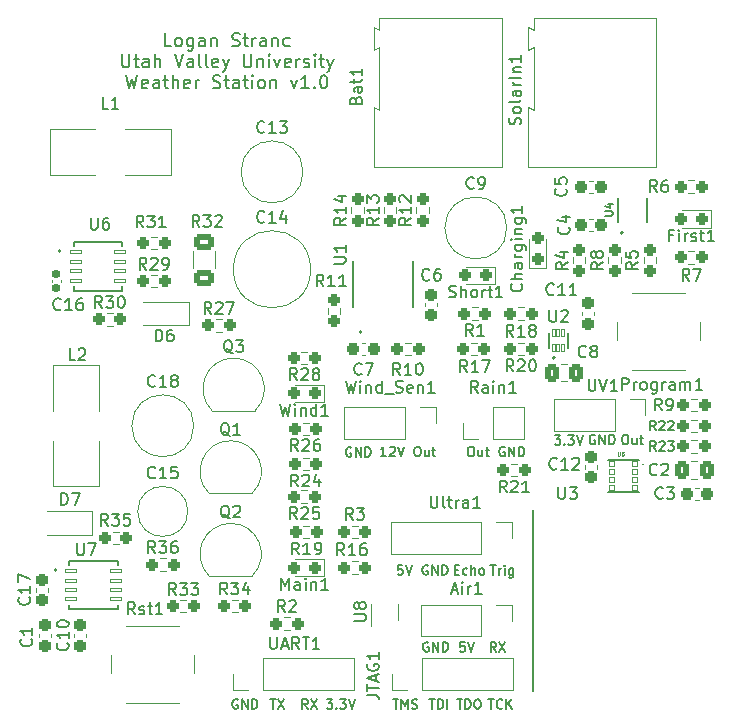
<source format=gto>
%TF.GenerationSoftware,KiCad,Pcbnew,(6.0.9)*%
%TF.CreationDate,2023-05-01T22:34:01-06:00*%
%TF.ProjectId,WeatherStation,57656174-6865-4725-9374-6174696f6e2e,rev?*%
%TF.SameCoordinates,Original*%
%TF.FileFunction,Legend,Top*%
%TF.FilePolarity,Positive*%
%FSLAX46Y46*%
G04 Gerber Fmt 4.6, Leading zero omitted, Abs format (unit mm)*
G04 Created by KiCad (PCBNEW (6.0.9)) date 2023-05-01 22:34:01*
%MOMM*%
%LPD*%
G01*
G04 APERTURE LIST*
G04 Aperture macros list*
%AMRoundRect*
0 Rectangle with rounded corners*
0 $1 Rounding radius*
0 $2 $3 $4 $5 $6 $7 $8 $9 X,Y pos of 4 corners*
0 Add a 4 corners polygon primitive as box body*
4,1,4,$2,$3,$4,$5,$6,$7,$8,$9,$2,$3,0*
0 Add four circle primitives for the rounded corners*
1,1,$1+$1,$2,$3*
1,1,$1+$1,$4,$5*
1,1,$1+$1,$6,$7*
1,1,$1+$1,$8,$9*
0 Add four rect primitives between the rounded corners*
20,1,$1+$1,$2,$3,$4,$5,0*
20,1,$1+$1,$4,$5,$6,$7,0*
20,1,$1+$1,$6,$7,$8,$9,0*
20,1,$1+$1,$8,$9,$2,$3,0*%
G04 Aperture macros list end*
%ADD10C,0.150000*%
%ADD11C,0.200000*%
%ADD12C,0.080430*%
%ADD13C,0.120000*%
%ADD14C,0.127000*%
%ADD15C,0.010000*%
%ADD16RoundRect,0.237500X-0.250000X-0.237500X0.250000X-0.237500X0.250000X0.237500X-0.250000X0.237500X0*%
%ADD17RoundRect,0.237500X-0.300000X-0.237500X0.300000X-0.237500X0.300000X0.237500X-0.300000X0.237500X0*%
%ADD18C,1.600000*%
%ADD19R,1.300000X1.300000*%
%ADD20C,1.300000*%
%ADD21RoundRect,0.237500X-0.237500X0.300000X-0.237500X-0.300000X0.237500X-0.300000X0.237500X0.300000X0*%
%ADD22RoundRect,0.237500X0.250000X0.237500X-0.250000X0.237500X-0.250000X-0.237500X0.250000X-0.237500X0*%
%ADD23RoundRect,0.250000X0.337500X0.475000X-0.337500X0.475000X-0.337500X-0.475000X0.337500X-0.475000X0*%
%ADD24RoundRect,0.237500X0.237500X-0.300000X0.237500X0.300000X-0.237500X0.300000X-0.237500X-0.300000X0*%
%ADD25RoundRect,0.237500X0.287500X0.237500X-0.287500X0.237500X-0.287500X-0.237500X0.287500X-0.237500X0*%
%ADD26RoundRect,0.006000X0.094000X-0.319000X0.094000X0.319000X-0.094000X0.319000X-0.094000X-0.319000X0*%
%ADD27R,0.940000X0.300000*%
%ADD28RoundRect,0.237500X0.237500X-0.250000X0.237500X0.250000X-0.237500X0.250000X-0.237500X-0.250000X0*%
%ADD29R,1.100000X1.100000*%
%ADD30C,1.200000*%
%ADD31RoundRect,0.155000X-0.155000X0.212500X-0.155000X-0.212500X0.155000X-0.212500X0.155000X0.212500X0*%
%ADD32R,1.700000X1.700000*%
%ADD33O,1.700000X1.700000*%
%ADD34C,2.000000*%
%ADD35RoundRect,0.027000X-0.218000X-0.198000X0.218000X-0.198000X0.218000X0.198000X-0.218000X0.198000X0*%
%ADD36RoundRect,0.025600X-0.454400X-0.134400X0.454400X-0.134400X0.454400X0.134400X-0.454400X0.134400X0*%
%ADD37RoundRect,0.025600X0.454400X0.134400X-0.454400X0.134400X-0.454400X-0.134400X0.454400X-0.134400X0*%
%ADD38R,2.200000X3.000000*%
%ADD39R,1.980000X3.960000*%
%ADD40O,1.980000X3.960000*%
%ADD41R,0.400000X1.500000*%
%ADD42RoundRect,0.237500X0.237500X-0.287500X0.237500X0.287500X-0.237500X0.287500X-0.237500X-0.287500X0*%
%ADD43RoundRect,0.250000X-0.337500X-0.475000X0.337500X-0.475000X0.337500X0.475000X-0.337500X0.475000X0*%
%ADD44RoundRect,0.250000X-0.625000X0.400000X-0.625000X-0.400000X0.625000X-0.400000X0.625000X0.400000X0*%
%ADD45R,0.220000X0.760000*%
%ADD46R,1.500000X0.900000*%
%ADD47RoundRect,0.237500X0.300000X0.237500X-0.300000X0.237500X-0.300000X-0.237500X0.300000X-0.237500X0*%
%ADD48R,0.400000X0.800000*%
%ADD49R,0.800000X0.400000*%
%ADD50R,1.200000X1.200000*%
%ADD51R,0.800000X0.800000*%
%ADD52RoundRect,0.237500X-0.237500X0.250000X-0.237500X-0.250000X0.237500X-0.250000X0.237500X0.250000X0*%
G04 APERTURE END LIST*
D10*
X172190476Y-115050000D02*
X172114285Y-115011904D01*
X172000000Y-115011904D01*
X171885714Y-115050000D01*
X171809523Y-115126190D01*
X171771428Y-115202380D01*
X171733333Y-115354761D01*
X171733333Y-115469047D01*
X171771428Y-115621428D01*
X171809523Y-115697619D01*
X171885714Y-115773809D01*
X172000000Y-115811904D01*
X172076190Y-115811904D01*
X172190476Y-115773809D01*
X172228571Y-115735714D01*
X172228571Y-115469047D01*
X172076190Y-115469047D01*
X172571428Y-115811904D02*
X172571428Y-115011904D01*
X173028571Y-115811904D01*
X173028571Y-115011904D01*
X173409523Y-115811904D02*
X173409523Y-115011904D01*
X173600000Y-115011904D01*
X173714285Y-115050000D01*
X173790476Y-115126190D01*
X173828571Y-115202380D01*
X173866666Y-115354761D01*
X173866666Y-115469047D01*
X173828571Y-115621428D01*
X173790476Y-115697619D01*
X173714285Y-115773809D01*
X173600000Y-115811904D01*
X173409523Y-115811904D01*
X176419047Y-114061904D02*
X176914285Y-114061904D01*
X176647619Y-114366666D01*
X176761904Y-114366666D01*
X176838095Y-114404761D01*
X176876190Y-114442857D01*
X176914285Y-114519047D01*
X176914285Y-114709523D01*
X176876190Y-114785714D01*
X176838095Y-114823809D01*
X176761904Y-114861904D01*
X176533333Y-114861904D01*
X176457142Y-114823809D01*
X176419047Y-114785714D01*
X177257142Y-114785714D02*
X177295238Y-114823809D01*
X177257142Y-114861904D01*
X177219047Y-114823809D01*
X177257142Y-114785714D01*
X177257142Y-114861904D01*
X177561904Y-114061904D02*
X178057142Y-114061904D01*
X177790476Y-114366666D01*
X177904761Y-114366666D01*
X177980952Y-114404761D01*
X178019047Y-114442857D01*
X178057142Y-114519047D01*
X178057142Y-114709523D01*
X178019047Y-114785714D01*
X177980952Y-114823809D01*
X177904761Y-114861904D01*
X177676190Y-114861904D01*
X177600000Y-114823809D01*
X177561904Y-114785714D01*
X178285714Y-114061904D02*
X178552380Y-114861904D01*
X178819047Y-114061904D01*
X167961904Y-125442857D02*
X168228571Y-125442857D01*
X168342857Y-125861904D02*
X167961904Y-125861904D01*
X167961904Y-125061904D01*
X168342857Y-125061904D01*
X169028571Y-125823809D02*
X168952380Y-125861904D01*
X168800000Y-125861904D01*
X168723809Y-125823809D01*
X168685714Y-125785714D01*
X168647619Y-125709523D01*
X168647619Y-125480952D01*
X168685714Y-125404761D01*
X168723809Y-125366666D01*
X168800000Y-125328571D01*
X168952380Y-125328571D01*
X169028571Y-125366666D01*
X169371428Y-125861904D02*
X169371428Y-125061904D01*
X169714285Y-125861904D02*
X169714285Y-125442857D01*
X169676190Y-125366666D01*
X169600000Y-125328571D01*
X169485714Y-125328571D01*
X169409523Y-125366666D01*
X169371428Y-125404761D01*
X170209523Y-125861904D02*
X170133333Y-125823809D01*
X170095238Y-125785714D01*
X170057142Y-125709523D01*
X170057142Y-125480952D01*
X170095238Y-125404761D01*
X170133333Y-125366666D01*
X170209523Y-125328571D01*
X170323809Y-125328571D01*
X170400000Y-125366666D01*
X170438095Y-125404761D01*
X170476190Y-125480952D01*
X170476190Y-125709523D01*
X170438095Y-125785714D01*
X170400000Y-125823809D01*
X170323809Y-125861904D01*
X170209523Y-125861904D01*
X165830952Y-136411904D02*
X166288095Y-136411904D01*
X166059523Y-137211904D02*
X166059523Y-136411904D01*
X166554761Y-137211904D02*
X166554761Y-136411904D01*
X166745238Y-136411904D01*
X166859523Y-136450000D01*
X166935714Y-136526190D01*
X166973809Y-136602380D01*
X167011904Y-136754761D01*
X167011904Y-136869047D01*
X166973809Y-137021428D01*
X166935714Y-137097619D01*
X166859523Y-137173809D01*
X166745238Y-137211904D01*
X166554761Y-137211904D01*
X167354761Y-137211904D02*
X167354761Y-136411904D01*
X163547619Y-125061904D02*
X163166666Y-125061904D01*
X163128571Y-125442857D01*
X163166666Y-125404761D01*
X163242857Y-125366666D01*
X163433333Y-125366666D01*
X163509523Y-125404761D01*
X163547619Y-125442857D01*
X163585714Y-125519047D01*
X163585714Y-125709523D01*
X163547619Y-125785714D01*
X163509523Y-125823809D01*
X163433333Y-125861904D01*
X163242857Y-125861904D01*
X163166666Y-125823809D01*
X163128571Y-125785714D01*
X163814285Y-125061904D02*
X164080952Y-125861904D01*
X164347619Y-125061904D01*
X170971428Y-125061904D02*
X171428571Y-125061904D01*
X171200000Y-125861904D02*
X171200000Y-125061904D01*
X171695238Y-125861904D02*
X171695238Y-125328571D01*
X171695238Y-125480952D02*
X171733333Y-125404761D01*
X171771428Y-125366666D01*
X171847619Y-125328571D01*
X171923809Y-125328571D01*
X172190476Y-125861904D02*
X172190476Y-125328571D01*
X172190476Y-125061904D02*
X172152380Y-125100000D01*
X172190476Y-125138095D01*
X172228571Y-125100000D01*
X172190476Y-125061904D01*
X172190476Y-125138095D01*
X172914285Y-125328571D02*
X172914285Y-125976190D01*
X172876190Y-126052380D01*
X172838095Y-126090476D01*
X172761904Y-126128571D01*
X172647619Y-126128571D01*
X172571428Y-126090476D01*
X172914285Y-125823809D02*
X172838095Y-125861904D01*
X172685714Y-125861904D01*
X172609523Y-125823809D01*
X172571428Y-125785714D01*
X172533333Y-125709523D01*
X172533333Y-125480952D01*
X172571428Y-125404761D01*
X172609523Y-125366666D01*
X172685714Y-125328571D01*
X172838095Y-125328571D01*
X172914285Y-125366666D01*
X149590476Y-136450000D02*
X149514285Y-136411904D01*
X149400000Y-136411904D01*
X149285714Y-136450000D01*
X149209523Y-136526190D01*
X149171428Y-136602380D01*
X149133333Y-136754761D01*
X149133333Y-136869047D01*
X149171428Y-137021428D01*
X149209523Y-137097619D01*
X149285714Y-137173809D01*
X149400000Y-137211904D01*
X149476190Y-137211904D01*
X149590476Y-137173809D01*
X149628571Y-137135714D01*
X149628571Y-136869047D01*
X149476190Y-136869047D01*
X149971428Y-137211904D02*
X149971428Y-136411904D01*
X150428571Y-137211904D01*
X150428571Y-136411904D01*
X150809523Y-137211904D02*
X150809523Y-136411904D01*
X151000000Y-136411904D01*
X151114285Y-136450000D01*
X151190476Y-136526190D01*
X151228571Y-136602380D01*
X151266666Y-136754761D01*
X151266666Y-136869047D01*
X151228571Y-137021428D01*
X151190476Y-137097619D01*
X151114285Y-137173809D01*
X151000000Y-137211904D01*
X150809523Y-137211904D01*
X162733333Y-136411904D02*
X163190476Y-136411904D01*
X162961904Y-137211904D02*
X162961904Y-136411904D01*
X163457142Y-137211904D02*
X163457142Y-136411904D01*
X163723809Y-136983333D01*
X163990476Y-136411904D01*
X163990476Y-137211904D01*
X164333333Y-137173809D02*
X164447619Y-137211904D01*
X164638095Y-137211904D01*
X164714285Y-137173809D01*
X164752380Y-137135714D01*
X164790476Y-137059523D01*
X164790476Y-136983333D01*
X164752380Y-136907142D01*
X164714285Y-136869047D01*
X164638095Y-136830952D01*
X164485714Y-136792857D01*
X164409523Y-136754761D01*
X164371428Y-136716666D01*
X164333333Y-136640476D01*
X164333333Y-136564285D01*
X164371428Y-136488095D01*
X164409523Y-136450000D01*
X164485714Y-136411904D01*
X164676190Y-136411904D01*
X164790476Y-136450000D01*
X170821428Y-136411904D02*
X171278571Y-136411904D01*
X171050000Y-137211904D02*
X171050000Y-136411904D01*
X172002380Y-137135714D02*
X171964285Y-137173809D01*
X171850000Y-137211904D01*
X171773809Y-137211904D01*
X171659523Y-137173809D01*
X171583333Y-137097619D01*
X171545238Y-137021428D01*
X171507142Y-136869047D01*
X171507142Y-136754761D01*
X171545238Y-136602380D01*
X171583333Y-136526190D01*
X171659523Y-136450000D01*
X171773809Y-136411904D01*
X171850000Y-136411904D01*
X171964285Y-136450000D01*
X172002380Y-136488095D01*
X172345238Y-137211904D02*
X172345238Y-136411904D01*
X172802380Y-137211904D02*
X172459523Y-136754761D01*
X172802380Y-136411904D02*
X172345238Y-136869047D01*
X159190476Y-115100000D02*
X159114285Y-115061904D01*
X159000000Y-115061904D01*
X158885714Y-115100000D01*
X158809523Y-115176190D01*
X158771428Y-115252380D01*
X158733333Y-115404761D01*
X158733333Y-115519047D01*
X158771428Y-115671428D01*
X158809523Y-115747619D01*
X158885714Y-115823809D01*
X159000000Y-115861904D01*
X159076190Y-115861904D01*
X159190476Y-115823809D01*
X159228571Y-115785714D01*
X159228571Y-115519047D01*
X159076190Y-115519047D01*
X159571428Y-115861904D02*
X159571428Y-115061904D01*
X160028571Y-115861904D01*
X160028571Y-115061904D01*
X160409523Y-115861904D02*
X160409523Y-115061904D01*
X160600000Y-115061904D01*
X160714285Y-115100000D01*
X160790476Y-115176190D01*
X160828571Y-115252380D01*
X160866666Y-115404761D01*
X160866666Y-115519047D01*
X160828571Y-115671428D01*
X160790476Y-115747619D01*
X160714285Y-115823809D01*
X160600000Y-115861904D01*
X160409523Y-115861904D01*
X182333333Y-114011904D02*
X182485714Y-114011904D01*
X182561904Y-114050000D01*
X182638095Y-114126190D01*
X182676190Y-114278571D01*
X182676190Y-114545238D01*
X182638095Y-114697619D01*
X182561904Y-114773809D01*
X182485714Y-114811904D01*
X182333333Y-114811904D01*
X182257142Y-114773809D01*
X182180952Y-114697619D01*
X182142857Y-114545238D01*
X182142857Y-114278571D01*
X182180952Y-114126190D01*
X182257142Y-114050000D01*
X182333333Y-114011904D01*
X183361904Y-114278571D02*
X183361904Y-114811904D01*
X183019047Y-114278571D02*
X183019047Y-114697619D01*
X183057142Y-114773809D01*
X183133333Y-114811904D01*
X183247619Y-114811904D01*
X183323809Y-114773809D01*
X183361904Y-114735714D01*
X183628571Y-114278571D02*
X183933333Y-114278571D01*
X183742857Y-114011904D02*
X183742857Y-114697619D01*
X183780952Y-114773809D01*
X183857142Y-114811904D01*
X183933333Y-114811904D01*
X171466666Y-132361904D02*
X171200000Y-131980952D01*
X171009523Y-132361904D02*
X171009523Y-131561904D01*
X171314285Y-131561904D01*
X171390476Y-131600000D01*
X171428571Y-131638095D01*
X171466666Y-131714285D01*
X171466666Y-131828571D01*
X171428571Y-131904761D01*
X171390476Y-131942857D01*
X171314285Y-131980952D01*
X171009523Y-131980952D01*
X171733333Y-131561904D02*
X172266666Y-132361904D01*
X172266666Y-131561904D02*
X171733333Y-132361904D01*
X165740476Y-131600000D02*
X165664285Y-131561904D01*
X165550000Y-131561904D01*
X165435714Y-131600000D01*
X165359523Y-131676190D01*
X165321428Y-131752380D01*
X165283333Y-131904761D01*
X165283333Y-132019047D01*
X165321428Y-132171428D01*
X165359523Y-132247619D01*
X165435714Y-132323809D01*
X165550000Y-132361904D01*
X165626190Y-132361904D01*
X165740476Y-132323809D01*
X165778571Y-132285714D01*
X165778571Y-132019047D01*
X165626190Y-132019047D01*
X166121428Y-132361904D02*
X166121428Y-131561904D01*
X166578571Y-132361904D01*
X166578571Y-131561904D01*
X166959523Y-132361904D02*
X166959523Y-131561904D01*
X167150000Y-131561904D01*
X167264285Y-131600000D01*
X167340476Y-131676190D01*
X167378571Y-131752380D01*
X167416666Y-131904761D01*
X167416666Y-132019047D01*
X167378571Y-132171428D01*
X167340476Y-132247619D01*
X167264285Y-132323809D01*
X167150000Y-132361904D01*
X166959523Y-132361904D01*
X165690476Y-125100000D02*
X165614285Y-125061904D01*
X165500000Y-125061904D01*
X165385714Y-125100000D01*
X165309523Y-125176190D01*
X165271428Y-125252380D01*
X165233333Y-125404761D01*
X165233333Y-125519047D01*
X165271428Y-125671428D01*
X165309523Y-125747619D01*
X165385714Y-125823809D01*
X165500000Y-125861904D01*
X165576190Y-125861904D01*
X165690476Y-125823809D01*
X165728571Y-125785714D01*
X165728571Y-125519047D01*
X165576190Y-125519047D01*
X166071428Y-125861904D02*
X166071428Y-125061904D01*
X166528571Y-125861904D01*
X166528571Y-125061904D01*
X166909523Y-125861904D02*
X166909523Y-125061904D01*
X167100000Y-125061904D01*
X167214285Y-125100000D01*
X167290476Y-125176190D01*
X167328571Y-125252380D01*
X167366666Y-125404761D01*
X167366666Y-125519047D01*
X167328571Y-125671428D01*
X167290476Y-125747619D01*
X167214285Y-125823809D01*
X167100000Y-125861904D01*
X166909523Y-125861904D01*
X169283333Y-115011904D02*
X169435714Y-115011904D01*
X169511904Y-115050000D01*
X169588095Y-115126190D01*
X169626190Y-115278571D01*
X169626190Y-115545238D01*
X169588095Y-115697619D01*
X169511904Y-115773809D01*
X169435714Y-115811904D01*
X169283333Y-115811904D01*
X169207142Y-115773809D01*
X169130952Y-115697619D01*
X169092857Y-115545238D01*
X169092857Y-115278571D01*
X169130952Y-115126190D01*
X169207142Y-115050000D01*
X169283333Y-115011904D01*
X170311904Y-115278571D02*
X170311904Y-115811904D01*
X169969047Y-115278571D02*
X169969047Y-115697619D01*
X170007142Y-115773809D01*
X170083333Y-115811904D01*
X170197619Y-115811904D01*
X170273809Y-115773809D01*
X170311904Y-115735714D01*
X170578571Y-115278571D02*
X170883333Y-115278571D01*
X170692857Y-115011904D02*
X170692857Y-115697619D01*
X170730952Y-115773809D01*
X170807142Y-115811904D01*
X170883333Y-115811904D01*
X162154761Y-115811904D02*
X161697619Y-115811904D01*
X161926190Y-115811904D02*
X161926190Y-115011904D01*
X161850000Y-115126190D01*
X161773809Y-115202380D01*
X161697619Y-115240476D01*
X162459523Y-115088095D02*
X162497619Y-115050000D01*
X162573809Y-115011904D01*
X162764285Y-115011904D01*
X162840476Y-115050000D01*
X162878571Y-115088095D01*
X162916666Y-115164285D01*
X162916666Y-115240476D01*
X162878571Y-115354761D01*
X162421428Y-115811904D01*
X162916666Y-115811904D01*
X163145238Y-115011904D02*
X163411904Y-115811904D01*
X163678571Y-115011904D01*
D11*
X143985714Y-81126619D02*
X143461904Y-81126619D01*
X143461904Y-80026619D01*
X144509523Y-81126619D02*
X144404761Y-81074238D01*
X144352380Y-81021857D01*
X144300000Y-80917095D01*
X144300000Y-80602809D01*
X144352380Y-80498047D01*
X144404761Y-80445666D01*
X144509523Y-80393285D01*
X144666666Y-80393285D01*
X144771428Y-80445666D01*
X144823809Y-80498047D01*
X144876190Y-80602809D01*
X144876190Y-80917095D01*
X144823809Y-81021857D01*
X144771428Y-81074238D01*
X144666666Y-81126619D01*
X144509523Y-81126619D01*
X145819047Y-80393285D02*
X145819047Y-81283761D01*
X145766666Y-81388523D01*
X145714285Y-81440904D01*
X145609523Y-81493285D01*
X145452380Y-81493285D01*
X145347619Y-81440904D01*
X145819047Y-81074238D02*
X145714285Y-81126619D01*
X145504761Y-81126619D01*
X145400000Y-81074238D01*
X145347619Y-81021857D01*
X145295238Y-80917095D01*
X145295238Y-80602809D01*
X145347619Y-80498047D01*
X145400000Y-80445666D01*
X145504761Y-80393285D01*
X145714285Y-80393285D01*
X145819047Y-80445666D01*
X146814285Y-81126619D02*
X146814285Y-80550428D01*
X146761904Y-80445666D01*
X146657142Y-80393285D01*
X146447619Y-80393285D01*
X146342857Y-80445666D01*
X146814285Y-81074238D02*
X146709523Y-81126619D01*
X146447619Y-81126619D01*
X146342857Y-81074238D01*
X146290476Y-80969476D01*
X146290476Y-80864714D01*
X146342857Y-80759952D01*
X146447619Y-80707571D01*
X146709523Y-80707571D01*
X146814285Y-80655190D01*
X147338095Y-80393285D02*
X147338095Y-81126619D01*
X147338095Y-80498047D02*
X147390476Y-80445666D01*
X147495238Y-80393285D01*
X147652380Y-80393285D01*
X147757142Y-80445666D01*
X147809523Y-80550428D01*
X147809523Y-81126619D01*
X149119047Y-81074238D02*
X149276190Y-81126619D01*
X149538095Y-81126619D01*
X149642857Y-81074238D01*
X149695238Y-81021857D01*
X149747619Y-80917095D01*
X149747619Y-80812333D01*
X149695238Y-80707571D01*
X149642857Y-80655190D01*
X149538095Y-80602809D01*
X149328571Y-80550428D01*
X149223809Y-80498047D01*
X149171428Y-80445666D01*
X149119047Y-80340904D01*
X149119047Y-80236142D01*
X149171428Y-80131380D01*
X149223809Y-80079000D01*
X149328571Y-80026619D01*
X149590476Y-80026619D01*
X149747619Y-80079000D01*
X150061904Y-80393285D02*
X150480952Y-80393285D01*
X150219047Y-80026619D02*
X150219047Y-80969476D01*
X150271428Y-81074238D01*
X150376190Y-81126619D01*
X150480952Y-81126619D01*
X150847619Y-81126619D02*
X150847619Y-80393285D01*
X150847619Y-80602809D02*
X150900000Y-80498047D01*
X150952380Y-80445666D01*
X151057142Y-80393285D01*
X151161904Y-80393285D01*
X152000000Y-81126619D02*
X152000000Y-80550428D01*
X151947619Y-80445666D01*
X151842857Y-80393285D01*
X151633333Y-80393285D01*
X151528571Y-80445666D01*
X152000000Y-81074238D02*
X151895238Y-81126619D01*
X151633333Y-81126619D01*
X151528571Y-81074238D01*
X151476190Y-80969476D01*
X151476190Y-80864714D01*
X151528571Y-80759952D01*
X151633333Y-80707571D01*
X151895238Y-80707571D01*
X152000000Y-80655190D01*
X152523809Y-80393285D02*
X152523809Y-81126619D01*
X152523809Y-80498047D02*
X152576190Y-80445666D01*
X152680952Y-80393285D01*
X152838095Y-80393285D01*
X152942857Y-80445666D01*
X152995238Y-80550428D01*
X152995238Y-81126619D01*
X153990476Y-81074238D02*
X153885714Y-81126619D01*
X153676190Y-81126619D01*
X153571428Y-81074238D01*
X153519047Y-81021857D01*
X153466666Y-80917095D01*
X153466666Y-80602809D01*
X153519047Y-80498047D01*
X153571428Y-80445666D01*
X153676190Y-80393285D01*
X153885714Y-80393285D01*
X153990476Y-80445666D01*
X139795238Y-81797619D02*
X139795238Y-82688095D01*
X139847619Y-82792857D01*
X139900000Y-82845238D01*
X140004761Y-82897619D01*
X140214285Y-82897619D01*
X140319047Y-82845238D01*
X140371428Y-82792857D01*
X140423809Y-82688095D01*
X140423809Y-81797619D01*
X140790476Y-82164285D02*
X141209523Y-82164285D01*
X140947619Y-81797619D02*
X140947619Y-82740476D01*
X141000000Y-82845238D01*
X141104761Y-82897619D01*
X141209523Y-82897619D01*
X142047619Y-82897619D02*
X142047619Y-82321428D01*
X141995238Y-82216666D01*
X141890476Y-82164285D01*
X141680952Y-82164285D01*
X141576190Y-82216666D01*
X142047619Y-82845238D02*
X141942857Y-82897619D01*
X141680952Y-82897619D01*
X141576190Y-82845238D01*
X141523809Y-82740476D01*
X141523809Y-82635714D01*
X141576190Y-82530952D01*
X141680952Y-82478571D01*
X141942857Y-82478571D01*
X142047619Y-82426190D01*
X142571428Y-82897619D02*
X142571428Y-81797619D01*
X143042857Y-82897619D02*
X143042857Y-82321428D01*
X142990476Y-82216666D01*
X142885714Y-82164285D01*
X142728571Y-82164285D01*
X142623809Y-82216666D01*
X142571428Y-82269047D01*
X144247619Y-81797619D02*
X144614285Y-82897619D01*
X144980952Y-81797619D01*
X145819047Y-82897619D02*
X145819047Y-82321428D01*
X145766666Y-82216666D01*
X145661904Y-82164285D01*
X145452380Y-82164285D01*
X145347619Y-82216666D01*
X145819047Y-82845238D02*
X145714285Y-82897619D01*
X145452380Y-82897619D01*
X145347619Y-82845238D01*
X145295238Y-82740476D01*
X145295238Y-82635714D01*
X145347619Y-82530952D01*
X145452380Y-82478571D01*
X145714285Y-82478571D01*
X145819047Y-82426190D01*
X146500000Y-82897619D02*
X146395238Y-82845238D01*
X146342857Y-82740476D01*
X146342857Y-81797619D01*
X147076190Y-82897619D02*
X146971428Y-82845238D01*
X146919047Y-82740476D01*
X146919047Y-81797619D01*
X147914285Y-82845238D02*
X147809523Y-82897619D01*
X147600000Y-82897619D01*
X147495238Y-82845238D01*
X147442857Y-82740476D01*
X147442857Y-82321428D01*
X147495238Y-82216666D01*
X147600000Y-82164285D01*
X147809523Y-82164285D01*
X147914285Y-82216666D01*
X147966666Y-82321428D01*
X147966666Y-82426190D01*
X147442857Y-82530952D01*
X148333333Y-82164285D02*
X148595238Y-82897619D01*
X148857142Y-82164285D02*
X148595238Y-82897619D01*
X148490476Y-83159523D01*
X148438095Y-83211904D01*
X148333333Y-83264285D01*
X150114285Y-81797619D02*
X150114285Y-82688095D01*
X150166666Y-82792857D01*
X150219047Y-82845238D01*
X150323809Y-82897619D01*
X150533333Y-82897619D01*
X150638095Y-82845238D01*
X150690476Y-82792857D01*
X150742857Y-82688095D01*
X150742857Y-81797619D01*
X151266666Y-82164285D02*
X151266666Y-82897619D01*
X151266666Y-82269047D02*
X151319047Y-82216666D01*
X151423809Y-82164285D01*
X151580952Y-82164285D01*
X151685714Y-82216666D01*
X151738095Y-82321428D01*
X151738095Y-82897619D01*
X152261904Y-82897619D02*
X152261904Y-82164285D01*
X152261904Y-81797619D02*
X152209523Y-81850000D01*
X152261904Y-81902380D01*
X152314285Y-81850000D01*
X152261904Y-81797619D01*
X152261904Y-81902380D01*
X152680952Y-82164285D02*
X152942857Y-82897619D01*
X153204761Y-82164285D01*
X154042857Y-82845238D02*
X153938095Y-82897619D01*
X153728571Y-82897619D01*
X153623809Y-82845238D01*
X153571428Y-82740476D01*
X153571428Y-82321428D01*
X153623809Y-82216666D01*
X153728571Y-82164285D01*
X153938095Y-82164285D01*
X154042857Y-82216666D01*
X154095238Y-82321428D01*
X154095238Y-82426190D01*
X153571428Y-82530952D01*
X154566666Y-82897619D02*
X154566666Y-82164285D01*
X154566666Y-82373809D02*
X154619047Y-82269047D01*
X154671428Y-82216666D01*
X154776190Y-82164285D01*
X154880952Y-82164285D01*
X155195238Y-82845238D02*
X155300000Y-82897619D01*
X155509523Y-82897619D01*
X155614285Y-82845238D01*
X155666666Y-82740476D01*
X155666666Y-82688095D01*
X155614285Y-82583333D01*
X155509523Y-82530952D01*
X155352380Y-82530952D01*
X155247619Y-82478571D01*
X155195238Y-82373809D01*
X155195238Y-82321428D01*
X155247619Y-82216666D01*
X155352380Y-82164285D01*
X155509523Y-82164285D01*
X155614285Y-82216666D01*
X156138095Y-82897619D02*
X156138095Y-82164285D01*
X156138095Y-81797619D02*
X156085714Y-81850000D01*
X156138095Y-81902380D01*
X156190476Y-81850000D01*
X156138095Y-81797619D01*
X156138095Y-81902380D01*
X156504761Y-82164285D02*
X156923809Y-82164285D01*
X156661904Y-81797619D02*
X156661904Y-82740476D01*
X156714285Y-82845238D01*
X156819047Y-82897619D01*
X156923809Y-82897619D01*
X157185714Y-82164285D02*
X157447619Y-82897619D01*
X157709523Y-82164285D02*
X157447619Y-82897619D01*
X157342857Y-83159523D01*
X157290476Y-83211904D01*
X157185714Y-83264285D01*
X140161904Y-83568619D02*
X140423809Y-84668619D01*
X140633333Y-83882904D01*
X140842857Y-84668619D01*
X141104761Y-83568619D01*
X141942857Y-84616238D02*
X141838095Y-84668619D01*
X141628571Y-84668619D01*
X141523809Y-84616238D01*
X141471428Y-84511476D01*
X141471428Y-84092428D01*
X141523809Y-83987666D01*
X141628571Y-83935285D01*
X141838095Y-83935285D01*
X141942857Y-83987666D01*
X141995238Y-84092428D01*
X141995238Y-84197190D01*
X141471428Y-84301952D01*
X142938095Y-84668619D02*
X142938095Y-84092428D01*
X142885714Y-83987666D01*
X142780952Y-83935285D01*
X142571428Y-83935285D01*
X142466666Y-83987666D01*
X142938095Y-84616238D02*
X142833333Y-84668619D01*
X142571428Y-84668619D01*
X142466666Y-84616238D01*
X142414285Y-84511476D01*
X142414285Y-84406714D01*
X142466666Y-84301952D01*
X142571428Y-84249571D01*
X142833333Y-84249571D01*
X142938095Y-84197190D01*
X143304761Y-83935285D02*
X143723809Y-83935285D01*
X143461904Y-83568619D02*
X143461904Y-84511476D01*
X143514285Y-84616238D01*
X143619047Y-84668619D01*
X143723809Y-84668619D01*
X144090476Y-84668619D02*
X144090476Y-83568619D01*
X144561904Y-84668619D02*
X144561904Y-84092428D01*
X144509523Y-83987666D01*
X144404761Y-83935285D01*
X144247619Y-83935285D01*
X144142857Y-83987666D01*
X144090476Y-84040047D01*
X145504761Y-84616238D02*
X145400000Y-84668619D01*
X145190476Y-84668619D01*
X145085714Y-84616238D01*
X145033333Y-84511476D01*
X145033333Y-84092428D01*
X145085714Y-83987666D01*
X145190476Y-83935285D01*
X145400000Y-83935285D01*
X145504761Y-83987666D01*
X145557142Y-84092428D01*
X145557142Y-84197190D01*
X145033333Y-84301952D01*
X146028571Y-84668619D02*
X146028571Y-83935285D01*
X146028571Y-84144809D02*
X146080952Y-84040047D01*
X146133333Y-83987666D01*
X146238095Y-83935285D01*
X146342857Y-83935285D01*
X147495238Y-84616238D02*
X147652380Y-84668619D01*
X147914285Y-84668619D01*
X148019047Y-84616238D01*
X148071428Y-84563857D01*
X148123809Y-84459095D01*
X148123809Y-84354333D01*
X148071428Y-84249571D01*
X148019047Y-84197190D01*
X147914285Y-84144809D01*
X147704761Y-84092428D01*
X147600000Y-84040047D01*
X147547619Y-83987666D01*
X147495238Y-83882904D01*
X147495238Y-83778142D01*
X147547619Y-83673380D01*
X147600000Y-83621000D01*
X147704761Y-83568619D01*
X147966666Y-83568619D01*
X148123809Y-83621000D01*
X148438095Y-83935285D02*
X148857142Y-83935285D01*
X148595238Y-83568619D02*
X148595238Y-84511476D01*
X148647619Y-84616238D01*
X148752380Y-84668619D01*
X148857142Y-84668619D01*
X149695238Y-84668619D02*
X149695238Y-84092428D01*
X149642857Y-83987666D01*
X149538095Y-83935285D01*
X149328571Y-83935285D01*
X149223809Y-83987666D01*
X149695238Y-84616238D02*
X149590476Y-84668619D01*
X149328571Y-84668619D01*
X149223809Y-84616238D01*
X149171428Y-84511476D01*
X149171428Y-84406714D01*
X149223809Y-84301952D01*
X149328571Y-84249571D01*
X149590476Y-84249571D01*
X149695238Y-84197190D01*
X150061904Y-83935285D02*
X150480952Y-83935285D01*
X150219047Y-83568619D02*
X150219047Y-84511476D01*
X150271428Y-84616238D01*
X150376190Y-84668619D01*
X150480952Y-84668619D01*
X150847619Y-84668619D02*
X150847619Y-83935285D01*
X150847619Y-83568619D02*
X150795238Y-83621000D01*
X150847619Y-83673380D01*
X150900000Y-83621000D01*
X150847619Y-83568619D01*
X150847619Y-83673380D01*
X151528571Y-84668619D02*
X151423809Y-84616238D01*
X151371428Y-84563857D01*
X151319047Y-84459095D01*
X151319047Y-84144809D01*
X151371428Y-84040047D01*
X151423809Y-83987666D01*
X151528571Y-83935285D01*
X151685714Y-83935285D01*
X151790476Y-83987666D01*
X151842857Y-84040047D01*
X151895238Y-84144809D01*
X151895238Y-84459095D01*
X151842857Y-84563857D01*
X151790476Y-84616238D01*
X151685714Y-84668619D01*
X151528571Y-84668619D01*
X152366666Y-83935285D02*
X152366666Y-84668619D01*
X152366666Y-84040047D02*
X152419047Y-83987666D01*
X152523809Y-83935285D01*
X152680952Y-83935285D01*
X152785714Y-83987666D01*
X152838095Y-84092428D01*
X152838095Y-84668619D01*
X154095238Y-83935285D02*
X154357142Y-84668619D01*
X154619047Y-83935285D01*
X155614285Y-84668619D02*
X154985714Y-84668619D01*
X155300000Y-84668619D02*
X155300000Y-83568619D01*
X155195238Y-83725761D01*
X155090476Y-83830523D01*
X154985714Y-83882904D01*
X156085714Y-84563857D02*
X156138095Y-84616238D01*
X156085714Y-84668619D01*
X156033333Y-84616238D01*
X156085714Y-84563857D01*
X156085714Y-84668619D01*
X156819047Y-83568619D02*
X156923809Y-83568619D01*
X157028571Y-83621000D01*
X157080952Y-83673380D01*
X157133333Y-83778142D01*
X157185714Y-83987666D01*
X157185714Y-84249571D01*
X157133333Y-84459095D01*
X157080952Y-84563857D01*
X157028571Y-84616238D01*
X156923809Y-84668619D01*
X156819047Y-84668619D01*
X156714285Y-84616238D01*
X156661904Y-84563857D01*
X156609523Y-84459095D01*
X156557142Y-84249571D01*
X156557142Y-83987666D01*
X156609523Y-83778142D01*
X156661904Y-83673380D01*
X156714285Y-83621000D01*
X156819047Y-83568619D01*
D10*
X152340476Y-136411904D02*
X152797619Y-136411904D01*
X152569047Y-137211904D02*
X152569047Y-136411904D01*
X152988095Y-136411904D02*
X153521428Y-137211904D01*
X153521428Y-136411904D02*
X152988095Y-137211904D01*
X164733333Y-115011904D02*
X164885714Y-115011904D01*
X164961904Y-115050000D01*
X165038095Y-115126190D01*
X165076190Y-115278571D01*
X165076190Y-115545238D01*
X165038095Y-115697619D01*
X164961904Y-115773809D01*
X164885714Y-115811904D01*
X164733333Y-115811904D01*
X164657142Y-115773809D01*
X164580952Y-115697619D01*
X164542857Y-115545238D01*
X164542857Y-115278571D01*
X164580952Y-115126190D01*
X164657142Y-115050000D01*
X164733333Y-115011904D01*
X165761904Y-115278571D02*
X165761904Y-115811904D01*
X165419047Y-115278571D02*
X165419047Y-115697619D01*
X165457142Y-115773809D01*
X165533333Y-115811904D01*
X165647619Y-115811904D01*
X165723809Y-115773809D01*
X165761904Y-115735714D01*
X166028571Y-115278571D02*
X166333333Y-115278571D01*
X166142857Y-115011904D02*
X166142857Y-115697619D01*
X166180952Y-115773809D01*
X166257142Y-115811904D01*
X166333333Y-115811904D01*
X157119047Y-136411904D02*
X157614285Y-136411904D01*
X157347619Y-136716666D01*
X157461904Y-136716666D01*
X157538095Y-136754761D01*
X157576190Y-136792857D01*
X157614285Y-136869047D01*
X157614285Y-137059523D01*
X157576190Y-137135714D01*
X157538095Y-137173809D01*
X157461904Y-137211904D01*
X157233333Y-137211904D01*
X157157142Y-137173809D01*
X157119047Y-137135714D01*
X157957142Y-137135714D02*
X157995238Y-137173809D01*
X157957142Y-137211904D01*
X157919047Y-137173809D01*
X157957142Y-137135714D01*
X157957142Y-137211904D01*
X158261904Y-136411904D02*
X158757142Y-136411904D01*
X158490476Y-136716666D01*
X158604761Y-136716666D01*
X158680952Y-136754761D01*
X158719047Y-136792857D01*
X158757142Y-136869047D01*
X158757142Y-137059523D01*
X158719047Y-137135714D01*
X158680952Y-137173809D01*
X158604761Y-137211904D01*
X158376190Y-137211904D01*
X158300000Y-137173809D01*
X158261904Y-137135714D01*
X158985714Y-136411904D02*
X159252380Y-137211904D01*
X159519047Y-136411904D01*
X168797619Y-131561904D02*
X168416666Y-131561904D01*
X168378571Y-131942857D01*
X168416666Y-131904761D01*
X168492857Y-131866666D01*
X168683333Y-131866666D01*
X168759523Y-131904761D01*
X168797619Y-131942857D01*
X168835714Y-132019047D01*
X168835714Y-132209523D01*
X168797619Y-132285714D01*
X168759523Y-132323809D01*
X168683333Y-132361904D01*
X168492857Y-132361904D01*
X168416666Y-132323809D01*
X168378571Y-132285714D01*
X169064285Y-131561904D02*
X169330952Y-132361904D01*
X169597619Y-131561904D01*
X168152380Y-136411904D02*
X168609523Y-136411904D01*
X168380952Y-137211904D02*
X168380952Y-136411904D01*
X168876190Y-137211904D02*
X168876190Y-136411904D01*
X169066666Y-136411904D01*
X169180952Y-136450000D01*
X169257142Y-136526190D01*
X169295238Y-136602380D01*
X169333333Y-136754761D01*
X169333333Y-136869047D01*
X169295238Y-137021428D01*
X169257142Y-137097619D01*
X169180952Y-137173809D01*
X169066666Y-137211904D01*
X168876190Y-137211904D01*
X169828571Y-136411904D02*
X169980952Y-136411904D01*
X170057142Y-136450000D01*
X170133333Y-136526190D01*
X170171428Y-136678571D01*
X170171428Y-136945238D01*
X170133333Y-137097619D01*
X170057142Y-137173809D01*
X169980952Y-137211904D01*
X169828571Y-137211904D01*
X169752380Y-137173809D01*
X169676190Y-137097619D01*
X169638095Y-136945238D01*
X169638095Y-136678571D01*
X169676190Y-136526190D01*
X169752380Y-136450000D01*
X169828571Y-136411904D01*
X155516666Y-137211904D02*
X155250000Y-136830952D01*
X155059523Y-137211904D02*
X155059523Y-136411904D01*
X155364285Y-136411904D01*
X155440476Y-136450000D01*
X155478571Y-136488095D01*
X155516666Y-136564285D01*
X155516666Y-136678571D01*
X155478571Y-136754761D01*
X155440476Y-136792857D01*
X155364285Y-136830952D01*
X155059523Y-136830952D01*
X155783333Y-136411904D02*
X156316666Y-137211904D01*
X156316666Y-136411904D02*
X155783333Y-137211904D01*
X179840476Y-114050000D02*
X179764285Y-114011904D01*
X179650000Y-114011904D01*
X179535714Y-114050000D01*
X179459523Y-114126190D01*
X179421428Y-114202380D01*
X179383333Y-114354761D01*
X179383333Y-114469047D01*
X179421428Y-114621428D01*
X179459523Y-114697619D01*
X179535714Y-114773809D01*
X179650000Y-114811904D01*
X179726190Y-114811904D01*
X179840476Y-114773809D01*
X179878571Y-114735714D01*
X179878571Y-114469047D01*
X179726190Y-114469047D01*
X180221428Y-114811904D02*
X180221428Y-114011904D01*
X180678571Y-114811904D01*
X180678571Y-114011904D01*
X181059523Y-114811904D02*
X181059523Y-114011904D01*
X181250000Y-114011904D01*
X181364285Y-114050000D01*
X181440476Y-114126190D01*
X181478571Y-114202380D01*
X181516666Y-114354761D01*
X181516666Y-114469047D01*
X181478571Y-114621428D01*
X181440476Y-114697619D01*
X181364285Y-114773809D01*
X181250000Y-114811904D01*
X181059523Y-114811904D01*
%TO.C,R34*%
X148694642Y-127522380D02*
X148361309Y-127046190D01*
X148123214Y-127522380D02*
X148123214Y-126522380D01*
X148504166Y-126522380D01*
X148599404Y-126570000D01*
X148647023Y-126617619D01*
X148694642Y-126712857D01*
X148694642Y-126855714D01*
X148647023Y-126950952D01*
X148599404Y-126998571D01*
X148504166Y-127046190D01*
X148123214Y-127046190D01*
X149027976Y-126522380D02*
X149647023Y-126522380D01*
X149313690Y-126903333D01*
X149456547Y-126903333D01*
X149551785Y-126950952D01*
X149599404Y-126998571D01*
X149647023Y-127093809D01*
X149647023Y-127331904D01*
X149599404Y-127427142D01*
X149551785Y-127474761D01*
X149456547Y-127522380D01*
X149170833Y-127522380D01*
X149075595Y-127474761D01*
X149027976Y-127427142D01*
X150504166Y-126855714D02*
X150504166Y-127522380D01*
X150266071Y-126474761D02*
X150027976Y-127189047D01*
X150647023Y-127189047D01*
%TO.C,C4*%
X177607142Y-96416666D02*
X177654761Y-96464285D01*
X177702380Y-96607142D01*
X177702380Y-96702380D01*
X177654761Y-96845238D01*
X177559523Y-96940476D01*
X177464285Y-96988095D01*
X177273809Y-97035714D01*
X177130952Y-97035714D01*
X176940476Y-96988095D01*
X176845238Y-96940476D01*
X176750000Y-96845238D01*
X176702380Y-96702380D01*
X176702380Y-96607142D01*
X176750000Y-96464285D01*
X176797619Y-96416666D01*
X177035714Y-95559523D02*
X177702380Y-95559523D01*
X176654761Y-95797619D02*
X177369047Y-96035714D01*
X177369047Y-95416666D01*
%TO.C,C14*%
X151857142Y-95957142D02*
X151809523Y-96004761D01*
X151666666Y-96052380D01*
X151571428Y-96052380D01*
X151428571Y-96004761D01*
X151333333Y-95909523D01*
X151285714Y-95814285D01*
X151238095Y-95623809D01*
X151238095Y-95480952D01*
X151285714Y-95290476D01*
X151333333Y-95195238D01*
X151428571Y-95100000D01*
X151571428Y-95052380D01*
X151666666Y-95052380D01*
X151809523Y-95100000D01*
X151857142Y-95147619D01*
X152809523Y-96052380D02*
X152238095Y-96052380D01*
X152523809Y-96052380D02*
X152523809Y-95052380D01*
X152428571Y-95195238D01*
X152333333Y-95290476D01*
X152238095Y-95338095D01*
X153666666Y-95385714D02*
X153666666Y-96052380D01*
X153428571Y-95004761D02*
X153190476Y-95719047D01*
X153809523Y-95719047D01*
%TO.C,R30*%
X138107142Y-103272380D02*
X137773809Y-102796190D01*
X137535714Y-103272380D02*
X137535714Y-102272380D01*
X137916666Y-102272380D01*
X138011904Y-102320000D01*
X138059523Y-102367619D01*
X138107142Y-102462857D01*
X138107142Y-102605714D01*
X138059523Y-102700952D01*
X138011904Y-102748571D01*
X137916666Y-102796190D01*
X137535714Y-102796190D01*
X138440476Y-102272380D02*
X139059523Y-102272380D01*
X138726190Y-102653333D01*
X138869047Y-102653333D01*
X138964285Y-102700952D01*
X139011904Y-102748571D01*
X139059523Y-102843809D01*
X139059523Y-103081904D01*
X139011904Y-103177142D01*
X138964285Y-103224761D01*
X138869047Y-103272380D01*
X138583333Y-103272380D01*
X138488095Y-103224761D01*
X138440476Y-103177142D01*
X139678571Y-102272380D02*
X139773809Y-102272380D01*
X139869047Y-102320000D01*
X139916666Y-102367619D01*
X139964285Y-102462857D01*
X140011904Y-102653333D01*
X140011904Y-102891428D01*
X139964285Y-103081904D01*
X139916666Y-103177142D01*
X139869047Y-103224761D01*
X139773809Y-103272380D01*
X139678571Y-103272380D01*
X139583333Y-103224761D01*
X139535714Y-103177142D01*
X139488095Y-103081904D01*
X139440476Y-102891428D01*
X139440476Y-102653333D01*
X139488095Y-102462857D01*
X139535714Y-102367619D01*
X139583333Y-102320000D01*
X139678571Y-102272380D01*
%TO.C,Q2*%
X148904761Y-121097619D02*
X148809523Y-121050000D01*
X148714285Y-120954761D01*
X148571428Y-120811904D01*
X148476190Y-120764285D01*
X148380952Y-120764285D01*
X148428571Y-121002380D02*
X148333333Y-120954761D01*
X148238095Y-120859523D01*
X148190476Y-120669047D01*
X148190476Y-120335714D01*
X148238095Y-120145238D01*
X148333333Y-120050000D01*
X148428571Y-120002380D01*
X148619047Y-120002380D01*
X148714285Y-120050000D01*
X148809523Y-120145238D01*
X148857142Y-120335714D01*
X148857142Y-120669047D01*
X148809523Y-120859523D01*
X148714285Y-120954761D01*
X148619047Y-121002380D01*
X148428571Y-121002380D01*
X149238095Y-120097619D02*
X149285714Y-120050000D01*
X149380952Y-120002380D01*
X149619047Y-120002380D01*
X149714285Y-120050000D01*
X149761904Y-120097619D01*
X149809523Y-120192857D01*
X149809523Y-120288095D01*
X149761904Y-120430952D01*
X149190476Y-121002380D01*
X149809523Y-121002380D01*
%TO.C,C12*%
X176607142Y-116857142D02*
X176559523Y-116904761D01*
X176416666Y-116952380D01*
X176321428Y-116952380D01*
X176178571Y-116904761D01*
X176083333Y-116809523D01*
X176035714Y-116714285D01*
X175988095Y-116523809D01*
X175988095Y-116380952D01*
X176035714Y-116190476D01*
X176083333Y-116095238D01*
X176178571Y-116000000D01*
X176321428Y-115952380D01*
X176416666Y-115952380D01*
X176559523Y-116000000D01*
X176607142Y-116047619D01*
X177559523Y-116952380D02*
X176988095Y-116952380D01*
X177273809Y-116952380D02*
X177273809Y-115952380D01*
X177178571Y-116095238D01*
X177083333Y-116190476D01*
X176988095Y-116238095D01*
X177940476Y-116047619D02*
X177988095Y-116000000D01*
X178083333Y-115952380D01*
X178321428Y-115952380D01*
X178416666Y-116000000D01*
X178464285Y-116047619D01*
X178511904Y-116142857D01*
X178511904Y-116238095D01*
X178464285Y-116380952D01*
X177892857Y-116952380D01*
X178511904Y-116952380D01*
%TO.C,R25*%
X154607142Y-121132380D02*
X154273809Y-120656190D01*
X154035714Y-121132380D02*
X154035714Y-120132380D01*
X154416666Y-120132380D01*
X154511904Y-120180000D01*
X154559523Y-120227619D01*
X154607142Y-120322857D01*
X154607142Y-120465714D01*
X154559523Y-120560952D01*
X154511904Y-120608571D01*
X154416666Y-120656190D01*
X154035714Y-120656190D01*
X154988095Y-120227619D02*
X155035714Y-120180000D01*
X155130952Y-120132380D01*
X155369047Y-120132380D01*
X155464285Y-120180000D01*
X155511904Y-120227619D01*
X155559523Y-120322857D01*
X155559523Y-120418095D01*
X155511904Y-120560952D01*
X154940476Y-121132380D01*
X155559523Y-121132380D01*
X156464285Y-120132380D02*
X155988095Y-120132380D01*
X155940476Y-120608571D01*
X155988095Y-120560952D01*
X156083333Y-120513333D01*
X156321428Y-120513333D01*
X156416666Y-120560952D01*
X156464285Y-120608571D01*
X156511904Y-120703809D01*
X156511904Y-120941904D01*
X156464285Y-121037142D01*
X156416666Y-121084761D01*
X156321428Y-121132380D01*
X156083333Y-121132380D01*
X155988095Y-121084761D01*
X155940476Y-121037142D01*
%TO.C,C5*%
X177357142Y-93166666D02*
X177404761Y-93214285D01*
X177452380Y-93357142D01*
X177452380Y-93452380D01*
X177404761Y-93595238D01*
X177309523Y-93690476D01*
X177214285Y-93738095D01*
X177023809Y-93785714D01*
X176880952Y-93785714D01*
X176690476Y-93738095D01*
X176595238Y-93690476D01*
X176500000Y-93595238D01*
X176452380Y-93452380D01*
X176452380Y-93357142D01*
X176500000Y-93214285D01*
X176547619Y-93166666D01*
X176452380Y-92261904D02*
X176452380Y-92738095D01*
X176928571Y-92785714D01*
X176880952Y-92738095D01*
X176833333Y-92642857D01*
X176833333Y-92404761D01*
X176880952Y-92309523D01*
X176928571Y-92261904D01*
X177023809Y-92214285D01*
X177261904Y-92214285D01*
X177357142Y-92261904D01*
X177404761Y-92309523D01*
X177452380Y-92404761D01*
X177452380Y-92642857D01*
X177404761Y-92738095D01*
X177357142Y-92785714D01*
%TO.C,C2*%
X185083333Y-117357142D02*
X185035714Y-117404761D01*
X184892857Y-117452380D01*
X184797619Y-117452380D01*
X184654761Y-117404761D01*
X184559523Y-117309523D01*
X184511904Y-117214285D01*
X184464285Y-117023809D01*
X184464285Y-116880952D01*
X184511904Y-116690476D01*
X184559523Y-116595238D01*
X184654761Y-116500000D01*
X184797619Y-116452380D01*
X184892857Y-116452380D01*
X185035714Y-116500000D01*
X185083333Y-116547619D01*
X185464285Y-116547619D02*
X185511904Y-116500000D01*
X185607142Y-116452380D01*
X185845238Y-116452380D01*
X185940476Y-116500000D01*
X185988095Y-116547619D01*
X186035714Y-116642857D01*
X186035714Y-116738095D01*
X185988095Y-116880952D01*
X185416666Y-117452380D01*
X186035714Y-117452380D01*
%TO.C,C17*%
X131927142Y-127780357D02*
X131974761Y-127827976D01*
X132022380Y-127970833D01*
X132022380Y-128066071D01*
X131974761Y-128208928D01*
X131879523Y-128304166D01*
X131784285Y-128351785D01*
X131593809Y-128399404D01*
X131450952Y-128399404D01*
X131260476Y-128351785D01*
X131165238Y-128304166D01*
X131070000Y-128208928D01*
X131022380Y-128066071D01*
X131022380Y-127970833D01*
X131070000Y-127827976D01*
X131117619Y-127780357D01*
X132022380Y-126827976D02*
X132022380Y-127399404D01*
X132022380Y-127113690D02*
X131022380Y-127113690D01*
X131165238Y-127208928D01*
X131260476Y-127304166D01*
X131308095Y-127399404D01*
X131022380Y-126494642D02*
X131022380Y-125827976D01*
X132022380Y-126256547D01*
%TO.C,R33*%
X144357142Y-127572380D02*
X144023809Y-127096190D01*
X143785714Y-127572380D02*
X143785714Y-126572380D01*
X144166666Y-126572380D01*
X144261904Y-126620000D01*
X144309523Y-126667619D01*
X144357142Y-126762857D01*
X144357142Y-126905714D01*
X144309523Y-127000952D01*
X144261904Y-127048571D01*
X144166666Y-127096190D01*
X143785714Y-127096190D01*
X144690476Y-126572380D02*
X145309523Y-126572380D01*
X144976190Y-126953333D01*
X145119047Y-126953333D01*
X145214285Y-127000952D01*
X145261904Y-127048571D01*
X145309523Y-127143809D01*
X145309523Y-127381904D01*
X145261904Y-127477142D01*
X145214285Y-127524761D01*
X145119047Y-127572380D01*
X144833333Y-127572380D01*
X144738095Y-127524761D01*
X144690476Y-127477142D01*
X145642857Y-126572380D02*
X146261904Y-126572380D01*
X145928571Y-126953333D01*
X146071428Y-126953333D01*
X146166666Y-127000952D01*
X146214285Y-127048571D01*
X146261904Y-127143809D01*
X146261904Y-127381904D01*
X146214285Y-127477142D01*
X146166666Y-127524761D01*
X146071428Y-127572380D01*
X145785714Y-127572380D01*
X145690476Y-127524761D01*
X145642857Y-127477142D01*
%TO.C,Wind1*%
X153202380Y-111382380D02*
X153440476Y-112382380D01*
X153630952Y-111668095D01*
X153821428Y-112382380D01*
X154059523Y-111382380D01*
X154440476Y-112382380D02*
X154440476Y-111715714D01*
X154440476Y-111382380D02*
X154392857Y-111430000D01*
X154440476Y-111477619D01*
X154488095Y-111430000D01*
X154440476Y-111382380D01*
X154440476Y-111477619D01*
X154916666Y-111715714D02*
X154916666Y-112382380D01*
X154916666Y-111810952D02*
X154964285Y-111763333D01*
X155059523Y-111715714D01*
X155202380Y-111715714D01*
X155297619Y-111763333D01*
X155345238Y-111858571D01*
X155345238Y-112382380D01*
X156250000Y-112382380D02*
X156250000Y-111382380D01*
X156250000Y-112334761D02*
X156154761Y-112382380D01*
X155964285Y-112382380D01*
X155869047Y-112334761D01*
X155821428Y-112287142D01*
X155773809Y-112191904D01*
X155773809Y-111906190D01*
X155821428Y-111810952D01*
X155869047Y-111763333D01*
X155964285Y-111715714D01*
X156154761Y-111715714D01*
X156250000Y-111763333D01*
X157250000Y-112382380D02*
X156678571Y-112382380D01*
X156964285Y-112382380D02*
X156964285Y-111382380D01*
X156869047Y-111525238D01*
X156773809Y-111620476D01*
X156678571Y-111668095D01*
%TO.C,C7*%
X160083333Y-108857142D02*
X160035714Y-108904761D01*
X159892857Y-108952380D01*
X159797619Y-108952380D01*
X159654761Y-108904761D01*
X159559523Y-108809523D01*
X159511904Y-108714285D01*
X159464285Y-108523809D01*
X159464285Y-108380952D01*
X159511904Y-108190476D01*
X159559523Y-108095238D01*
X159654761Y-108000000D01*
X159797619Y-107952380D01*
X159892857Y-107952380D01*
X160035714Y-108000000D01*
X160083333Y-108047619D01*
X160416666Y-107952380D02*
X161083333Y-107952380D01*
X160654761Y-108952380D01*
%TO.C,U2*%
X175988095Y-103452380D02*
X175988095Y-104261904D01*
X176035714Y-104357142D01*
X176083333Y-104404761D01*
X176178571Y-104452380D01*
X176369047Y-104452380D01*
X176464285Y-104404761D01*
X176511904Y-104357142D01*
X176559523Y-104261904D01*
X176559523Y-103452380D01*
X176988095Y-103547619D02*
X177035714Y-103500000D01*
X177130952Y-103452380D01*
X177369047Y-103452380D01*
X177464285Y-103500000D01*
X177511904Y-103547619D01*
X177559523Y-103642857D01*
X177559523Y-103738095D01*
X177511904Y-103880952D01*
X176940476Y-104452380D01*
X177559523Y-104452380D01*
%TO.C,R4*%
X177522380Y-99416666D02*
X177046190Y-99750000D01*
X177522380Y-99988095D02*
X176522380Y-99988095D01*
X176522380Y-99607142D01*
X176570000Y-99511904D01*
X176617619Y-99464285D01*
X176712857Y-99416666D01*
X176855714Y-99416666D01*
X176950952Y-99464285D01*
X176998571Y-99511904D01*
X177046190Y-99607142D01*
X177046190Y-99988095D01*
X176855714Y-98559523D02*
X177522380Y-98559523D01*
X176474761Y-98797619D02*
X177189047Y-99035714D01*
X177189047Y-98416666D01*
%TO.C,D6*%
X142638904Y-106107380D02*
X142638904Y-105107380D01*
X142877000Y-105107380D01*
X143019857Y-105155000D01*
X143115095Y-105250238D01*
X143162714Y-105345476D01*
X143210333Y-105535952D01*
X143210333Y-105678809D01*
X143162714Y-105869285D01*
X143115095Y-105964523D01*
X143019857Y-106059761D01*
X142877000Y-106107380D01*
X142638904Y-106107380D01*
X144067476Y-105107380D02*
X143877000Y-105107380D01*
X143781761Y-105155000D01*
X143734142Y-105202619D01*
X143638904Y-105345476D01*
X143591285Y-105535952D01*
X143591285Y-105916904D01*
X143638904Y-106012142D01*
X143686523Y-106059761D01*
X143781761Y-106107380D01*
X143972238Y-106107380D01*
X144067476Y-106059761D01*
X144115095Y-106012142D01*
X144162714Y-105916904D01*
X144162714Y-105678809D01*
X144115095Y-105583571D01*
X144067476Y-105535952D01*
X143972238Y-105488333D01*
X143781761Y-105488333D01*
X143686523Y-105535952D01*
X143638904Y-105583571D01*
X143591285Y-105678809D01*
%TO.C,R9*%
X185495833Y-111952380D02*
X185162500Y-111476190D01*
X184924404Y-111952380D02*
X184924404Y-110952380D01*
X185305357Y-110952380D01*
X185400595Y-111000000D01*
X185448214Y-111047619D01*
X185495833Y-111142857D01*
X185495833Y-111285714D01*
X185448214Y-111380952D01*
X185400595Y-111428571D01*
X185305357Y-111476190D01*
X184924404Y-111476190D01*
X185972023Y-111952380D02*
X186162500Y-111952380D01*
X186257738Y-111904761D01*
X186305357Y-111857142D01*
X186400595Y-111714285D01*
X186448214Y-111523809D01*
X186448214Y-111142857D01*
X186400595Y-111047619D01*
X186352976Y-111000000D01*
X186257738Y-110952380D01*
X186067261Y-110952380D01*
X185972023Y-111000000D01*
X185924404Y-111047619D01*
X185876785Y-111142857D01*
X185876785Y-111380952D01*
X185924404Y-111476190D01*
X185972023Y-111523809D01*
X186067261Y-111571428D01*
X186257738Y-111571428D01*
X186352976Y-111523809D01*
X186400595Y-111476190D01*
X186448214Y-111380952D01*
%TO.C,Q3*%
X149154761Y-107097619D02*
X149059523Y-107050000D01*
X148964285Y-106954761D01*
X148821428Y-106811904D01*
X148726190Y-106764285D01*
X148630952Y-106764285D01*
X148678571Y-107002380D02*
X148583333Y-106954761D01*
X148488095Y-106859523D01*
X148440476Y-106669047D01*
X148440476Y-106335714D01*
X148488095Y-106145238D01*
X148583333Y-106050000D01*
X148678571Y-106002380D01*
X148869047Y-106002380D01*
X148964285Y-106050000D01*
X149059523Y-106145238D01*
X149107142Y-106335714D01*
X149107142Y-106669047D01*
X149059523Y-106859523D01*
X148964285Y-106954761D01*
X148869047Y-107002380D01*
X148678571Y-107002380D01*
X149440476Y-106002380D02*
X150059523Y-106002380D01*
X149726190Y-106383333D01*
X149869047Y-106383333D01*
X149964285Y-106430952D01*
X150011904Y-106478571D01*
X150059523Y-106573809D01*
X150059523Y-106811904D01*
X150011904Y-106907142D01*
X149964285Y-106954761D01*
X149869047Y-107002380D01*
X149583333Y-107002380D01*
X149488095Y-106954761D01*
X149440476Y-106907142D01*
%TO.C,R19*%
X154769642Y-124132380D02*
X154436309Y-123656190D01*
X154198214Y-124132380D02*
X154198214Y-123132380D01*
X154579166Y-123132380D01*
X154674404Y-123180000D01*
X154722023Y-123227619D01*
X154769642Y-123322857D01*
X154769642Y-123465714D01*
X154722023Y-123560952D01*
X154674404Y-123608571D01*
X154579166Y-123656190D01*
X154198214Y-123656190D01*
X155722023Y-124132380D02*
X155150595Y-124132380D01*
X155436309Y-124132380D02*
X155436309Y-123132380D01*
X155341071Y-123275238D01*
X155245833Y-123370476D01*
X155150595Y-123418095D01*
X156198214Y-124132380D02*
X156388690Y-124132380D01*
X156483928Y-124084761D01*
X156531547Y-124037142D01*
X156626785Y-123894285D01*
X156674404Y-123703809D01*
X156674404Y-123322857D01*
X156626785Y-123227619D01*
X156579166Y-123180000D01*
X156483928Y-123132380D01*
X156293452Y-123132380D01*
X156198214Y-123180000D01*
X156150595Y-123227619D01*
X156102976Y-123322857D01*
X156102976Y-123560952D01*
X156150595Y-123656190D01*
X156198214Y-123703809D01*
X156293452Y-123751428D01*
X156483928Y-123751428D01*
X156579166Y-123703809D01*
X156626785Y-123656190D01*
X156674404Y-123560952D01*
%TO.C,R16*%
X158607142Y-124202380D02*
X158273809Y-123726190D01*
X158035714Y-124202380D02*
X158035714Y-123202380D01*
X158416666Y-123202380D01*
X158511904Y-123250000D01*
X158559523Y-123297619D01*
X158607142Y-123392857D01*
X158607142Y-123535714D01*
X158559523Y-123630952D01*
X158511904Y-123678571D01*
X158416666Y-123726190D01*
X158035714Y-123726190D01*
X159559523Y-124202380D02*
X158988095Y-124202380D01*
X159273809Y-124202380D02*
X159273809Y-123202380D01*
X159178571Y-123345238D01*
X159083333Y-123440476D01*
X158988095Y-123488095D01*
X160416666Y-123202380D02*
X160226190Y-123202380D01*
X160130952Y-123250000D01*
X160083333Y-123297619D01*
X159988095Y-123440476D01*
X159940476Y-123630952D01*
X159940476Y-124011904D01*
X159988095Y-124107142D01*
X160035714Y-124154761D01*
X160130952Y-124202380D01*
X160321428Y-124202380D01*
X160416666Y-124154761D01*
X160464285Y-124107142D01*
X160511904Y-124011904D01*
X160511904Y-123773809D01*
X160464285Y-123678571D01*
X160416666Y-123630952D01*
X160321428Y-123583333D01*
X160130952Y-123583333D01*
X160035714Y-123630952D01*
X159988095Y-123678571D01*
X159940476Y-123773809D01*
%TO.C,R28*%
X154607142Y-109382380D02*
X154273809Y-108906190D01*
X154035714Y-109382380D02*
X154035714Y-108382380D01*
X154416666Y-108382380D01*
X154511904Y-108430000D01*
X154559523Y-108477619D01*
X154607142Y-108572857D01*
X154607142Y-108715714D01*
X154559523Y-108810952D01*
X154511904Y-108858571D01*
X154416666Y-108906190D01*
X154035714Y-108906190D01*
X154988095Y-108477619D02*
X155035714Y-108430000D01*
X155130952Y-108382380D01*
X155369047Y-108382380D01*
X155464285Y-108430000D01*
X155511904Y-108477619D01*
X155559523Y-108572857D01*
X155559523Y-108668095D01*
X155511904Y-108810952D01*
X154940476Y-109382380D01*
X155559523Y-109382380D01*
X156130952Y-108810952D02*
X156035714Y-108763333D01*
X155988095Y-108715714D01*
X155940476Y-108620476D01*
X155940476Y-108572857D01*
X155988095Y-108477619D01*
X156035714Y-108430000D01*
X156130952Y-108382380D01*
X156321428Y-108382380D01*
X156416666Y-108430000D01*
X156464285Y-108477619D01*
X156511904Y-108572857D01*
X156511904Y-108620476D01*
X156464285Y-108715714D01*
X156416666Y-108763333D01*
X156321428Y-108810952D01*
X156130952Y-108810952D01*
X156035714Y-108858571D01*
X155988095Y-108906190D01*
X155940476Y-109001428D01*
X155940476Y-109191904D01*
X155988095Y-109287142D01*
X156035714Y-109334761D01*
X156130952Y-109382380D01*
X156321428Y-109382380D01*
X156416666Y-109334761D01*
X156464285Y-109287142D01*
X156511904Y-109191904D01*
X156511904Y-109001428D01*
X156464285Y-108906190D01*
X156416666Y-108858571D01*
X156321428Y-108810952D01*
%TO.C,C15*%
X142607142Y-117607142D02*
X142559523Y-117654761D01*
X142416666Y-117702380D01*
X142321428Y-117702380D01*
X142178571Y-117654761D01*
X142083333Y-117559523D01*
X142035714Y-117464285D01*
X141988095Y-117273809D01*
X141988095Y-117130952D01*
X142035714Y-116940476D01*
X142083333Y-116845238D01*
X142178571Y-116750000D01*
X142321428Y-116702380D01*
X142416666Y-116702380D01*
X142559523Y-116750000D01*
X142607142Y-116797619D01*
X143559523Y-117702380D02*
X142988095Y-117702380D01*
X143273809Y-117702380D02*
X143273809Y-116702380D01*
X143178571Y-116845238D01*
X143083333Y-116940476D01*
X142988095Y-116988095D01*
X144464285Y-116702380D02*
X143988095Y-116702380D01*
X143940476Y-117178571D01*
X143988095Y-117130952D01*
X144083333Y-117083333D01*
X144321428Y-117083333D01*
X144416666Y-117130952D01*
X144464285Y-117178571D01*
X144511904Y-117273809D01*
X144511904Y-117511904D01*
X144464285Y-117607142D01*
X144416666Y-117654761D01*
X144321428Y-117702380D01*
X144083333Y-117702380D01*
X143988095Y-117654761D01*
X143940476Y-117607142D01*
%TO.C,R35*%
X138607142Y-121702380D02*
X138273809Y-121226190D01*
X138035714Y-121702380D02*
X138035714Y-120702380D01*
X138416666Y-120702380D01*
X138511904Y-120750000D01*
X138559523Y-120797619D01*
X138607142Y-120892857D01*
X138607142Y-121035714D01*
X138559523Y-121130952D01*
X138511904Y-121178571D01*
X138416666Y-121226190D01*
X138035714Y-121226190D01*
X138940476Y-120702380D02*
X139559523Y-120702380D01*
X139226190Y-121083333D01*
X139369047Y-121083333D01*
X139464285Y-121130952D01*
X139511904Y-121178571D01*
X139559523Y-121273809D01*
X139559523Y-121511904D01*
X139511904Y-121607142D01*
X139464285Y-121654761D01*
X139369047Y-121702380D01*
X139083333Y-121702380D01*
X138988095Y-121654761D01*
X138940476Y-121607142D01*
X140464285Y-120702380D02*
X139988095Y-120702380D01*
X139940476Y-121178571D01*
X139988095Y-121130952D01*
X140083333Y-121083333D01*
X140321428Y-121083333D01*
X140416666Y-121130952D01*
X140464285Y-121178571D01*
X140511904Y-121273809D01*
X140511904Y-121511904D01*
X140464285Y-121607142D01*
X140416666Y-121654761D01*
X140321428Y-121702380D01*
X140083333Y-121702380D01*
X139988095Y-121654761D01*
X139940476Y-121607142D01*
%TO.C,R18*%
X172932142Y-105702380D02*
X172598809Y-105226190D01*
X172360714Y-105702380D02*
X172360714Y-104702380D01*
X172741666Y-104702380D01*
X172836904Y-104750000D01*
X172884523Y-104797619D01*
X172932142Y-104892857D01*
X172932142Y-105035714D01*
X172884523Y-105130952D01*
X172836904Y-105178571D01*
X172741666Y-105226190D01*
X172360714Y-105226190D01*
X173884523Y-105702380D02*
X173313095Y-105702380D01*
X173598809Y-105702380D02*
X173598809Y-104702380D01*
X173503571Y-104845238D01*
X173408333Y-104940476D01*
X173313095Y-104988095D01*
X174455952Y-105130952D02*
X174360714Y-105083333D01*
X174313095Y-105035714D01*
X174265476Y-104940476D01*
X174265476Y-104892857D01*
X174313095Y-104797619D01*
X174360714Y-104750000D01*
X174455952Y-104702380D01*
X174646428Y-104702380D01*
X174741666Y-104750000D01*
X174789285Y-104797619D01*
X174836904Y-104892857D01*
X174836904Y-104940476D01*
X174789285Y-105035714D01*
X174741666Y-105083333D01*
X174646428Y-105130952D01*
X174455952Y-105130952D01*
X174360714Y-105178571D01*
X174313095Y-105226190D01*
X174265476Y-105321428D01*
X174265476Y-105511904D01*
X174313095Y-105607142D01*
X174360714Y-105654761D01*
X174455952Y-105702380D01*
X174646428Y-105702380D01*
X174741666Y-105654761D01*
X174789285Y-105607142D01*
X174836904Y-105511904D01*
X174836904Y-105321428D01*
X174789285Y-105226190D01*
X174741666Y-105178571D01*
X174646428Y-105130952D01*
%TO.C,R1*%
X169495833Y-105632380D02*
X169162500Y-105156190D01*
X168924404Y-105632380D02*
X168924404Y-104632380D01*
X169305357Y-104632380D01*
X169400595Y-104680000D01*
X169448214Y-104727619D01*
X169495833Y-104822857D01*
X169495833Y-104965714D01*
X169448214Y-105060952D01*
X169400595Y-105108571D01*
X169305357Y-105156190D01*
X168924404Y-105156190D01*
X170448214Y-105632380D02*
X169876785Y-105632380D01*
X170162500Y-105632380D02*
X170162500Y-104632380D01*
X170067261Y-104775238D01*
X169972023Y-104870476D01*
X169876785Y-104918095D01*
%TO.C,C16*%
X134607142Y-103357142D02*
X134559523Y-103404761D01*
X134416666Y-103452380D01*
X134321428Y-103452380D01*
X134178571Y-103404761D01*
X134083333Y-103309523D01*
X134035714Y-103214285D01*
X133988095Y-103023809D01*
X133988095Y-102880952D01*
X134035714Y-102690476D01*
X134083333Y-102595238D01*
X134178571Y-102500000D01*
X134321428Y-102452380D01*
X134416666Y-102452380D01*
X134559523Y-102500000D01*
X134607142Y-102547619D01*
X135559523Y-103452380D02*
X134988095Y-103452380D01*
X135273809Y-103452380D02*
X135273809Y-102452380D01*
X135178571Y-102595238D01*
X135083333Y-102690476D01*
X134988095Y-102738095D01*
X136416666Y-102452380D02*
X136226190Y-102452380D01*
X136130952Y-102500000D01*
X136083333Y-102547619D01*
X135988095Y-102690476D01*
X135940476Y-102880952D01*
X135940476Y-103261904D01*
X135988095Y-103357142D01*
X136035714Y-103404761D01*
X136130952Y-103452380D01*
X136321428Y-103452380D01*
X136416666Y-103404761D01*
X136464285Y-103357142D01*
X136511904Y-103261904D01*
X136511904Y-103023809D01*
X136464285Y-102928571D01*
X136416666Y-102880952D01*
X136321428Y-102833333D01*
X136130952Y-102833333D01*
X136035714Y-102880952D01*
X135988095Y-102928571D01*
X135940476Y-103023809D01*
%TO.C,R23*%
X184985714Y-115361904D02*
X184719047Y-114980952D01*
X184528571Y-115361904D02*
X184528571Y-114561904D01*
X184833333Y-114561904D01*
X184909523Y-114600000D01*
X184947619Y-114638095D01*
X184985714Y-114714285D01*
X184985714Y-114828571D01*
X184947619Y-114904761D01*
X184909523Y-114942857D01*
X184833333Y-114980952D01*
X184528571Y-114980952D01*
X185290476Y-114638095D02*
X185328571Y-114600000D01*
X185404761Y-114561904D01*
X185595238Y-114561904D01*
X185671428Y-114600000D01*
X185709523Y-114638095D01*
X185747619Y-114714285D01*
X185747619Y-114790476D01*
X185709523Y-114904761D01*
X185252380Y-115361904D01*
X185747619Y-115361904D01*
X186014285Y-114561904D02*
X186509523Y-114561904D01*
X186242857Y-114866666D01*
X186357142Y-114866666D01*
X186433333Y-114904761D01*
X186471428Y-114942857D01*
X186509523Y-115019047D01*
X186509523Y-115209523D01*
X186471428Y-115285714D01*
X186433333Y-115323809D01*
X186357142Y-115361904D01*
X186128571Y-115361904D01*
X186052380Y-115323809D01*
X186014285Y-115285714D01*
%TO.C,Main1*%
X153297619Y-127132380D02*
X153297619Y-126132380D01*
X153630952Y-126846666D01*
X153964285Y-126132380D01*
X153964285Y-127132380D01*
X154869047Y-127132380D02*
X154869047Y-126608571D01*
X154821428Y-126513333D01*
X154726190Y-126465714D01*
X154535714Y-126465714D01*
X154440476Y-126513333D01*
X154869047Y-127084761D02*
X154773809Y-127132380D01*
X154535714Y-127132380D01*
X154440476Y-127084761D01*
X154392857Y-126989523D01*
X154392857Y-126894285D01*
X154440476Y-126799047D01*
X154535714Y-126751428D01*
X154773809Y-126751428D01*
X154869047Y-126703809D01*
X155345238Y-127132380D02*
X155345238Y-126465714D01*
X155345238Y-126132380D02*
X155297619Y-126180000D01*
X155345238Y-126227619D01*
X155392857Y-126180000D01*
X155345238Y-126132380D01*
X155345238Y-126227619D01*
X155821428Y-126465714D02*
X155821428Y-127132380D01*
X155821428Y-126560952D02*
X155869047Y-126513333D01*
X155964285Y-126465714D01*
X156107142Y-126465714D01*
X156202380Y-126513333D01*
X156250000Y-126608571D01*
X156250000Y-127132380D01*
X157250000Y-127132380D02*
X156678571Y-127132380D01*
X156964285Y-127132380D02*
X156964285Y-126132380D01*
X156869047Y-126275238D01*
X156773809Y-126370476D01*
X156678571Y-126418095D01*
%TO.C,Air1*%
X167713095Y-127166666D02*
X168189285Y-127166666D01*
X167617857Y-127452380D02*
X167951190Y-126452380D01*
X168284523Y-127452380D01*
X168617857Y-127452380D02*
X168617857Y-126785714D01*
X168617857Y-126452380D02*
X168570238Y-126500000D01*
X168617857Y-126547619D01*
X168665476Y-126500000D01*
X168617857Y-126452380D01*
X168617857Y-126547619D01*
X169094047Y-127452380D02*
X169094047Y-126785714D01*
X169094047Y-126976190D02*
X169141666Y-126880952D01*
X169189285Y-126833333D01*
X169284523Y-126785714D01*
X169379761Y-126785714D01*
X170236904Y-127452380D02*
X169665476Y-127452380D01*
X169951190Y-127452380D02*
X169951190Y-126452380D01*
X169855952Y-126595238D01*
X169760714Y-126690476D01*
X169665476Y-126738095D01*
%TO.C,Short1*%
X167488095Y-102334761D02*
X167630952Y-102382380D01*
X167869047Y-102382380D01*
X167964285Y-102334761D01*
X168011904Y-102287142D01*
X168059523Y-102191904D01*
X168059523Y-102096666D01*
X168011904Y-102001428D01*
X167964285Y-101953809D01*
X167869047Y-101906190D01*
X167678571Y-101858571D01*
X167583333Y-101810952D01*
X167535714Y-101763333D01*
X167488095Y-101668095D01*
X167488095Y-101572857D01*
X167535714Y-101477619D01*
X167583333Y-101430000D01*
X167678571Y-101382380D01*
X167916666Y-101382380D01*
X168059523Y-101430000D01*
X168488095Y-102382380D02*
X168488095Y-101382380D01*
X168916666Y-102382380D02*
X168916666Y-101858571D01*
X168869047Y-101763333D01*
X168773809Y-101715714D01*
X168630952Y-101715714D01*
X168535714Y-101763333D01*
X168488095Y-101810952D01*
X169535714Y-102382380D02*
X169440476Y-102334761D01*
X169392857Y-102287142D01*
X169345238Y-102191904D01*
X169345238Y-101906190D01*
X169392857Y-101810952D01*
X169440476Y-101763333D01*
X169535714Y-101715714D01*
X169678571Y-101715714D01*
X169773809Y-101763333D01*
X169821428Y-101810952D01*
X169869047Y-101906190D01*
X169869047Y-102191904D01*
X169821428Y-102287142D01*
X169773809Y-102334761D01*
X169678571Y-102382380D01*
X169535714Y-102382380D01*
X170297619Y-102382380D02*
X170297619Y-101715714D01*
X170297619Y-101906190D02*
X170345238Y-101810952D01*
X170392857Y-101763333D01*
X170488095Y-101715714D01*
X170583333Y-101715714D01*
X170773809Y-101715714D02*
X171154761Y-101715714D01*
X170916666Y-101382380D02*
X170916666Y-102239523D01*
X170964285Y-102334761D01*
X171059523Y-102382380D01*
X171154761Y-102382380D01*
X172011904Y-102382380D02*
X171440476Y-102382380D01*
X171726190Y-102382380D02*
X171726190Y-101382380D01*
X171630952Y-101525238D01*
X171535714Y-101620476D01*
X171440476Y-101668095D01*
%TO.C,L1*%
X138632583Y-86402380D02*
X138156392Y-86402380D01*
X138156392Y-85402380D01*
X139489726Y-86402380D02*
X138918297Y-86402380D01*
X139204011Y-86402380D02*
X139204011Y-85402380D01*
X139108773Y-85545238D01*
X139013535Y-85640476D01*
X138918297Y-85688095D01*
%TO.C,R27*%
X147357142Y-103772380D02*
X147023809Y-103296190D01*
X146785714Y-103772380D02*
X146785714Y-102772380D01*
X147166666Y-102772380D01*
X147261904Y-102820000D01*
X147309523Y-102867619D01*
X147357142Y-102962857D01*
X147357142Y-103105714D01*
X147309523Y-103200952D01*
X147261904Y-103248571D01*
X147166666Y-103296190D01*
X146785714Y-103296190D01*
X147738095Y-102867619D02*
X147785714Y-102820000D01*
X147880952Y-102772380D01*
X148119047Y-102772380D01*
X148214285Y-102820000D01*
X148261904Y-102867619D01*
X148309523Y-102962857D01*
X148309523Y-103058095D01*
X148261904Y-103200952D01*
X147690476Y-103772380D01*
X148309523Y-103772380D01*
X148642857Y-102772380D02*
X149309523Y-102772380D01*
X148880952Y-103772380D01*
%TO.C,UV1*%
X179309523Y-109302380D02*
X179309523Y-110111904D01*
X179357142Y-110207142D01*
X179404761Y-110254761D01*
X179500000Y-110302380D01*
X179690476Y-110302380D01*
X179785714Y-110254761D01*
X179833333Y-110207142D01*
X179880952Y-110111904D01*
X179880952Y-109302380D01*
X180214285Y-109302380D02*
X180547619Y-110302380D01*
X180880952Y-109302380D01*
X181738095Y-110302380D02*
X181166666Y-110302380D01*
X181452380Y-110302380D02*
X181452380Y-109302380D01*
X181357142Y-109445238D01*
X181261904Y-109540476D01*
X181166666Y-109588095D01*
%TO.C,First1*%
X186428571Y-97108571D02*
X186095238Y-97108571D01*
X186095238Y-97632380D02*
X186095238Y-96632380D01*
X186571428Y-96632380D01*
X186952380Y-97632380D02*
X186952380Y-96965714D01*
X186952380Y-96632380D02*
X186904761Y-96680000D01*
X186952380Y-96727619D01*
X187000000Y-96680000D01*
X186952380Y-96632380D01*
X186952380Y-96727619D01*
X187428571Y-97632380D02*
X187428571Y-96965714D01*
X187428571Y-97156190D02*
X187476190Y-97060952D01*
X187523809Y-97013333D01*
X187619047Y-96965714D01*
X187714285Y-96965714D01*
X188000000Y-97584761D02*
X188095238Y-97632380D01*
X188285714Y-97632380D01*
X188380952Y-97584761D01*
X188428571Y-97489523D01*
X188428571Y-97441904D01*
X188380952Y-97346666D01*
X188285714Y-97299047D01*
X188142857Y-97299047D01*
X188047619Y-97251428D01*
X188000000Y-97156190D01*
X188000000Y-97108571D01*
X188047619Y-97013333D01*
X188142857Y-96965714D01*
X188285714Y-96965714D01*
X188380952Y-97013333D01*
X188714285Y-96965714D02*
X189095238Y-96965714D01*
X188857142Y-96632380D02*
X188857142Y-97489523D01*
X188904761Y-97584761D01*
X189000000Y-97632380D01*
X189095238Y-97632380D01*
X189952380Y-97632380D02*
X189380952Y-97632380D01*
X189666666Y-97632380D02*
X189666666Y-96632380D01*
X189571428Y-96775238D01*
X189476190Y-96870476D01*
X189380952Y-96918095D01*
%TO.C,Program1*%
X182119047Y-110202380D02*
X182119047Y-109202380D01*
X182500000Y-109202380D01*
X182595238Y-109250000D01*
X182642857Y-109297619D01*
X182690476Y-109392857D01*
X182690476Y-109535714D01*
X182642857Y-109630952D01*
X182595238Y-109678571D01*
X182500000Y-109726190D01*
X182119047Y-109726190D01*
X183119047Y-110202380D02*
X183119047Y-109535714D01*
X183119047Y-109726190D02*
X183166666Y-109630952D01*
X183214285Y-109583333D01*
X183309523Y-109535714D01*
X183404761Y-109535714D01*
X183880952Y-110202380D02*
X183785714Y-110154761D01*
X183738095Y-110107142D01*
X183690476Y-110011904D01*
X183690476Y-109726190D01*
X183738095Y-109630952D01*
X183785714Y-109583333D01*
X183880952Y-109535714D01*
X184023809Y-109535714D01*
X184119047Y-109583333D01*
X184166666Y-109630952D01*
X184214285Y-109726190D01*
X184214285Y-110011904D01*
X184166666Y-110107142D01*
X184119047Y-110154761D01*
X184023809Y-110202380D01*
X183880952Y-110202380D01*
X185071428Y-109535714D02*
X185071428Y-110345238D01*
X185023809Y-110440476D01*
X184976190Y-110488095D01*
X184880952Y-110535714D01*
X184738095Y-110535714D01*
X184642857Y-110488095D01*
X185071428Y-110154761D02*
X184976190Y-110202380D01*
X184785714Y-110202380D01*
X184690476Y-110154761D01*
X184642857Y-110107142D01*
X184595238Y-110011904D01*
X184595238Y-109726190D01*
X184642857Y-109630952D01*
X184690476Y-109583333D01*
X184785714Y-109535714D01*
X184976190Y-109535714D01*
X185071428Y-109583333D01*
X185547619Y-110202380D02*
X185547619Y-109535714D01*
X185547619Y-109726190D02*
X185595238Y-109630952D01*
X185642857Y-109583333D01*
X185738095Y-109535714D01*
X185833333Y-109535714D01*
X186595238Y-110202380D02*
X186595238Y-109678571D01*
X186547619Y-109583333D01*
X186452380Y-109535714D01*
X186261904Y-109535714D01*
X186166666Y-109583333D01*
X186595238Y-110154761D02*
X186500000Y-110202380D01*
X186261904Y-110202380D01*
X186166666Y-110154761D01*
X186119047Y-110059523D01*
X186119047Y-109964285D01*
X186166666Y-109869047D01*
X186261904Y-109821428D01*
X186500000Y-109821428D01*
X186595238Y-109773809D01*
X187071428Y-110202380D02*
X187071428Y-109535714D01*
X187071428Y-109630952D02*
X187119047Y-109583333D01*
X187214285Y-109535714D01*
X187357142Y-109535714D01*
X187452380Y-109583333D01*
X187500000Y-109678571D01*
X187500000Y-110202380D01*
X187500000Y-109678571D02*
X187547619Y-109583333D01*
X187642857Y-109535714D01*
X187785714Y-109535714D01*
X187880952Y-109583333D01*
X187928571Y-109678571D01*
X187928571Y-110202380D01*
X188928571Y-110202380D02*
X188357142Y-110202380D01*
X188642857Y-110202380D02*
X188642857Y-109202380D01*
X188547619Y-109345238D01*
X188452380Y-109440476D01*
X188357142Y-109488095D01*
%TO.C,L2*%
X135833333Y-107702380D02*
X135357142Y-107702380D01*
X135357142Y-106702380D01*
X136119047Y-106797619D02*
X136166666Y-106750000D01*
X136261904Y-106702380D01*
X136500000Y-106702380D01*
X136595238Y-106750000D01*
X136642857Y-106797619D01*
X136690476Y-106892857D01*
X136690476Y-106988095D01*
X136642857Y-107130952D01*
X136071428Y-107702380D01*
X136690476Y-107702380D01*
%TO.C,C13*%
X151857142Y-88357142D02*
X151809523Y-88404761D01*
X151666666Y-88452380D01*
X151571428Y-88452380D01*
X151428571Y-88404761D01*
X151333333Y-88309523D01*
X151285714Y-88214285D01*
X151238095Y-88023809D01*
X151238095Y-87880952D01*
X151285714Y-87690476D01*
X151333333Y-87595238D01*
X151428571Y-87500000D01*
X151571428Y-87452380D01*
X151666666Y-87452380D01*
X151809523Y-87500000D01*
X151857142Y-87547619D01*
X152809523Y-88452380D02*
X152238095Y-88452380D01*
X152523809Y-88452380D02*
X152523809Y-87452380D01*
X152428571Y-87595238D01*
X152333333Y-87690476D01*
X152238095Y-87738095D01*
X153142857Y-87452380D02*
X153761904Y-87452380D01*
X153428571Y-87833333D01*
X153571428Y-87833333D01*
X153666666Y-87880952D01*
X153714285Y-87928571D01*
X153761904Y-88023809D01*
X153761904Y-88261904D01*
X153714285Y-88357142D01*
X153666666Y-88404761D01*
X153571428Y-88452380D01*
X153285714Y-88452380D01*
X153190476Y-88404761D01*
X153142857Y-88357142D01*
%TO.C,R14*%
X158772380Y-95642857D02*
X158296190Y-95976190D01*
X158772380Y-96214285D02*
X157772380Y-96214285D01*
X157772380Y-95833333D01*
X157820000Y-95738095D01*
X157867619Y-95690476D01*
X157962857Y-95642857D01*
X158105714Y-95642857D01*
X158200952Y-95690476D01*
X158248571Y-95738095D01*
X158296190Y-95833333D01*
X158296190Y-96214285D01*
X158772380Y-94690476D02*
X158772380Y-95261904D01*
X158772380Y-94976190D02*
X157772380Y-94976190D01*
X157915238Y-95071428D01*
X158010476Y-95166666D01*
X158058095Y-95261904D01*
X158105714Y-93833333D02*
X158772380Y-93833333D01*
X157724761Y-94071428D02*
X158439047Y-94309523D01*
X158439047Y-93690476D01*
%TO.C,R36*%
X142607142Y-124022380D02*
X142273809Y-123546190D01*
X142035714Y-124022380D02*
X142035714Y-123022380D01*
X142416666Y-123022380D01*
X142511904Y-123070000D01*
X142559523Y-123117619D01*
X142607142Y-123212857D01*
X142607142Y-123355714D01*
X142559523Y-123450952D01*
X142511904Y-123498571D01*
X142416666Y-123546190D01*
X142035714Y-123546190D01*
X142940476Y-123022380D02*
X143559523Y-123022380D01*
X143226190Y-123403333D01*
X143369047Y-123403333D01*
X143464285Y-123450952D01*
X143511904Y-123498571D01*
X143559523Y-123593809D01*
X143559523Y-123831904D01*
X143511904Y-123927142D01*
X143464285Y-123974761D01*
X143369047Y-124022380D01*
X143083333Y-124022380D01*
X142988095Y-123974761D01*
X142940476Y-123927142D01*
X144416666Y-123022380D02*
X144226190Y-123022380D01*
X144130952Y-123070000D01*
X144083333Y-123117619D01*
X143988095Y-123260476D01*
X143940476Y-123450952D01*
X143940476Y-123831904D01*
X143988095Y-123927142D01*
X144035714Y-123974761D01*
X144130952Y-124022380D01*
X144321428Y-124022380D01*
X144416666Y-123974761D01*
X144464285Y-123927142D01*
X144511904Y-123831904D01*
X144511904Y-123593809D01*
X144464285Y-123498571D01*
X144416666Y-123450952D01*
X144321428Y-123403333D01*
X144130952Y-123403333D01*
X144035714Y-123450952D01*
X143988095Y-123498571D01*
X143940476Y-123593809D01*
%TO.C,D7*%
X134636904Y-119952380D02*
X134636904Y-118952380D01*
X134875000Y-118952380D01*
X135017857Y-119000000D01*
X135113095Y-119095238D01*
X135160714Y-119190476D01*
X135208333Y-119380952D01*
X135208333Y-119523809D01*
X135160714Y-119714285D01*
X135113095Y-119809523D01*
X135017857Y-119904761D01*
X134875000Y-119952380D01*
X134636904Y-119952380D01*
X135541666Y-118952380D02*
X136208333Y-118952380D01*
X135779761Y-119952380D01*
%TO.C,C18*%
X142607142Y-109857142D02*
X142559523Y-109904761D01*
X142416666Y-109952380D01*
X142321428Y-109952380D01*
X142178571Y-109904761D01*
X142083333Y-109809523D01*
X142035714Y-109714285D01*
X141988095Y-109523809D01*
X141988095Y-109380952D01*
X142035714Y-109190476D01*
X142083333Y-109095238D01*
X142178571Y-109000000D01*
X142321428Y-108952380D01*
X142416666Y-108952380D01*
X142559523Y-109000000D01*
X142607142Y-109047619D01*
X143559523Y-109952380D02*
X142988095Y-109952380D01*
X143273809Y-109952380D02*
X143273809Y-108952380D01*
X143178571Y-109095238D01*
X143083333Y-109190476D01*
X142988095Y-109238095D01*
X144130952Y-109380952D02*
X144035714Y-109333333D01*
X143988095Y-109285714D01*
X143940476Y-109190476D01*
X143940476Y-109142857D01*
X143988095Y-109047619D01*
X144035714Y-109000000D01*
X144130952Y-108952380D01*
X144321428Y-108952380D01*
X144416666Y-109000000D01*
X144464285Y-109047619D01*
X144511904Y-109142857D01*
X144511904Y-109190476D01*
X144464285Y-109285714D01*
X144416666Y-109333333D01*
X144321428Y-109380952D01*
X144130952Y-109380952D01*
X144035714Y-109428571D01*
X143988095Y-109476190D01*
X143940476Y-109571428D01*
X143940476Y-109761904D01*
X143988095Y-109857142D01*
X144035714Y-109904761D01*
X144130952Y-109952380D01*
X144321428Y-109952380D01*
X144416666Y-109904761D01*
X144464285Y-109857142D01*
X144511904Y-109761904D01*
X144511904Y-109571428D01*
X144464285Y-109476190D01*
X144416666Y-109428571D01*
X144321428Y-109380952D01*
%TO.C,R10*%
X163342142Y-108952380D02*
X163008809Y-108476190D01*
X162770714Y-108952380D02*
X162770714Y-107952380D01*
X163151666Y-107952380D01*
X163246904Y-108000000D01*
X163294523Y-108047619D01*
X163342142Y-108142857D01*
X163342142Y-108285714D01*
X163294523Y-108380952D01*
X163246904Y-108428571D01*
X163151666Y-108476190D01*
X162770714Y-108476190D01*
X164294523Y-108952380D02*
X163723095Y-108952380D01*
X164008809Y-108952380D02*
X164008809Y-107952380D01*
X163913571Y-108095238D01*
X163818333Y-108190476D01*
X163723095Y-108238095D01*
X164913571Y-107952380D02*
X165008809Y-107952380D01*
X165104047Y-108000000D01*
X165151666Y-108047619D01*
X165199285Y-108142857D01*
X165246904Y-108333333D01*
X165246904Y-108571428D01*
X165199285Y-108761904D01*
X165151666Y-108857142D01*
X165104047Y-108904761D01*
X165008809Y-108952380D01*
X164913571Y-108952380D01*
X164818333Y-108904761D01*
X164770714Y-108857142D01*
X164723095Y-108761904D01*
X164675476Y-108571428D01*
X164675476Y-108333333D01*
X164723095Y-108142857D01*
X164770714Y-108047619D01*
X164818333Y-108000000D01*
X164913571Y-107952380D01*
D12*
%TO.C,U5*%
X181769634Y-115457056D02*
X181769634Y-115717497D01*
X181784954Y-115748137D01*
X181800274Y-115763457D01*
X181830914Y-115778777D01*
X181892194Y-115778777D01*
X181922834Y-115763457D01*
X181938154Y-115748137D01*
X181953474Y-115717497D01*
X181953474Y-115457056D01*
X182259875Y-115457056D02*
X182106675Y-115457056D01*
X182091355Y-115610256D01*
X182106675Y-115594936D01*
X182137315Y-115579616D01*
X182213915Y-115579616D01*
X182244555Y-115594936D01*
X182259875Y-115610256D01*
X182275195Y-115640897D01*
X182275195Y-115717497D01*
X182259875Y-115748137D01*
X182244555Y-115763457D01*
X182213915Y-115778777D01*
X182137315Y-115778777D01*
X182106675Y-115763457D01*
X182091355Y-115748137D01*
D10*
%TO.C,R6*%
X185083333Y-93452380D02*
X184750000Y-92976190D01*
X184511904Y-93452380D02*
X184511904Y-92452380D01*
X184892857Y-92452380D01*
X184988095Y-92500000D01*
X185035714Y-92547619D01*
X185083333Y-92642857D01*
X185083333Y-92785714D01*
X185035714Y-92880952D01*
X184988095Y-92928571D01*
X184892857Y-92976190D01*
X184511904Y-92976190D01*
X185940476Y-92452380D02*
X185750000Y-92452380D01*
X185654761Y-92500000D01*
X185607142Y-92547619D01*
X185511904Y-92690476D01*
X185464285Y-92880952D01*
X185464285Y-93261904D01*
X185511904Y-93357142D01*
X185559523Y-93404761D01*
X185654761Y-93452380D01*
X185845238Y-93452380D01*
X185940476Y-93404761D01*
X185988095Y-93357142D01*
X186035714Y-93261904D01*
X186035714Y-93023809D01*
X185988095Y-92928571D01*
X185940476Y-92880952D01*
X185845238Y-92833333D01*
X185654761Y-92833333D01*
X185559523Y-92880952D01*
X185511904Y-92928571D01*
X185464285Y-93023809D01*
%TO.C,C11*%
X176357142Y-102107142D02*
X176309523Y-102154761D01*
X176166666Y-102202380D01*
X176071428Y-102202380D01*
X175928571Y-102154761D01*
X175833333Y-102059523D01*
X175785714Y-101964285D01*
X175738095Y-101773809D01*
X175738095Y-101630952D01*
X175785714Y-101440476D01*
X175833333Y-101345238D01*
X175928571Y-101250000D01*
X176071428Y-101202380D01*
X176166666Y-101202380D01*
X176309523Y-101250000D01*
X176357142Y-101297619D01*
X177309523Y-102202380D02*
X176738095Y-102202380D01*
X177023809Y-102202380D02*
X177023809Y-101202380D01*
X176928571Y-101345238D01*
X176833333Y-101440476D01*
X176738095Y-101488095D01*
X178261904Y-102202380D02*
X177690476Y-102202380D01*
X177976190Y-102202380D02*
X177976190Y-101202380D01*
X177880952Y-101345238D01*
X177785714Y-101440476D01*
X177690476Y-101488095D01*
%TO.C,U7*%
X135988095Y-123202380D02*
X135988095Y-124011904D01*
X136035714Y-124107142D01*
X136083333Y-124154761D01*
X136178571Y-124202380D01*
X136369047Y-124202380D01*
X136464285Y-124154761D01*
X136511904Y-124107142D01*
X136559523Y-124011904D01*
X136559523Y-123202380D01*
X136940476Y-123202380D02*
X137607142Y-123202380D01*
X137178571Y-124202380D01*
%TO.C,C10*%
X135177142Y-131635357D02*
X135224761Y-131682976D01*
X135272380Y-131825833D01*
X135272380Y-131921071D01*
X135224761Y-132063928D01*
X135129523Y-132159166D01*
X135034285Y-132206785D01*
X134843809Y-132254404D01*
X134700952Y-132254404D01*
X134510476Y-132206785D01*
X134415238Y-132159166D01*
X134320000Y-132063928D01*
X134272380Y-131921071D01*
X134272380Y-131825833D01*
X134320000Y-131682976D01*
X134367619Y-131635357D01*
X135272380Y-130682976D02*
X135272380Y-131254404D01*
X135272380Y-130968690D02*
X134272380Y-130968690D01*
X134415238Y-131063928D01*
X134510476Y-131159166D01*
X134558095Y-131254404D01*
X134272380Y-130063928D02*
X134272380Y-129968690D01*
X134320000Y-129873452D01*
X134367619Y-129825833D01*
X134462857Y-129778214D01*
X134653333Y-129730595D01*
X134891428Y-129730595D01*
X135081904Y-129778214D01*
X135177142Y-129825833D01*
X135224761Y-129873452D01*
X135272380Y-129968690D01*
X135272380Y-130063928D01*
X135224761Y-130159166D01*
X135177142Y-130206785D01*
X135081904Y-130254404D01*
X134891428Y-130302023D01*
X134653333Y-130302023D01*
X134462857Y-130254404D01*
X134367619Y-130206785D01*
X134320000Y-130159166D01*
X134272380Y-130063928D01*
%TO.C,Q1*%
X148904761Y-114097619D02*
X148809523Y-114050000D01*
X148714285Y-113954761D01*
X148571428Y-113811904D01*
X148476190Y-113764285D01*
X148380952Y-113764285D01*
X148428571Y-114002380D02*
X148333333Y-113954761D01*
X148238095Y-113859523D01*
X148190476Y-113669047D01*
X148190476Y-113335714D01*
X148238095Y-113145238D01*
X148333333Y-113050000D01*
X148428571Y-113002380D01*
X148619047Y-113002380D01*
X148714285Y-113050000D01*
X148809523Y-113145238D01*
X148857142Y-113335714D01*
X148857142Y-113669047D01*
X148809523Y-113859523D01*
X148714285Y-113954761D01*
X148619047Y-114002380D01*
X148428571Y-114002380D01*
X149809523Y-114002380D02*
X149238095Y-114002380D01*
X149523809Y-114002380D02*
X149523809Y-113002380D01*
X149428571Y-113145238D01*
X149333333Y-113240476D01*
X149238095Y-113288095D01*
%TO.C,SolarIn1*%
X173519761Y-87728571D02*
X173567380Y-87585714D01*
X173567380Y-87347619D01*
X173519761Y-87252380D01*
X173472142Y-87204761D01*
X173376904Y-87157142D01*
X173281666Y-87157142D01*
X173186428Y-87204761D01*
X173138809Y-87252380D01*
X173091190Y-87347619D01*
X173043571Y-87538095D01*
X172995952Y-87633333D01*
X172948333Y-87680952D01*
X172853095Y-87728571D01*
X172757857Y-87728571D01*
X172662619Y-87680952D01*
X172615000Y-87633333D01*
X172567380Y-87538095D01*
X172567380Y-87300000D01*
X172615000Y-87157142D01*
X173567380Y-86585714D02*
X173519761Y-86680952D01*
X173472142Y-86728571D01*
X173376904Y-86776190D01*
X173091190Y-86776190D01*
X172995952Y-86728571D01*
X172948333Y-86680952D01*
X172900714Y-86585714D01*
X172900714Y-86442857D01*
X172948333Y-86347619D01*
X172995952Y-86300000D01*
X173091190Y-86252380D01*
X173376904Y-86252380D01*
X173472142Y-86300000D01*
X173519761Y-86347619D01*
X173567380Y-86442857D01*
X173567380Y-86585714D01*
X173567380Y-85680952D02*
X173519761Y-85776190D01*
X173424523Y-85823809D01*
X172567380Y-85823809D01*
X173567380Y-84871428D02*
X173043571Y-84871428D01*
X172948333Y-84919047D01*
X172900714Y-85014285D01*
X172900714Y-85204761D01*
X172948333Y-85300000D01*
X173519761Y-84871428D02*
X173567380Y-84966666D01*
X173567380Y-85204761D01*
X173519761Y-85300000D01*
X173424523Y-85347619D01*
X173329285Y-85347619D01*
X173234047Y-85300000D01*
X173186428Y-85204761D01*
X173186428Y-84966666D01*
X173138809Y-84871428D01*
X173567380Y-84395238D02*
X172900714Y-84395238D01*
X173091190Y-84395238D02*
X172995952Y-84347619D01*
X172948333Y-84300000D01*
X172900714Y-84204761D01*
X172900714Y-84109523D01*
X173567380Y-83776190D02*
X172567380Y-83776190D01*
X172900714Y-83300000D02*
X173567380Y-83300000D01*
X172995952Y-83300000D02*
X172948333Y-83252380D01*
X172900714Y-83157142D01*
X172900714Y-83014285D01*
X172948333Y-82919047D01*
X173043571Y-82871428D01*
X173567380Y-82871428D01*
X173567380Y-81871428D02*
X173567380Y-82442857D01*
X173567380Y-82157142D02*
X172567380Y-82157142D01*
X172710238Y-82252380D01*
X172805476Y-82347619D01*
X172853095Y-82442857D01*
%TO.C,U8*%
X159452380Y-129761904D02*
X160261904Y-129761904D01*
X160357142Y-129714285D01*
X160404761Y-129666666D01*
X160452380Y-129571428D01*
X160452380Y-129380952D01*
X160404761Y-129285714D01*
X160357142Y-129238095D01*
X160261904Y-129190476D01*
X159452380Y-129190476D01*
X159880952Y-128571428D02*
X159833333Y-128666666D01*
X159785714Y-128714285D01*
X159690476Y-128761904D01*
X159642857Y-128761904D01*
X159547619Y-128714285D01*
X159500000Y-128666666D01*
X159452380Y-128571428D01*
X159452380Y-128380952D01*
X159500000Y-128285714D01*
X159547619Y-128238095D01*
X159642857Y-128190476D01*
X159690476Y-128190476D01*
X159785714Y-128238095D01*
X159833333Y-128285714D01*
X159880952Y-128380952D01*
X159880952Y-128571428D01*
X159928571Y-128666666D01*
X159976190Y-128714285D01*
X160071428Y-128761904D01*
X160261904Y-128761904D01*
X160357142Y-128714285D01*
X160404761Y-128666666D01*
X160452380Y-128571428D01*
X160452380Y-128380952D01*
X160404761Y-128285714D01*
X160357142Y-128238095D01*
X160261904Y-128190476D01*
X160071428Y-128190476D01*
X159976190Y-128238095D01*
X159928571Y-128285714D01*
X159880952Y-128380952D01*
%TO.C,C6*%
X165833333Y-100857142D02*
X165785714Y-100904761D01*
X165642857Y-100952380D01*
X165547619Y-100952380D01*
X165404761Y-100904761D01*
X165309523Y-100809523D01*
X165261904Y-100714285D01*
X165214285Y-100523809D01*
X165214285Y-100380952D01*
X165261904Y-100190476D01*
X165309523Y-100095238D01*
X165404761Y-100000000D01*
X165547619Y-99952380D01*
X165642857Y-99952380D01*
X165785714Y-100000000D01*
X165833333Y-100047619D01*
X166690476Y-99952380D02*
X166500000Y-99952380D01*
X166404761Y-100000000D01*
X166357142Y-100047619D01*
X166261904Y-100190476D01*
X166214285Y-100380952D01*
X166214285Y-100761904D01*
X166261904Y-100857142D01*
X166309523Y-100904761D01*
X166404761Y-100952380D01*
X166595238Y-100952380D01*
X166690476Y-100904761D01*
X166738095Y-100857142D01*
X166785714Y-100761904D01*
X166785714Y-100523809D01*
X166738095Y-100428571D01*
X166690476Y-100380952D01*
X166595238Y-100333333D01*
X166404761Y-100333333D01*
X166309523Y-100380952D01*
X166261904Y-100428571D01*
X166214285Y-100523809D01*
%TO.C,Bat1*%
X159598571Y-85672857D02*
X159646190Y-85530000D01*
X159693809Y-85482380D01*
X159789047Y-85434761D01*
X159931904Y-85434761D01*
X160027142Y-85482380D01*
X160074761Y-85530000D01*
X160122380Y-85625238D01*
X160122380Y-86006190D01*
X159122380Y-86006190D01*
X159122380Y-85672857D01*
X159170000Y-85577619D01*
X159217619Y-85530000D01*
X159312857Y-85482380D01*
X159408095Y-85482380D01*
X159503333Y-85530000D01*
X159550952Y-85577619D01*
X159598571Y-85672857D01*
X159598571Y-86006190D01*
X160122380Y-84577619D02*
X159598571Y-84577619D01*
X159503333Y-84625238D01*
X159455714Y-84720476D01*
X159455714Y-84910952D01*
X159503333Y-85006190D01*
X160074761Y-84577619D02*
X160122380Y-84672857D01*
X160122380Y-84910952D01*
X160074761Y-85006190D01*
X159979523Y-85053809D01*
X159884285Y-85053809D01*
X159789047Y-85006190D01*
X159741428Y-84910952D01*
X159741428Y-84672857D01*
X159693809Y-84577619D01*
X159455714Y-84244285D02*
X159455714Y-83863333D01*
X159122380Y-84101428D02*
X159979523Y-84101428D01*
X160074761Y-84053809D01*
X160122380Y-83958571D01*
X160122380Y-83863333D01*
X160122380Y-83006190D02*
X160122380Y-83577619D01*
X160122380Y-83291904D02*
X159122380Y-83291904D01*
X159265238Y-83387142D01*
X159360476Y-83482380D01*
X159408095Y-83577619D01*
%TO.C,U1*%
X157729880Y-99511904D02*
X158539404Y-99511904D01*
X158634642Y-99464285D01*
X158682261Y-99416666D01*
X158729880Y-99321428D01*
X158729880Y-99130952D01*
X158682261Y-99035714D01*
X158634642Y-98988095D01*
X158539404Y-98940476D01*
X157729880Y-98940476D01*
X158729880Y-97940476D02*
X158729880Y-98511904D01*
X158729880Y-98226190D02*
X157729880Y-98226190D01*
X157872738Y-98321428D01*
X157967976Y-98416666D01*
X158015595Y-98511904D01*
%TO.C,Charging1*%
X173607142Y-101226190D02*
X173654761Y-101273809D01*
X173702380Y-101416666D01*
X173702380Y-101511904D01*
X173654761Y-101654761D01*
X173559523Y-101750000D01*
X173464285Y-101797619D01*
X173273809Y-101845238D01*
X173130952Y-101845238D01*
X172940476Y-101797619D01*
X172845238Y-101750000D01*
X172750000Y-101654761D01*
X172702380Y-101511904D01*
X172702380Y-101416666D01*
X172750000Y-101273809D01*
X172797619Y-101226190D01*
X173702380Y-100797619D02*
X172702380Y-100797619D01*
X173702380Y-100369047D02*
X173178571Y-100369047D01*
X173083333Y-100416666D01*
X173035714Y-100511904D01*
X173035714Y-100654761D01*
X173083333Y-100750000D01*
X173130952Y-100797619D01*
X173702380Y-99464285D02*
X173178571Y-99464285D01*
X173083333Y-99511904D01*
X173035714Y-99607142D01*
X173035714Y-99797619D01*
X173083333Y-99892857D01*
X173654761Y-99464285D02*
X173702380Y-99559523D01*
X173702380Y-99797619D01*
X173654761Y-99892857D01*
X173559523Y-99940476D01*
X173464285Y-99940476D01*
X173369047Y-99892857D01*
X173321428Y-99797619D01*
X173321428Y-99559523D01*
X173273809Y-99464285D01*
X173702380Y-98988095D02*
X173035714Y-98988095D01*
X173226190Y-98988095D02*
X173130952Y-98940476D01*
X173083333Y-98892857D01*
X173035714Y-98797619D01*
X173035714Y-98702380D01*
X173035714Y-97940476D02*
X173845238Y-97940476D01*
X173940476Y-97988095D01*
X173988095Y-98035714D01*
X174035714Y-98130952D01*
X174035714Y-98273809D01*
X173988095Y-98369047D01*
X173654761Y-97940476D02*
X173702380Y-98035714D01*
X173702380Y-98226190D01*
X173654761Y-98321428D01*
X173607142Y-98369047D01*
X173511904Y-98416666D01*
X173226190Y-98416666D01*
X173130952Y-98369047D01*
X173083333Y-98321428D01*
X173035714Y-98226190D01*
X173035714Y-98035714D01*
X173083333Y-97940476D01*
X173702380Y-97464285D02*
X173035714Y-97464285D01*
X172702380Y-97464285D02*
X172750000Y-97511904D01*
X172797619Y-97464285D01*
X172750000Y-97416666D01*
X172702380Y-97464285D01*
X172797619Y-97464285D01*
X173035714Y-96988095D02*
X173702380Y-96988095D01*
X173130952Y-96988095D02*
X173083333Y-96940476D01*
X173035714Y-96845238D01*
X173035714Y-96702380D01*
X173083333Y-96607142D01*
X173178571Y-96559523D01*
X173702380Y-96559523D01*
X173035714Y-95654761D02*
X173845238Y-95654761D01*
X173940476Y-95702380D01*
X173988095Y-95750000D01*
X174035714Y-95845238D01*
X174035714Y-95988095D01*
X173988095Y-96083333D01*
X173654761Y-95654761D02*
X173702380Y-95750000D01*
X173702380Y-95940476D01*
X173654761Y-96035714D01*
X173607142Y-96083333D01*
X173511904Y-96130952D01*
X173226190Y-96130952D01*
X173130952Y-96083333D01*
X173083333Y-96035714D01*
X173035714Y-95940476D01*
X173035714Y-95750000D01*
X173083333Y-95654761D01*
X173702380Y-94654761D02*
X173702380Y-95226190D01*
X173702380Y-94940476D02*
X172702380Y-94940476D01*
X172845238Y-95035714D01*
X172940476Y-95130952D01*
X172988095Y-95226190D01*
%TO.C,C8*%
X179083333Y-107357142D02*
X179035714Y-107404761D01*
X178892857Y-107452380D01*
X178797619Y-107452380D01*
X178654761Y-107404761D01*
X178559523Y-107309523D01*
X178511904Y-107214285D01*
X178464285Y-107023809D01*
X178464285Y-106880952D01*
X178511904Y-106690476D01*
X178559523Y-106595238D01*
X178654761Y-106500000D01*
X178797619Y-106452380D01*
X178892857Y-106452380D01*
X179035714Y-106500000D01*
X179083333Y-106547619D01*
X179654761Y-106880952D02*
X179559523Y-106833333D01*
X179511904Y-106785714D01*
X179464285Y-106690476D01*
X179464285Y-106642857D01*
X179511904Y-106547619D01*
X179559523Y-106500000D01*
X179654761Y-106452380D01*
X179845238Y-106452380D01*
X179940476Y-106500000D01*
X179988095Y-106547619D01*
X180035714Y-106642857D01*
X180035714Y-106690476D01*
X179988095Y-106785714D01*
X179940476Y-106833333D01*
X179845238Y-106880952D01*
X179654761Y-106880952D01*
X179559523Y-106928571D01*
X179511904Y-106976190D01*
X179464285Y-107071428D01*
X179464285Y-107261904D01*
X179511904Y-107357142D01*
X179559523Y-107404761D01*
X179654761Y-107452380D01*
X179845238Y-107452380D01*
X179940476Y-107404761D01*
X179988095Y-107357142D01*
X180035714Y-107261904D01*
X180035714Y-107071428D01*
X179988095Y-106976190D01*
X179940476Y-106928571D01*
X179845238Y-106880952D01*
%TO.C,R8*%
X180522380Y-99416666D02*
X180046190Y-99750000D01*
X180522380Y-99988095D02*
X179522380Y-99988095D01*
X179522380Y-99607142D01*
X179570000Y-99511904D01*
X179617619Y-99464285D01*
X179712857Y-99416666D01*
X179855714Y-99416666D01*
X179950952Y-99464285D01*
X179998571Y-99511904D01*
X180046190Y-99607142D01*
X180046190Y-99988095D01*
X179950952Y-98845238D02*
X179903333Y-98940476D01*
X179855714Y-98988095D01*
X179760476Y-99035714D01*
X179712857Y-99035714D01*
X179617619Y-98988095D01*
X179570000Y-98940476D01*
X179522380Y-98845238D01*
X179522380Y-98654761D01*
X179570000Y-98559523D01*
X179617619Y-98511904D01*
X179712857Y-98464285D01*
X179760476Y-98464285D01*
X179855714Y-98511904D01*
X179903333Y-98559523D01*
X179950952Y-98654761D01*
X179950952Y-98845238D01*
X179998571Y-98940476D01*
X180046190Y-98988095D01*
X180141428Y-99035714D01*
X180331904Y-99035714D01*
X180427142Y-98988095D01*
X180474761Y-98940476D01*
X180522380Y-98845238D01*
X180522380Y-98654761D01*
X180474761Y-98559523D01*
X180427142Y-98511904D01*
X180331904Y-98464285D01*
X180141428Y-98464285D01*
X180046190Y-98511904D01*
X179998571Y-98559523D01*
X179950952Y-98654761D01*
%TO.C,R7*%
X187833333Y-100952380D02*
X187500000Y-100476190D01*
X187261904Y-100952380D02*
X187261904Y-99952380D01*
X187642857Y-99952380D01*
X187738095Y-100000000D01*
X187785714Y-100047619D01*
X187833333Y-100142857D01*
X187833333Y-100285714D01*
X187785714Y-100380952D01*
X187738095Y-100428571D01*
X187642857Y-100476190D01*
X187261904Y-100476190D01*
X188166666Y-99952380D02*
X188833333Y-99952380D01*
X188404761Y-100952380D01*
%TO.C,R32*%
X146357142Y-96402380D02*
X146023809Y-95926190D01*
X145785714Y-96402380D02*
X145785714Y-95402380D01*
X146166666Y-95402380D01*
X146261904Y-95450000D01*
X146309523Y-95497619D01*
X146357142Y-95592857D01*
X146357142Y-95735714D01*
X146309523Y-95830952D01*
X146261904Y-95878571D01*
X146166666Y-95926190D01*
X145785714Y-95926190D01*
X146690476Y-95402380D02*
X147309523Y-95402380D01*
X146976190Y-95783333D01*
X147119047Y-95783333D01*
X147214285Y-95830952D01*
X147261904Y-95878571D01*
X147309523Y-95973809D01*
X147309523Y-96211904D01*
X147261904Y-96307142D01*
X147214285Y-96354761D01*
X147119047Y-96402380D01*
X146833333Y-96402380D01*
X146738095Y-96354761D01*
X146690476Y-96307142D01*
X147690476Y-95497619D02*
X147738095Y-95450000D01*
X147833333Y-95402380D01*
X148071428Y-95402380D01*
X148166666Y-95450000D01*
X148214285Y-95497619D01*
X148261904Y-95592857D01*
X148261904Y-95688095D01*
X148214285Y-95830952D01*
X147642857Y-96402380D01*
X148261904Y-96402380D01*
%TO.C,R22*%
X184985714Y-113611904D02*
X184719047Y-113230952D01*
X184528571Y-113611904D02*
X184528571Y-112811904D01*
X184833333Y-112811904D01*
X184909523Y-112850000D01*
X184947619Y-112888095D01*
X184985714Y-112964285D01*
X184985714Y-113078571D01*
X184947619Y-113154761D01*
X184909523Y-113192857D01*
X184833333Y-113230952D01*
X184528571Y-113230952D01*
X185290476Y-112888095D02*
X185328571Y-112850000D01*
X185404761Y-112811904D01*
X185595238Y-112811904D01*
X185671428Y-112850000D01*
X185709523Y-112888095D01*
X185747619Y-112964285D01*
X185747619Y-113040476D01*
X185709523Y-113154761D01*
X185252380Y-113611904D01*
X185747619Y-113611904D01*
X186052380Y-112888095D02*
X186090476Y-112850000D01*
X186166666Y-112811904D01*
X186357142Y-112811904D01*
X186433333Y-112850000D01*
X186471428Y-112888095D01*
X186509523Y-112964285D01*
X186509523Y-113040476D01*
X186471428Y-113154761D01*
X186014285Y-113611904D01*
X186509523Y-113611904D01*
%TO.C,U4*%
X180713123Y-95455619D02*
X181231219Y-95455619D01*
X181292171Y-95425142D01*
X181322647Y-95394666D01*
X181353123Y-95333714D01*
X181353123Y-95211809D01*
X181322647Y-95150857D01*
X181292171Y-95120380D01*
X181231219Y-95089904D01*
X180713123Y-95089904D01*
X180926457Y-94510857D02*
X181353123Y-94510857D01*
X180682647Y-94663238D02*
X181139790Y-94815619D01*
X181139790Y-94419428D01*
%TO.C,R13*%
X161522380Y-95642857D02*
X161046190Y-95976190D01*
X161522380Y-96214285D02*
X160522380Y-96214285D01*
X160522380Y-95833333D01*
X160570000Y-95738095D01*
X160617619Y-95690476D01*
X160712857Y-95642857D01*
X160855714Y-95642857D01*
X160950952Y-95690476D01*
X160998571Y-95738095D01*
X161046190Y-95833333D01*
X161046190Y-96214285D01*
X161522380Y-94690476D02*
X161522380Y-95261904D01*
X161522380Y-94976190D02*
X160522380Y-94976190D01*
X160665238Y-95071428D01*
X160760476Y-95166666D01*
X160808095Y-95261904D01*
X160522380Y-94357142D02*
X160522380Y-93738095D01*
X160903333Y-94071428D01*
X160903333Y-93928571D01*
X160950952Y-93833333D01*
X160998571Y-93785714D01*
X161093809Y-93738095D01*
X161331904Y-93738095D01*
X161427142Y-93785714D01*
X161474761Y-93833333D01*
X161522380Y-93928571D01*
X161522380Y-94214285D01*
X161474761Y-94309523D01*
X161427142Y-94357142D01*
%TO.C,Ultra1*%
X165928571Y-119202380D02*
X165928571Y-120011904D01*
X165976190Y-120107142D01*
X166023809Y-120154761D01*
X166119047Y-120202380D01*
X166309523Y-120202380D01*
X166404761Y-120154761D01*
X166452380Y-120107142D01*
X166500000Y-120011904D01*
X166500000Y-119202380D01*
X167119047Y-120202380D02*
X167023809Y-120154761D01*
X166976190Y-120059523D01*
X166976190Y-119202380D01*
X167357142Y-119535714D02*
X167738095Y-119535714D01*
X167500000Y-119202380D02*
X167500000Y-120059523D01*
X167547619Y-120154761D01*
X167642857Y-120202380D01*
X167738095Y-120202380D01*
X168071428Y-120202380D02*
X168071428Y-119535714D01*
X168071428Y-119726190D02*
X168119047Y-119630952D01*
X168166666Y-119583333D01*
X168261904Y-119535714D01*
X168357142Y-119535714D01*
X169119047Y-120202380D02*
X169119047Y-119678571D01*
X169071428Y-119583333D01*
X168976190Y-119535714D01*
X168785714Y-119535714D01*
X168690476Y-119583333D01*
X169119047Y-120154761D02*
X169023809Y-120202380D01*
X168785714Y-120202380D01*
X168690476Y-120154761D01*
X168642857Y-120059523D01*
X168642857Y-119964285D01*
X168690476Y-119869047D01*
X168785714Y-119821428D01*
X169023809Y-119821428D01*
X169119047Y-119773809D01*
X170119047Y-120202380D02*
X169547619Y-120202380D01*
X169833333Y-120202380D02*
X169833333Y-119202380D01*
X169738095Y-119345238D01*
X169642857Y-119440476D01*
X169547619Y-119488095D01*
%TO.C,C3*%
X185583333Y-119357142D02*
X185535714Y-119404761D01*
X185392857Y-119452380D01*
X185297619Y-119452380D01*
X185154761Y-119404761D01*
X185059523Y-119309523D01*
X185011904Y-119214285D01*
X184964285Y-119023809D01*
X184964285Y-118880952D01*
X185011904Y-118690476D01*
X185059523Y-118595238D01*
X185154761Y-118500000D01*
X185297619Y-118452380D01*
X185392857Y-118452380D01*
X185535714Y-118500000D01*
X185583333Y-118547619D01*
X185916666Y-118452380D02*
X186535714Y-118452380D01*
X186202380Y-118833333D01*
X186345238Y-118833333D01*
X186440476Y-118880952D01*
X186488095Y-118928571D01*
X186535714Y-119023809D01*
X186535714Y-119261904D01*
X186488095Y-119357142D01*
X186440476Y-119404761D01*
X186345238Y-119452380D01*
X186059523Y-119452380D01*
X185964285Y-119404761D01*
X185916666Y-119357142D01*
%TO.C,Wind_Sen1*%
X158739285Y-109452380D02*
X158977380Y-110452380D01*
X159167857Y-109738095D01*
X159358333Y-110452380D01*
X159596428Y-109452380D01*
X159977380Y-110452380D02*
X159977380Y-109785714D01*
X159977380Y-109452380D02*
X159929761Y-109500000D01*
X159977380Y-109547619D01*
X160025000Y-109500000D01*
X159977380Y-109452380D01*
X159977380Y-109547619D01*
X160453571Y-109785714D02*
X160453571Y-110452380D01*
X160453571Y-109880952D02*
X160501190Y-109833333D01*
X160596428Y-109785714D01*
X160739285Y-109785714D01*
X160834523Y-109833333D01*
X160882142Y-109928571D01*
X160882142Y-110452380D01*
X161786904Y-110452380D02*
X161786904Y-109452380D01*
X161786904Y-110404761D02*
X161691666Y-110452380D01*
X161501190Y-110452380D01*
X161405952Y-110404761D01*
X161358333Y-110357142D01*
X161310714Y-110261904D01*
X161310714Y-109976190D01*
X161358333Y-109880952D01*
X161405952Y-109833333D01*
X161501190Y-109785714D01*
X161691666Y-109785714D01*
X161786904Y-109833333D01*
X162025000Y-110547619D02*
X162786904Y-110547619D01*
X162977380Y-110404761D02*
X163120238Y-110452380D01*
X163358333Y-110452380D01*
X163453571Y-110404761D01*
X163501190Y-110357142D01*
X163548809Y-110261904D01*
X163548809Y-110166666D01*
X163501190Y-110071428D01*
X163453571Y-110023809D01*
X163358333Y-109976190D01*
X163167857Y-109928571D01*
X163072619Y-109880952D01*
X163025000Y-109833333D01*
X162977380Y-109738095D01*
X162977380Y-109642857D01*
X163025000Y-109547619D01*
X163072619Y-109500000D01*
X163167857Y-109452380D01*
X163405952Y-109452380D01*
X163548809Y-109500000D01*
X164358333Y-110404761D02*
X164263095Y-110452380D01*
X164072619Y-110452380D01*
X163977380Y-110404761D01*
X163929761Y-110309523D01*
X163929761Y-109928571D01*
X163977380Y-109833333D01*
X164072619Y-109785714D01*
X164263095Y-109785714D01*
X164358333Y-109833333D01*
X164405952Y-109928571D01*
X164405952Y-110023809D01*
X163929761Y-110119047D01*
X164834523Y-109785714D02*
X164834523Y-110452380D01*
X164834523Y-109880952D02*
X164882142Y-109833333D01*
X164977380Y-109785714D01*
X165120238Y-109785714D01*
X165215476Y-109833333D01*
X165263095Y-109928571D01*
X165263095Y-110452380D01*
X166263095Y-110452380D02*
X165691666Y-110452380D01*
X165977380Y-110452380D02*
X165977380Y-109452380D01*
X165882142Y-109595238D01*
X165786904Y-109690476D01*
X165691666Y-109738095D01*
%TO.C,Rst1*%
X140892857Y-129202380D02*
X140559523Y-128726190D01*
X140321428Y-129202380D02*
X140321428Y-128202380D01*
X140702380Y-128202380D01*
X140797619Y-128250000D01*
X140845238Y-128297619D01*
X140892857Y-128392857D01*
X140892857Y-128535714D01*
X140845238Y-128630952D01*
X140797619Y-128678571D01*
X140702380Y-128726190D01*
X140321428Y-128726190D01*
X141273809Y-129154761D02*
X141369047Y-129202380D01*
X141559523Y-129202380D01*
X141654761Y-129154761D01*
X141702380Y-129059523D01*
X141702380Y-129011904D01*
X141654761Y-128916666D01*
X141559523Y-128869047D01*
X141416666Y-128869047D01*
X141321428Y-128821428D01*
X141273809Y-128726190D01*
X141273809Y-128678571D01*
X141321428Y-128583333D01*
X141416666Y-128535714D01*
X141559523Y-128535714D01*
X141654761Y-128583333D01*
X141988095Y-128535714D02*
X142369047Y-128535714D01*
X142130952Y-128202380D02*
X142130952Y-129059523D01*
X142178571Y-129154761D01*
X142273809Y-129202380D01*
X142369047Y-129202380D01*
X143226190Y-129202380D02*
X142654761Y-129202380D01*
X142940476Y-129202380D02*
X142940476Y-128202380D01*
X142845238Y-128345238D01*
X142750000Y-128440476D01*
X142654761Y-128488095D01*
%TO.C,C1*%
X132107142Y-131305433D02*
X132154761Y-131353052D01*
X132202380Y-131495909D01*
X132202380Y-131591147D01*
X132154761Y-131734005D01*
X132059523Y-131829243D01*
X131964285Y-131876862D01*
X131773809Y-131924481D01*
X131630952Y-131924481D01*
X131440476Y-131876862D01*
X131345238Y-131829243D01*
X131250000Y-131734005D01*
X131202380Y-131591147D01*
X131202380Y-131495909D01*
X131250000Y-131353052D01*
X131297619Y-131305433D01*
X132202380Y-130353052D02*
X132202380Y-130924481D01*
X132202380Y-130638767D02*
X131202380Y-130638767D01*
X131345238Y-130734005D01*
X131440476Y-130829243D01*
X131488095Y-130924481D01*
%TO.C,JTAG1*%
X160552380Y-136042857D02*
X161266666Y-136042857D01*
X161409523Y-136090476D01*
X161504761Y-136185714D01*
X161552380Y-136328571D01*
X161552380Y-136423809D01*
X160552380Y-135709523D02*
X160552380Y-135138095D01*
X161552380Y-135423809D02*
X160552380Y-135423809D01*
X161266666Y-134852380D02*
X161266666Y-134376190D01*
X161552380Y-134947619D02*
X160552380Y-134614285D01*
X161552380Y-134280952D01*
X160600000Y-133423809D02*
X160552380Y-133519047D01*
X160552380Y-133661904D01*
X160600000Y-133804761D01*
X160695238Y-133900000D01*
X160790476Y-133947619D01*
X160980952Y-133995238D01*
X161123809Y-133995238D01*
X161314285Y-133947619D01*
X161409523Y-133900000D01*
X161504761Y-133804761D01*
X161552380Y-133661904D01*
X161552380Y-133566666D01*
X161504761Y-133423809D01*
X161457142Y-133376190D01*
X161123809Y-133376190D01*
X161123809Y-133566666D01*
X161552380Y-132423809D02*
X161552380Y-132995238D01*
X161552380Y-132709523D02*
X160552380Y-132709523D01*
X160695238Y-132804761D01*
X160790476Y-132900000D01*
X160838095Y-132995238D01*
%TO.C,R29*%
X141857142Y-100022380D02*
X141523809Y-99546190D01*
X141285714Y-100022380D02*
X141285714Y-99022380D01*
X141666666Y-99022380D01*
X141761904Y-99070000D01*
X141809523Y-99117619D01*
X141857142Y-99212857D01*
X141857142Y-99355714D01*
X141809523Y-99450952D01*
X141761904Y-99498571D01*
X141666666Y-99546190D01*
X141285714Y-99546190D01*
X142238095Y-99117619D02*
X142285714Y-99070000D01*
X142380952Y-99022380D01*
X142619047Y-99022380D01*
X142714285Y-99070000D01*
X142761904Y-99117619D01*
X142809523Y-99212857D01*
X142809523Y-99308095D01*
X142761904Y-99450952D01*
X142190476Y-100022380D01*
X142809523Y-100022380D01*
X143285714Y-100022380D02*
X143476190Y-100022380D01*
X143571428Y-99974761D01*
X143619047Y-99927142D01*
X143714285Y-99784285D01*
X143761904Y-99593809D01*
X143761904Y-99212857D01*
X143714285Y-99117619D01*
X143666666Y-99070000D01*
X143571428Y-99022380D01*
X143380952Y-99022380D01*
X143285714Y-99070000D01*
X143238095Y-99117619D01*
X143190476Y-99212857D01*
X143190476Y-99450952D01*
X143238095Y-99546190D01*
X143285714Y-99593809D01*
X143380952Y-99641428D01*
X143571428Y-99641428D01*
X143666666Y-99593809D01*
X143714285Y-99546190D01*
X143761904Y-99450952D01*
%TO.C,U6*%
X137163095Y-95637380D02*
X137163095Y-96446904D01*
X137210714Y-96542142D01*
X137258333Y-96589761D01*
X137353571Y-96637380D01*
X137544047Y-96637380D01*
X137639285Y-96589761D01*
X137686904Y-96542142D01*
X137734523Y-96446904D01*
X137734523Y-95637380D01*
X138639285Y-95637380D02*
X138448809Y-95637380D01*
X138353571Y-95685000D01*
X138305952Y-95732619D01*
X138210714Y-95875476D01*
X138163095Y-96065952D01*
X138163095Y-96446904D01*
X138210714Y-96542142D01*
X138258333Y-96589761D01*
X138353571Y-96637380D01*
X138544047Y-96637380D01*
X138639285Y-96589761D01*
X138686904Y-96542142D01*
X138734523Y-96446904D01*
X138734523Y-96208809D01*
X138686904Y-96113571D01*
X138639285Y-96065952D01*
X138544047Y-96018333D01*
X138353571Y-96018333D01*
X138258333Y-96065952D01*
X138210714Y-96113571D01*
X138163095Y-96208809D01*
%TO.C,R5*%
X183452380Y-99416666D02*
X182976190Y-99750000D01*
X183452380Y-99988095D02*
X182452380Y-99988095D01*
X182452380Y-99607142D01*
X182500000Y-99511904D01*
X182547619Y-99464285D01*
X182642857Y-99416666D01*
X182785714Y-99416666D01*
X182880952Y-99464285D01*
X182928571Y-99511904D01*
X182976190Y-99607142D01*
X182976190Y-99988095D01*
X182452380Y-98511904D02*
X182452380Y-98988095D01*
X182928571Y-99035714D01*
X182880952Y-98988095D01*
X182833333Y-98892857D01*
X182833333Y-98654761D01*
X182880952Y-98559523D01*
X182928571Y-98511904D01*
X183023809Y-98464285D01*
X183261904Y-98464285D01*
X183357142Y-98511904D01*
X183404761Y-98559523D01*
X183452380Y-98654761D01*
X183452380Y-98892857D01*
X183404761Y-98988095D01*
X183357142Y-99035714D01*
%TO.C,U3*%
X176738095Y-118452380D02*
X176738095Y-119261904D01*
X176785714Y-119357142D01*
X176833333Y-119404761D01*
X176928571Y-119452380D01*
X177119047Y-119452380D01*
X177214285Y-119404761D01*
X177261904Y-119357142D01*
X177309523Y-119261904D01*
X177309523Y-118452380D01*
X177690476Y-118452380D02*
X178309523Y-118452380D01*
X177976190Y-118833333D01*
X178119047Y-118833333D01*
X178214285Y-118880952D01*
X178261904Y-118928571D01*
X178309523Y-119023809D01*
X178309523Y-119261904D01*
X178261904Y-119357142D01*
X178214285Y-119404761D01*
X178119047Y-119452380D01*
X177833333Y-119452380D01*
X177738095Y-119404761D01*
X177690476Y-119357142D01*
%TO.C,R2*%
X153583333Y-129022380D02*
X153250000Y-128546190D01*
X153011904Y-129022380D02*
X153011904Y-128022380D01*
X153392857Y-128022380D01*
X153488095Y-128070000D01*
X153535714Y-128117619D01*
X153583333Y-128212857D01*
X153583333Y-128355714D01*
X153535714Y-128450952D01*
X153488095Y-128498571D01*
X153392857Y-128546190D01*
X153011904Y-128546190D01*
X153964285Y-128117619D02*
X154011904Y-128070000D01*
X154107142Y-128022380D01*
X154345238Y-128022380D01*
X154440476Y-128070000D01*
X154488095Y-128117619D01*
X154535714Y-128212857D01*
X154535714Y-128308095D01*
X154488095Y-128450952D01*
X153916666Y-129022380D01*
X154535714Y-129022380D01*
%TO.C,R21*%
X172357142Y-118882380D02*
X172023809Y-118406190D01*
X171785714Y-118882380D02*
X171785714Y-117882380D01*
X172166666Y-117882380D01*
X172261904Y-117930000D01*
X172309523Y-117977619D01*
X172357142Y-118072857D01*
X172357142Y-118215714D01*
X172309523Y-118310952D01*
X172261904Y-118358571D01*
X172166666Y-118406190D01*
X171785714Y-118406190D01*
X172738095Y-117977619D02*
X172785714Y-117930000D01*
X172880952Y-117882380D01*
X173119047Y-117882380D01*
X173214285Y-117930000D01*
X173261904Y-117977619D01*
X173309523Y-118072857D01*
X173309523Y-118168095D01*
X173261904Y-118310952D01*
X172690476Y-118882380D01*
X173309523Y-118882380D01*
X174261904Y-118882380D02*
X173690476Y-118882380D01*
X173976190Y-118882380D02*
X173976190Y-117882380D01*
X173880952Y-118025238D01*
X173785714Y-118120476D01*
X173690476Y-118168095D01*
%TO.C,R11*%
X156857142Y-101452380D02*
X156523809Y-100976190D01*
X156285714Y-101452380D02*
X156285714Y-100452380D01*
X156666666Y-100452380D01*
X156761904Y-100500000D01*
X156809523Y-100547619D01*
X156857142Y-100642857D01*
X156857142Y-100785714D01*
X156809523Y-100880952D01*
X156761904Y-100928571D01*
X156666666Y-100976190D01*
X156285714Y-100976190D01*
X157809523Y-101452380D02*
X157238095Y-101452380D01*
X157523809Y-101452380D02*
X157523809Y-100452380D01*
X157428571Y-100595238D01*
X157333333Y-100690476D01*
X157238095Y-100738095D01*
X158761904Y-101452380D02*
X158190476Y-101452380D01*
X158476190Y-101452380D02*
X158476190Y-100452380D01*
X158380952Y-100595238D01*
X158285714Y-100690476D01*
X158190476Y-100738095D01*
%TO.C,UART1*%
X152328571Y-131152380D02*
X152328571Y-131961904D01*
X152376190Y-132057142D01*
X152423809Y-132104761D01*
X152519047Y-132152380D01*
X152709523Y-132152380D01*
X152804761Y-132104761D01*
X152852380Y-132057142D01*
X152900000Y-131961904D01*
X152900000Y-131152380D01*
X153328571Y-131866666D02*
X153804761Y-131866666D01*
X153233333Y-132152380D02*
X153566666Y-131152380D01*
X153900000Y-132152380D01*
X154804761Y-132152380D02*
X154471428Y-131676190D01*
X154233333Y-132152380D02*
X154233333Y-131152380D01*
X154614285Y-131152380D01*
X154709523Y-131200000D01*
X154757142Y-131247619D01*
X154804761Y-131342857D01*
X154804761Y-131485714D01*
X154757142Y-131580952D01*
X154709523Y-131628571D01*
X154614285Y-131676190D01*
X154233333Y-131676190D01*
X155090476Y-131152380D02*
X155661904Y-131152380D01*
X155376190Y-132152380D02*
X155376190Y-131152380D01*
X156519047Y-132152380D02*
X155947619Y-132152380D01*
X156233333Y-132152380D02*
X156233333Y-131152380D01*
X156138095Y-131295238D01*
X156042857Y-131390476D01*
X155947619Y-131438095D01*
%TO.C,R26*%
X154694642Y-115382380D02*
X154361309Y-114906190D01*
X154123214Y-115382380D02*
X154123214Y-114382380D01*
X154504166Y-114382380D01*
X154599404Y-114430000D01*
X154647023Y-114477619D01*
X154694642Y-114572857D01*
X154694642Y-114715714D01*
X154647023Y-114810952D01*
X154599404Y-114858571D01*
X154504166Y-114906190D01*
X154123214Y-114906190D01*
X155075595Y-114477619D02*
X155123214Y-114430000D01*
X155218452Y-114382380D01*
X155456547Y-114382380D01*
X155551785Y-114430000D01*
X155599404Y-114477619D01*
X155647023Y-114572857D01*
X155647023Y-114668095D01*
X155599404Y-114810952D01*
X155027976Y-115382380D01*
X155647023Y-115382380D01*
X156504166Y-114382380D02*
X156313690Y-114382380D01*
X156218452Y-114430000D01*
X156170833Y-114477619D01*
X156075595Y-114620476D01*
X156027976Y-114810952D01*
X156027976Y-115191904D01*
X156075595Y-115287142D01*
X156123214Y-115334761D01*
X156218452Y-115382380D01*
X156408928Y-115382380D01*
X156504166Y-115334761D01*
X156551785Y-115287142D01*
X156599404Y-115191904D01*
X156599404Y-114953809D01*
X156551785Y-114858571D01*
X156504166Y-114810952D01*
X156408928Y-114763333D01*
X156218452Y-114763333D01*
X156123214Y-114810952D01*
X156075595Y-114858571D01*
X156027976Y-114953809D01*
%TO.C,R31*%
X141607142Y-96452380D02*
X141273809Y-95976190D01*
X141035714Y-96452380D02*
X141035714Y-95452380D01*
X141416666Y-95452380D01*
X141511904Y-95500000D01*
X141559523Y-95547619D01*
X141607142Y-95642857D01*
X141607142Y-95785714D01*
X141559523Y-95880952D01*
X141511904Y-95928571D01*
X141416666Y-95976190D01*
X141035714Y-95976190D01*
X141940476Y-95452380D02*
X142559523Y-95452380D01*
X142226190Y-95833333D01*
X142369047Y-95833333D01*
X142464285Y-95880952D01*
X142511904Y-95928571D01*
X142559523Y-96023809D01*
X142559523Y-96261904D01*
X142511904Y-96357142D01*
X142464285Y-96404761D01*
X142369047Y-96452380D01*
X142083333Y-96452380D01*
X141988095Y-96404761D01*
X141940476Y-96357142D01*
X143511904Y-96452380D02*
X142940476Y-96452380D01*
X143226190Y-96452380D02*
X143226190Y-95452380D01*
X143130952Y-95595238D01*
X143035714Y-95690476D01*
X142940476Y-95738095D01*
%TO.C,R24*%
X154694642Y-118382380D02*
X154361309Y-117906190D01*
X154123214Y-118382380D02*
X154123214Y-117382380D01*
X154504166Y-117382380D01*
X154599404Y-117430000D01*
X154647023Y-117477619D01*
X154694642Y-117572857D01*
X154694642Y-117715714D01*
X154647023Y-117810952D01*
X154599404Y-117858571D01*
X154504166Y-117906190D01*
X154123214Y-117906190D01*
X155075595Y-117477619D02*
X155123214Y-117430000D01*
X155218452Y-117382380D01*
X155456547Y-117382380D01*
X155551785Y-117430000D01*
X155599404Y-117477619D01*
X155647023Y-117572857D01*
X155647023Y-117668095D01*
X155599404Y-117810952D01*
X155027976Y-118382380D01*
X155647023Y-118382380D01*
X156504166Y-117715714D02*
X156504166Y-118382380D01*
X156266071Y-117334761D02*
X156027976Y-118049047D01*
X156647023Y-118049047D01*
%TO.C,R20*%
X172932142Y-108632380D02*
X172598809Y-108156190D01*
X172360714Y-108632380D02*
X172360714Y-107632380D01*
X172741666Y-107632380D01*
X172836904Y-107680000D01*
X172884523Y-107727619D01*
X172932142Y-107822857D01*
X172932142Y-107965714D01*
X172884523Y-108060952D01*
X172836904Y-108108571D01*
X172741666Y-108156190D01*
X172360714Y-108156190D01*
X173313095Y-107727619D02*
X173360714Y-107680000D01*
X173455952Y-107632380D01*
X173694047Y-107632380D01*
X173789285Y-107680000D01*
X173836904Y-107727619D01*
X173884523Y-107822857D01*
X173884523Y-107918095D01*
X173836904Y-108060952D01*
X173265476Y-108632380D01*
X173884523Y-108632380D01*
X174503571Y-107632380D02*
X174598809Y-107632380D01*
X174694047Y-107680000D01*
X174741666Y-107727619D01*
X174789285Y-107822857D01*
X174836904Y-108013333D01*
X174836904Y-108251428D01*
X174789285Y-108441904D01*
X174741666Y-108537142D01*
X174694047Y-108584761D01*
X174598809Y-108632380D01*
X174503571Y-108632380D01*
X174408333Y-108584761D01*
X174360714Y-108537142D01*
X174313095Y-108441904D01*
X174265476Y-108251428D01*
X174265476Y-108013333D01*
X174313095Y-107822857D01*
X174360714Y-107727619D01*
X174408333Y-107680000D01*
X174503571Y-107632380D01*
%TO.C,R12*%
X164272380Y-95642857D02*
X163796190Y-95976190D01*
X164272380Y-96214285D02*
X163272380Y-96214285D01*
X163272380Y-95833333D01*
X163320000Y-95738095D01*
X163367619Y-95690476D01*
X163462857Y-95642857D01*
X163605714Y-95642857D01*
X163700952Y-95690476D01*
X163748571Y-95738095D01*
X163796190Y-95833333D01*
X163796190Y-96214285D01*
X164272380Y-94690476D02*
X164272380Y-95261904D01*
X164272380Y-94976190D02*
X163272380Y-94976190D01*
X163415238Y-95071428D01*
X163510476Y-95166666D01*
X163558095Y-95261904D01*
X163367619Y-94309523D02*
X163320000Y-94261904D01*
X163272380Y-94166666D01*
X163272380Y-93928571D01*
X163320000Y-93833333D01*
X163367619Y-93785714D01*
X163462857Y-93738095D01*
X163558095Y-93738095D01*
X163700952Y-93785714D01*
X164272380Y-94357142D01*
X164272380Y-93738095D01*
%TO.C,Rain1*%
X169915476Y-110452380D02*
X169582142Y-109976190D01*
X169344047Y-110452380D02*
X169344047Y-109452380D01*
X169725000Y-109452380D01*
X169820238Y-109500000D01*
X169867857Y-109547619D01*
X169915476Y-109642857D01*
X169915476Y-109785714D01*
X169867857Y-109880952D01*
X169820238Y-109928571D01*
X169725000Y-109976190D01*
X169344047Y-109976190D01*
X170772619Y-110452380D02*
X170772619Y-109928571D01*
X170725000Y-109833333D01*
X170629761Y-109785714D01*
X170439285Y-109785714D01*
X170344047Y-109833333D01*
X170772619Y-110404761D02*
X170677380Y-110452380D01*
X170439285Y-110452380D01*
X170344047Y-110404761D01*
X170296428Y-110309523D01*
X170296428Y-110214285D01*
X170344047Y-110119047D01*
X170439285Y-110071428D01*
X170677380Y-110071428D01*
X170772619Y-110023809D01*
X171248809Y-110452380D02*
X171248809Y-109785714D01*
X171248809Y-109452380D02*
X171201190Y-109500000D01*
X171248809Y-109547619D01*
X171296428Y-109500000D01*
X171248809Y-109452380D01*
X171248809Y-109547619D01*
X171725000Y-109785714D02*
X171725000Y-110452380D01*
X171725000Y-109880952D02*
X171772619Y-109833333D01*
X171867857Y-109785714D01*
X172010714Y-109785714D01*
X172105952Y-109833333D01*
X172153571Y-109928571D01*
X172153571Y-110452380D01*
X173153571Y-110452380D02*
X172582142Y-110452380D01*
X172867857Y-110452380D02*
X172867857Y-109452380D01*
X172772619Y-109595238D01*
X172677380Y-109690476D01*
X172582142Y-109738095D01*
%TO.C,C9*%
X169583333Y-93107142D02*
X169535714Y-93154761D01*
X169392857Y-93202380D01*
X169297619Y-93202380D01*
X169154761Y-93154761D01*
X169059523Y-93059523D01*
X169011904Y-92964285D01*
X168964285Y-92773809D01*
X168964285Y-92630952D01*
X169011904Y-92440476D01*
X169059523Y-92345238D01*
X169154761Y-92250000D01*
X169297619Y-92202380D01*
X169392857Y-92202380D01*
X169535714Y-92250000D01*
X169583333Y-92297619D01*
X170059523Y-93202380D02*
X170250000Y-93202380D01*
X170345238Y-93154761D01*
X170392857Y-93107142D01*
X170488095Y-92964285D01*
X170535714Y-92773809D01*
X170535714Y-92392857D01*
X170488095Y-92297619D01*
X170440476Y-92250000D01*
X170345238Y-92202380D01*
X170154761Y-92202380D01*
X170059523Y-92250000D01*
X170011904Y-92297619D01*
X169964285Y-92392857D01*
X169964285Y-92630952D01*
X170011904Y-92726190D01*
X170059523Y-92773809D01*
X170154761Y-92821428D01*
X170345238Y-92821428D01*
X170440476Y-92773809D01*
X170488095Y-92726190D01*
X170535714Y-92630952D01*
%TO.C,R17*%
X169019642Y-108702380D02*
X168686309Y-108226190D01*
X168448214Y-108702380D02*
X168448214Y-107702380D01*
X168829166Y-107702380D01*
X168924404Y-107750000D01*
X168972023Y-107797619D01*
X169019642Y-107892857D01*
X169019642Y-108035714D01*
X168972023Y-108130952D01*
X168924404Y-108178571D01*
X168829166Y-108226190D01*
X168448214Y-108226190D01*
X169972023Y-108702380D02*
X169400595Y-108702380D01*
X169686309Y-108702380D02*
X169686309Y-107702380D01*
X169591071Y-107845238D01*
X169495833Y-107940476D01*
X169400595Y-107988095D01*
X170305357Y-107702380D02*
X170972023Y-107702380D01*
X170543452Y-108702380D01*
%TO.C,R3*%
X159333333Y-121202380D02*
X159000000Y-120726190D01*
X158761904Y-121202380D02*
X158761904Y-120202380D01*
X159142857Y-120202380D01*
X159238095Y-120250000D01*
X159285714Y-120297619D01*
X159333333Y-120392857D01*
X159333333Y-120535714D01*
X159285714Y-120630952D01*
X159238095Y-120678571D01*
X159142857Y-120726190D01*
X158761904Y-120726190D01*
X159666666Y-120202380D02*
X160285714Y-120202380D01*
X159952380Y-120583333D01*
X160095238Y-120583333D01*
X160190476Y-120630952D01*
X160238095Y-120678571D01*
X160285714Y-120773809D01*
X160285714Y-121011904D01*
X160238095Y-121107142D01*
X160190476Y-121154761D01*
X160095238Y-121202380D01*
X159809523Y-121202380D01*
X159714285Y-121154761D01*
X159666666Y-121107142D01*
D13*
%TO.C,R34*%
X149082776Y-129022500D02*
X149592224Y-129022500D01*
X149082776Y-127977500D02*
X149592224Y-127977500D01*
%TO.C,C4*%
X179353733Y-95740000D02*
X179646267Y-95740000D01*
X179353733Y-96760000D02*
X179646267Y-96760000D01*
%TO.C,C14*%
X155770000Y-100000000D02*
G75*
G03*
X155770000Y-100000000I-3270000J0D01*
G01*
%TO.C,R30*%
X138495276Y-104772500D02*
X139004724Y-104772500D01*
X138495276Y-103727500D02*
X139004724Y-103727500D01*
%TO.C,Q2*%
X147200000Y-125960000D02*
X150800000Y-125960000D01*
X149000000Y-121509999D02*
G75*
G03*
X147161522Y-125948478I0J-2600001D01*
G01*
X150838478Y-125948478D02*
G75*
G03*
X149000000Y-121510000I-1838478J1838478D01*
G01*
%TO.C,C12*%
X180010000Y-116603733D02*
X180010000Y-116896267D01*
X178990000Y-116603733D02*
X178990000Y-116896267D01*
%TO.C,R25*%
X155504724Y-118727500D02*
X154995276Y-118727500D01*
X155504724Y-119772500D02*
X154995276Y-119772500D01*
%TO.C,C5*%
X179353733Y-92490000D02*
X179646267Y-92490000D01*
X179353733Y-93510000D02*
X179646267Y-93510000D01*
%TO.C,C2*%
X188511252Y-116265000D02*
X187988748Y-116265000D01*
X188511252Y-117735000D02*
X187988748Y-117735000D01*
%TO.C,C17*%
X133510000Y-127283767D02*
X133510000Y-126991233D01*
X132490000Y-127283767D02*
X132490000Y-126991233D01*
%TO.C,R33*%
X145254724Y-129022500D02*
X144745276Y-129022500D01*
X145254724Y-127977500D02*
X144745276Y-127977500D01*
%TO.C,Wind1*%
X154450000Y-111235000D02*
X156910000Y-111235000D01*
X156910000Y-111235000D02*
X156910000Y-109765000D01*
X156910000Y-109765000D02*
X154450000Y-109765000D01*
%TO.C,C7*%
X160103733Y-106240000D02*
X160396267Y-106240000D01*
X160103733Y-107260000D02*
X160396267Y-107260000D01*
D14*
%TO.C,U2*%
X177570000Y-106625000D02*
X177570000Y-105375000D01*
X175930000Y-106625000D02*
X175930000Y-105375000D01*
D11*
X176450000Y-107475000D02*
G75*
G03*
X176450000Y-107475000I-100000J0D01*
G01*
D13*
%TO.C,R4*%
X179022500Y-99504724D02*
X179022500Y-98995276D01*
X177977500Y-99504724D02*
X177977500Y-98995276D01*
%TO.C,D6*%
X145450000Y-104750000D02*
X145450000Y-102750000D01*
X145450000Y-102750000D02*
X141600000Y-102750000D01*
X145450000Y-104750000D02*
X141600000Y-104750000D01*
%TO.C,R9*%
X187995276Y-112022500D02*
X188504724Y-112022500D01*
X187995276Y-110977500D02*
X188504724Y-110977500D01*
%TO.C,Q3*%
X147450000Y-111960000D02*
X151050000Y-111960000D01*
X149250000Y-107509999D02*
G75*
G03*
X147411522Y-111948478I0J-2600001D01*
G01*
X151088478Y-111948478D02*
G75*
G03*
X149250000Y-107510000I-1838478J1838478D01*
G01*
%TO.C,R19*%
X155667224Y-121727500D02*
X155157776Y-121727500D01*
X155667224Y-122772500D02*
X155157776Y-122772500D01*
%TO.C,R16*%
X159754724Y-124727500D02*
X159245276Y-124727500D01*
X159754724Y-125772500D02*
X159245276Y-125772500D01*
%TO.C,R28*%
X155504724Y-106977500D02*
X154995276Y-106977500D01*
X155504724Y-108022500D02*
X154995276Y-108022500D01*
%TO.C,C15*%
X145370000Y-120500000D02*
G75*
G03*
X145370000Y-120500000I-2120000J0D01*
G01*
%TO.C,R35*%
X139504724Y-123272500D02*
X138995276Y-123272500D01*
X139504724Y-122227500D02*
X138995276Y-122227500D01*
%TO.C,R18*%
X173320276Y-103227500D02*
X173829724Y-103227500D01*
X173320276Y-104272500D02*
X173829724Y-104272500D01*
%TO.C,R1*%
X169917224Y-104272500D02*
X169407776Y-104272500D01*
X169917224Y-103227500D02*
X169407776Y-103227500D01*
%TO.C,C16*%
X134610000Y-100884165D02*
X134610000Y-101115835D01*
X133890000Y-100884165D02*
X133890000Y-101115835D01*
%TO.C,R23*%
X188504724Y-114477500D02*
X187995276Y-114477500D01*
X188504724Y-115522500D02*
X187995276Y-115522500D01*
%TO.C,Main1*%
X156910000Y-125985000D02*
X156910000Y-124515000D01*
X154450000Y-125985000D02*
X156910000Y-125985000D01*
X156910000Y-124515000D02*
X154450000Y-124515000D01*
%TO.C,Air1*%
X170230000Y-128420000D02*
X165090000Y-128420000D01*
X172830000Y-128420000D02*
X172830000Y-129750000D01*
X170230000Y-131080000D02*
X165090000Y-131080000D01*
X171500000Y-128420000D02*
X172830000Y-128420000D01*
X165090000Y-128420000D02*
X165090000Y-131080000D01*
X170230000Y-128420000D02*
X170230000Y-131080000D01*
%TO.C,Short1*%
X168950000Y-101235000D02*
X171410000Y-101235000D01*
X171410000Y-101235000D02*
X171410000Y-99765000D01*
X171410000Y-99765000D02*
X168950000Y-99765000D01*
%TO.C,L1*%
X133679250Y-92010000D02*
X137544250Y-92010000D01*
X140069250Y-92010000D02*
X143934250Y-92010000D01*
X133679250Y-88120000D02*
X137544250Y-88120000D01*
X143919250Y-88120000D02*
X143934250Y-92010000D01*
X140054250Y-88120000D02*
X143919250Y-88120000D01*
X133679250Y-88120000D02*
X133679250Y-92010000D01*
%TO.C,R27*%
X147745276Y-105272500D02*
X148254724Y-105272500D01*
X147745276Y-104227500D02*
X148254724Y-104227500D01*
%TO.C,UV1*%
X182775000Y-111020000D02*
X184105000Y-111020000D01*
X181505000Y-111020000D02*
X176365000Y-111020000D01*
X181505000Y-113680000D02*
X176365000Y-113680000D01*
X181505000Y-111020000D02*
X181505000Y-113680000D01*
X184105000Y-111020000D02*
X184105000Y-112350000D01*
X176365000Y-111020000D02*
X176365000Y-113680000D01*
%TO.C,First1*%
X187200000Y-96485000D02*
X189660000Y-96485000D01*
X189660000Y-96485000D02*
X189660000Y-95015000D01*
X189660000Y-95015000D02*
X187200000Y-95015000D01*
%TO.C,Program1*%
X188750000Y-106000000D02*
X188750000Y-104500000D01*
X187500000Y-102000000D02*
X183000000Y-102000000D01*
X181750000Y-104500000D02*
X181750000Y-106000000D01*
X183000000Y-108500000D02*
X187500000Y-108500000D01*
%TO.C,L2*%
X137830000Y-114505000D02*
X137830000Y-118370000D01*
X137830000Y-118370000D02*
X133940000Y-118385000D01*
X137830000Y-108130000D02*
X137830000Y-111995000D01*
X133940000Y-114520000D02*
X133940000Y-118385000D01*
X137830000Y-108130000D02*
X133940000Y-108130000D01*
X133940000Y-108130000D02*
X133940000Y-111995000D01*
%TO.C,C13*%
X155120000Y-91750000D02*
G75*
G03*
X155120000Y-91750000I-2620000J0D01*
G01*
%TO.C,R14*%
X160272500Y-95254724D02*
X160272500Y-94745276D01*
X159227500Y-95254724D02*
X159227500Y-94745276D01*
%TO.C,R36*%
X142995276Y-125522500D02*
X143504724Y-125522500D01*
X142995276Y-124477500D02*
X143504724Y-124477500D01*
%TO.C,D7*%
X137300000Y-122500000D02*
X133450000Y-122500000D01*
X137300000Y-120500000D02*
X133450000Y-120500000D01*
X137300000Y-122500000D02*
X137300000Y-120500000D01*
%TO.C,C18*%
X145870000Y-113250000D02*
G75*
G03*
X145870000Y-113250000I-2620000J0D01*
G01*
%TO.C,R10*%
X164254724Y-107272500D02*
X163745276Y-107272500D01*
X164254724Y-106227500D02*
X163745276Y-106227500D01*
D14*
%TO.C,U5*%
X180950000Y-116115000D02*
X183550000Y-116115000D01*
X180950000Y-118885000D02*
X183550000Y-118885000D01*
D11*
X183900000Y-116500000D02*
G75*
G03*
X183900000Y-116500000I-50000J0D01*
G01*
D13*
%TO.C,R6*%
X188254724Y-93522500D02*
X187745276Y-93522500D01*
X188254724Y-92477500D02*
X187745276Y-92477500D01*
%TO.C,C11*%
X179760000Y-103896267D02*
X179760000Y-103603733D01*
X178740000Y-103896267D02*
X178740000Y-103603733D01*
D14*
%TO.C,U7*%
X135337500Y-124700000D02*
X135337500Y-125070000D01*
X135337500Y-128800000D02*
X135337500Y-128430000D01*
X139437500Y-124700000D02*
X135337500Y-124700000D01*
X139437500Y-128800000D02*
X135337500Y-128800000D01*
X139437500Y-128800000D02*
X139437500Y-128430000D01*
X139437500Y-124700000D02*
X139437500Y-125070000D01*
D11*
X134267500Y-125450000D02*
G75*
G03*
X134267500Y-125450000I-100000J0D01*
G01*
D13*
%TO.C,C10*%
X135740000Y-131138767D02*
X135740000Y-130846233D01*
X136760000Y-131138767D02*
X136760000Y-130846233D01*
%TO.C,Q1*%
X147200000Y-118960000D02*
X150800000Y-118960000D01*
X150838478Y-118948478D02*
G75*
G03*
X149000000Y-114510000I-1838478J1838478D01*
G01*
X149000000Y-114509999D02*
G75*
G03*
X147161522Y-118948478I0J-2600001D01*
G01*
%TO.C,SolarIn1*%
X174165000Y-81400000D02*
X174665000Y-81150000D01*
X174165000Y-86250000D02*
X174165000Y-91350000D01*
X174665000Y-81150000D02*
X174665000Y-86550000D01*
X185015000Y-78750000D02*
X174665000Y-78750000D01*
X174665000Y-79700000D02*
X174165000Y-79450000D01*
X174165000Y-91350000D02*
X185015000Y-91350000D01*
X174165000Y-79450000D02*
X174165000Y-81350000D01*
X174165000Y-81350000D02*
X174165000Y-81400000D01*
X174665000Y-86550000D02*
X174165000Y-86250000D01*
X185015000Y-91350000D02*
X185015000Y-78750000D01*
X174665000Y-78750000D02*
X174665000Y-79700000D01*
%TO.C,U8*%
X163160000Y-129700000D02*
X163160000Y-128300000D01*
X160840000Y-128300000D02*
X160840000Y-130200000D01*
%TO.C,C6*%
X165490000Y-103146267D02*
X165490000Y-102853733D01*
X166510000Y-103146267D02*
X166510000Y-102853733D01*
%TO.C,Bat1*%
X171950000Y-78750000D02*
X161600000Y-78750000D01*
X161600000Y-79700000D02*
X161100000Y-79450000D01*
X161600000Y-81150000D02*
X161600000Y-86550000D01*
X161600000Y-86550000D02*
X161100000Y-86250000D01*
X161600000Y-78750000D02*
X161600000Y-79700000D01*
X161100000Y-81400000D02*
X161600000Y-81150000D01*
X171950000Y-91350000D02*
X171950000Y-78750000D01*
X161100000Y-79450000D02*
X161100000Y-81350000D01*
X161100000Y-91350000D02*
X171950000Y-91350000D01*
X161100000Y-86250000D02*
X161100000Y-91350000D01*
X161100000Y-81350000D02*
X161100000Y-81400000D01*
D14*
%TO.C,U1*%
X164437500Y-103200000D02*
X164437500Y-99300000D01*
X159387500Y-103200000D02*
X159387500Y-99300000D01*
D11*
X160107500Y-105320000D02*
G75*
G03*
X160107500Y-105320000I-100000J0D01*
G01*
D13*
%TO.C,Charging1*%
X175735000Y-99910000D02*
X175735000Y-97450000D01*
X174265000Y-97450000D02*
X174265000Y-99910000D01*
X174265000Y-99910000D02*
X175735000Y-99910000D01*
%TO.C,C8*%
X176951248Y-108015000D02*
X177473752Y-108015000D01*
X176951248Y-109485000D02*
X177473752Y-109485000D01*
%TO.C,R8*%
X180977500Y-99504724D02*
X180977500Y-98995276D01*
X182022500Y-99504724D02*
X182022500Y-98995276D01*
%TO.C,R7*%
X188254724Y-99522500D02*
X187745276Y-99522500D01*
X188254724Y-98477500D02*
X187745276Y-98477500D01*
%TO.C,R32*%
X147660000Y-98472936D02*
X147660000Y-99927064D01*
X145840000Y-98472936D02*
X145840000Y-99927064D01*
%TO.C,R22*%
X188504724Y-112727500D02*
X187995276Y-112727500D01*
X188504724Y-113772500D02*
X187995276Y-113772500D01*
D14*
%TO.C,U4*%
X184230000Y-96000000D02*
X184230000Y-94000000D01*
X181770000Y-96000000D02*
X181770000Y-94000000D01*
D11*
X182200000Y-96900000D02*
G75*
G03*
X182200000Y-96900000I-100000J0D01*
G01*
D13*
%TO.C,R13*%
X161977500Y-95254724D02*
X161977500Y-94745276D01*
X163022500Y-95254724D02*
X163022500Y-94745276D01*
%TO.C,Ultra1*%
X170230000Y-124080000D02*
X162550000Y-124080000D01*
X162550000Y-121420000D02*
X162550000Y-124080000D01*
X171500000Y-121420000D02*
X172830000Y-121420000D01*
X170230000Y-121420000D02*
X162550000Y-121420000D01*
X170230000Y-121420000D02*
X170230000Y-124080000D01*
X172830000Y-121420000D02*
X172830000Y-122750000D01*
%TO.C,C3*%
X188646267Y-118490000D02*
X188353733Y-118490000D01*
X188646267Y-119510000D02*
X188353733Y-119510000D01*
%TO.C,Wind_Sen1*%
X165025000Y-111670000D02*
X166355000Y-111670000D01*
X158615000Y-111670000D02*
X158615000Y-114330000D01*
X163755000Y-111670000D02*
X158615000Y-111670000D01*
X163755000Y-111670000D02*
X163755000Y-114330000D01*
X166355000Y-111670000D02*
X166355000Y-113000000D01*
X163755000Y-114330000D02*
X158615000Y-114330000D01*
%TO.C,Rst1*%
X138880000Y-132690000D02*
X138880000Y-134190000D01*
X144630000Y-130190000D02*
X140130000Y-130190000D01*
X140130000Y-136690000D02*
X144630000Y-136690000D01*
X145880000Y-134190000D02*
X145880000Y-132690000D01*
%TO.C,C1*%
X133760000Y-130846233D02*
X133760000Y-131138767D01*
X132740000Y-130846233D02*
X132740000Y-131138767D01*
%TO.C,JTAG1*%
X172900000Y-135580000D02*
X172900000Y-132920000D01*
X165220000Y-135580000D02*
X165220000Y-132920000D01*
X162620000Y-135580000D02*
X162620000Y-134250000D01*
X165220000Y-135580000D02*
X172900000Y-135580000D01*
X165220000Y-132920000D02*
X172900000Y-132920000D01*
X163950000Y-135580000D02*
X162620000Y-135580000D01*
%TO.C,R29*%
X142245276Y-100477500D02*
X142754724Y-100477500D01*
X142245276Y-101522500D02*
X142754724Y-101522500D01*
D14*
%TO.C,U6*%
X139800000Y-97700000D02*
X139800000Y-98070000D01*
X135700000Y-97700000D02*
X135700000Y-98070000D01*
X135700000Y-101800000D02*
X135700000Y-101430000D01*
X139800000Y-101800000D02*
X135700000Y-101800000D01*
X139800000Y-97700000D02*
X135700000Y-97700000D01*
X139800000Y-101800000D02*
X139800000Y-101430000D01*
D11*
X134630000Y-98450000D02*
G75*
G03*
X134630000Y-98450000I-100000J0D01*
G01*
D13*
%TO.C,R5*%
X185022500Y-99504724D02*
X185022500Y-98995276D01*
X183977500Y-99504724D02*
X183977500Y-98995276D01*
D14*
%TO.C,U3*%
X174600000Y-135737500D02*
X174600000Y-120337500D01*
D13*
%TO.C,R2*%
X153495276Y-129477500D02*
X154004724Y-129477500D01*
X153495276Y-130522500D02*
X154004724Y-130522500D01*
%TO.C,R21*%
X173254724Y-117522500D02*
X172745276Y-117522500D01*
X173254724Y-116477500D02*
X172745276Y-116477500D01*
%TO.C,R11*%
X158272500Y-103245276D02*
X158272500Y-103754724D01*
X157227500Y-103245276D02*
X157227500Y-103754724D01*
%TO.C,UART1*%
X151770000Y-135580000D02*
X151770000Y-132920000D01*
X149170000Y-135580000D02*
X149170000Y-134250000D01*
X150500000Y-135580000D02*
X149170000Y-135580000D01*
X151770000Y-132920000D02*
X159450000Y-132920000D01*
X159450000Y-135580000D02*
X159450000Y-132920000D01*
X151770000Y-135580000D02*
X159450000Y-135580000D01*
%TO.C,R26*%
X155592224Y-114022500D02*
X155082776Y-114022500D01*
X155592224Y-112977500D02*
X155082776Y-112977500D01*
%TO.C,R31*%
X142754724Y-98272500D02*
X142245276Y-98272500D01*
X142754724Y-97227500D02*
X142245276Y-97227500D01*
%TO.C,R24*%
X155592224Y-115977500D02*
X155082776Y-115977500D01*
X155592224Y-117022500D02*
X155082776Y-117022500D01*
%TO.C,R20*%
X173829724Y-106227500D02*
X173320276Y-106227500D01*
X173829724Y-107272500D02*
X173320276Y-107272500D01*
%TO.C,R12*%
X164727500Y-95254724D02*
X164727500Y-94745276D01*
X165772500Y-95254724D02*
X165772500Y-94745276D01*
%TO.C,Rain1*%
X173845000Y-114330000D02*
X173845000Y-111670000D01*
X168645000Y-114330000D02*
X168645000Y-113000000D01*
X171245000Y-114330000D02*
X171245000Y-111670000D01*
X171245000Y-114330000D02*
X173845000Y-114330000D01*
X171245000Y-111670000D02*
X173845000Y-111670000D01*
X169975000Y-114330000D02*
X168645000Y-114330000D01*
%TO.C,C9*%
X172370000Y-96500000D02*
G75*
G03*
X172370000Y-96500000I-2620000J0D01*
G01*
%TO.C,R17*%
X169320276Y-107272500D02*
X169829724Y-107272500D01*
X169320276Y-106227500D02*
X169829724Y-106227500D01*
%TO.C,R3*%
X159245276Y-121727500D02*
X159754724Y-121727500D01*
X159245276Y-122772500D02*
X159754724Y-122772500D01*
%TD*%
%LPC*%
%TO.C,U1*%
G36*
X161605500Y-103106000D02*
G01*
X161607500Y-103106000D01*
X161610500Y-103107000D01*
X161612500Y-103107000D01*
X161615500Y-103108000D01*
X161617500Y-103109000D01*
X161620500Y-103110000D01*
X161622500Y-103112000D01*
X161624500Y-103113000D01*
X161626500Y-103115000D01*
X161628500Y-103116000D01*
X161636500Y-103124000D01*
X161637500Y-103126000D01*
X161639500Y-103128000D01*
X161640500Y-103130000D01*
X161642500Y-103132000D01*
X161643500Y-103135000D01*
X161644500Y-103137000D01*
X161645500Y-103140000D01*
X161645500Y-103142000D01*
X161646500Y-103145000D01*
X161646500Y-103147000D01*
X161647500Y-103150000D01*
X161647500Y-104750000D01*
X161646500Y-104753000D01*
X161646500Y-104755000D01*
X161645500Y-104758000D01*
X161645500Y-104760000D01*
X161644500Y-104763000D01*
X161643500Y-104765000D01*
X161642500Y-104768000D01*
X161640500Y-104770000D01*
X161639500Y-104772000D01*
X161637500Y-104774000D01*
X161636500Y-104776000D01*
X161628500Y-104784000D01*
X161626500Y-104785000D01*
X161624500Y-104787000D01*
X161622500Y-104788000D01*
X161620500Y-104790000D01*
X161617500Y-104791000D01*
X161615500Y-104792000D01*
X161612500Y-104793000D01*
X161610500Y-104793000D01*
X161607500Y-104794000D01*
X161605500Y-104794000D01*
X161602500Y-104795000D01*
X160952500Y-104795000D01*
X160949500Y-104794000D01*
X160947500Y-104794000D01*
X160944500Y-104793000D01*
X160942500Y-104793000D01*
X160939500Y-104792000D01*
X160937500Y-104791000D01*
X160934500Y-104790000D01*
X160932500Y-104788000D01*
X160930500Y-104787000D01*
X160928500Y-104785000D01*
X160926500Y-104784000D01*
X160918500Y-104776000D01*
X160917500Y-104774000D01*
X160915500Y-104772000D01*
X160914500Y-104770000D01*
X160912500Y-104768000D01*
X160911500Y-104765000D01*
X160910500Y-104763000D01*
X160909500Y-104760000D01*
X160909500Y-104758000D01*
X160908500Y-104755000D01*
X160908500Y-104753000D01*
X160907500Y-104750000D01*
X160907500Y-103150000D01*
X160908500Y-103147000D01*
X160908500Y-103145000D01*
X160909500Y-103142000D01*
X160909500Y-103140000D01*
X160910500Y-103137000D01*
X160911500Y-103135000D01*
X160912500Y-103132000D01*
X160914500Y-103130000D01*
X160915500Y-103128000D01*
X160917500Y-103126000D01*
X160918500Y-103124000D01*
X160926500Y-103116000D01*
X160928500Y-103115000D01*
X160930500Y-103113000D01*
X160932500Y-103112000D01*
X160934500Y-103110000D01*
X160937500Y-103109000D01*
X160939500Y-103108000D01*
X160942500Y-103107000D01*
X160944500Y-103107000D01*
X160947500Y-103106000D01*
X160949500Y-103106000D01*
X160952500Y-103105000D01*
X161602500Y-103105000D01*
X161605500Y-103106000D01*
G37*
D15*
X161605500Y-103106000D02*
X161607500Y-103106000D01*
X161610500Y-103107000D01*
X161612500Y-103107000D01*
X161615500Y-103108000D01*
X161617500Y-103109000D01*
X161620500Y-103110000D01*
X161622500Y-103112000D01*
X161624500Y-103113000D01*
X161626500Y-103115000D01*
X161628500Y-103116000D01*
X161636500Y-103124000D01*
X161637500Y-103126000D01*
X161639500Y-103128000D01*
X161640500Y-103130000D01*
X161642500Y-103132000D01*
X161643500Y-103135000D01*
X161644500Y-103137000D01*
X161645500Y-103140000D01*
X161645500Y-103142000D01*
X161646500Y-103145000D01*
X161646500Y-103147000D01*
X161647500Y-103150000D01*
X161647500Y-104750000D01*
X161646500Y-104753000D01*
X161646500Y-104755000D01*
X161645500Y-104758000D01*
X161645500Y-104760000D01*
X161644500Y-104763000D01*
X161643500Y-104765000D01*
X161642500Y-104768000D01*
X161640500Y-104770000D01*
X161639500Y-104772000D01*
X161637500Y-104774000D01*
X161636500Y-104776000D01*
X161628500Y-104784000D01*
X161626500Y-104785000D01*
X161624500Y-104787000D01*
X161622500Y-104788000D01*
X161620500Y-104790000D01*
X161617500Y-104791000D01*
X161615500Y-104792000D01*
X161612500Y-104793000D01*
X161610500Y-104793000D01*
X161607500Y-104794000D01*
X161605500Y-104794000D01*
X161602500Y-104795000D01*
X160952500Y-104795000D01*
X160949500Y-104794000D01*
X160947500Y-104794000D01*
X160944500Y-104793000D01*
X160942500Y-104793000D01*
X160939500Y-104792000D01*
X160937500Y-104791000D01*
X160934500Y-104790000D01*
X160932500Y-104788000D01*
X160930500Y-104787000D01*
X160928500Y-104785000D01*
X160926500Y-104784000D01*
X160918500Y-104776000D01*
X160917500Y-104774000D01*
X160915500Y-104772000D01*
X160914500Y-104770000D01*
X160912500Y-104768000D01*
X160911500Y-104765000D01*
X160910500Y-104763000D01*
X160909500Y-104760000D01*
X160909500Y-104758000D01*
X160908500Y-104755000D01*
X160908500Y-104753000D01*
X160907500Y-104750000D01*
X160907500Y-103150000D01*
X160908500Y-103147000D01*
X160908500Y-103145000D01*
X160909500Y-103142000D01*
X160909500Y-103140000D01*
X160910500Y-103137000D01*
X160911500Y-103135000D01*
X160912500Y-103132000D01*
X160914500Y-103130000D01*
X160915500Y-103128000D01*
X160917500Y-103126000D01*
X160918500Y-103124000D01*
X160926500Y-103116000D01*
X160928500Y-103115000D01*
X160930500Y-103113000D01*
X160932500Y-103112000D01*
X160934500Y-103110000D01*
X160937500Y-103109000D01*
X160939500Y-103108000D01*
X160942500Y-103107000D01*
X160944500Y-103107000D01*
X160947500Y-103106000D01*
X160949500Y-103106000D01*
X160952500Y-103105000D01*
X161602500Y-103105000D01*
X161605500Y-103106000D01*
G36*
X162875500Y-97706000D02*
G01*
X162877500Y-97706000D01*
X162880500Y-97707000D01*
X162882500Y-97707000D01*
X162885500Y-97708000D01*
X162887500Y-97709000D01*
X162890500Y-97710000D01*
X162892500Y-97712000D01*
X162894500Y-97713000D01*
X162896500Y-97715000D01*
X162898500Y-97716000D01*
X162906500Y-97724000D01*
X162907500Y-97726000D01*
X162909500Y-97728000D01*
X162910500Y-97730000D01*
X162912500Y-97732000D01*
X162913500Y-97735000D01*
X162914500Y-97737000D01*
X162915500Y-97740000D01*
X162915500Y-97742000D01*
X162916500Y-97745000D01*
X162916500Y-97747000D01*
X162917500Y-97750000D01*
X162917500Y-99350000D01*
X162916500Y-99353000D01*
X162916500Y-99355000D01*
X162915500Y-99358000D01*
X162915500Y-99360000D01*
X162914500Y-99363000D01*
X162913500Y-99365000D01*
X162912500Y-99368000D01*
X162910500Y-99370000D01*
X162909500Y-99372000D01*
X162907500Y-99374000D01*
X162906500Y-99376000D01*
X162898500Y-99384000D01*
X162896500Y-99385000D01*
X162894500Y-99387000D01*
X162892500Y-99388000D01*
X162890500Y-99390000D01*
X162887500Y-99391000D01*
X162885500Y-99392000D01*
X162882500Y-99393000D01*
X162880500Y-99393000D01*
X162877500Y-99394000D01*
X162875500Y-99394000D01*
X162872500Y-99395000D01*
X162222500Y-99395000D01*
X162219500Y-99394000D01*
X162217500Y-99394000D01*
X162214500Y-99393000D01*
X162212500Y-99393000D01*
X162209500Y-99392000D01*
X162207500Y-99391000D01*
X162204500Y-99390000D01*
X162202500Y-99388000D01*
X162200500Y-99387000D01*
X162198500Y-99385000D01*
X162196500Y-99384000D01*
X162188500Y-99376000D01*
X162187500Y-99374000D01*
X162185500Y-99372000D01*
X162184500Y-99370000D01*
X162182500Y-99368000D01*
X162181500Y-99365000D01*
X162180500Y-99363000D01*
X162179500Y-99360000D01*
X162179500Y-99358000D01*
X162178500Y-99355000D01*
X162178500Y-99353000D01*
X162177500Y-99350000D01*
X162177500Y-97750000D01*
X162178500Y-97747000D01*
X162178500Y-97745000D01*
X162179500Y-97742000D01*
X162179500Y-97740000D01*
X162180500Y-97737000D01*
X162181500Y-97735000D01*
X162182500Y-97732000D01*
X162184500Y-97730000D01*
X162185500Y-97728000D01*
X162187500Y-97726000D01*
X162188500Y-97724000D01*
X162196500Y-97716000D01*
X162198500Y-97715000D01*
X162200500Y-97713000D01*
X162202500Y-97712000D01*
X162204500Y-97710000D01*
X162207500Y-97709000D01*
X162209500Y-97708000D01*
X162212500Y-97707000D01*
X162214500Y-97707000D01*
X162217500Y-97706000D01*
X162219500Y-97706000D01*
X162222500Y-97705000D01*
X162872500Y-97705000D01*
X162875500Y-97706000D01*
G37*
X162875500Y-97706000D02*
X162877500Y-97706000D01*
X162880500Y-97707000D01*
X162882500Y-97707000D01*
X162885500Y-97708000D01*
X162887500Y-97709000D01*
X162890500Y-97710000D01*
X162892500Y-97712000D01*
X162894500Y-97713000D01*
X162896500Y-97715000D01*
X162898500Y-97716000D01*
X162906500Y-97724000D01*
X162907500Y-97726000D01*
X162909500Y-97728000D01*
X162910500Y-97730000D01*
X162912500Y-97732000D01*
X162913500Y-97735000D01*
X162914500Y-97737000D01*
X162915500Y-97740000D01*
X162915500Y-97742000D01*
X162916500Y-97745000D01*
X162916500Y-97747000D01*
X162917500Y-97750000D01*
X162917500Y-99350000D01*
X162916500Y-99353000D01*
X162916500Y-99355000D01*
X162915500Y-99358000D01*
X162915500Y-99360000D01*
X162914500Y-99363000D01*
X162913500Y-99365000D01*
X162912500Y-99368000D01*
X162910500Y-99370000D01*
X162909500Y-99372000D01*
X162907500Y-99374000D01*
X162906500Y-99376000D01*
X162898500Y-99384000D01*
X162896500Y-99385000D01*
X162894500Y-99387000D01*
X162892500Y-99388000D01*
X162890500Y-99390000D01*
X162887500Y-99391000D01*
X162885500Y-99392000D01*
X162882500Y-99393000D01*
X162880500Y-99393000D01*
X162877500Y-99394000D01*
X162875500Y-99394000D01*
X162872500Y-99395000D01*
X162222500Y-99395000D01*
X162219500Y-99394000D01*
X162217500Y-99394000D01*
X162214500Y-99393000D01*
X162212500Y-99393000D01*
X162209500Y-99392000D01*
X162207500Y-99391000D01*
X162204500Y-99390000D01*
X162202500Y-99388000D01*
X162200500Y-99387000D01*
X162198500Y-99385000D01*
X162196500Y-99384000D01*
X162188500Y-99376000D01*
X162187500Y-99374000D01*
X162185500Y-99372000D01*
X162184500Y-99370000D01*
X162182500Y-99368000D01*
X162181500Y-99365000D01*
X162180500Y-99363000D01*
X162179500Y-99360000D01*
X162179500Y-99358000D01*
X162178500Y-99355000D01*
X162178500Y-99353000D01*
X162177500Y-99350000D01*
X162177500Y-97750000D01*
X162178500Y-97747000D01*
X162178500Y-97745000D01*
X162179500Y-97742000D01*
X162179500Y-97740000D01*
X162180500Y-97737000D01*
X162181500Y-97735000D01*
X162182500Y-97732000D01*
X162184500Y-97730000D01*
X162185500Y-97728000D01*
X162187500Y-97726000D01*
X162188500Y-97724000D01*
X162196500Y-97716000D01*
X162198500Y-97715000D01*
X162200500Y-97713000D01*
X162202500Y-97712000D01*
X162204500Y-97710000D01*
X162207500Y-97709000D01*
X162209500Y-97708000D01*
X162212500Y-97707000D01*
X162214500Y-97707000D01*
X162217500Y-97706000D01*
X162219500Y-97706000D01*
X162222500Y-97705000D01*
X162872500Y-97705000D01*
X162875500Y-97706000D01*
G36*
X162875500Y-103106000D02*
G01*
X162877500Y-103106000D01*
X162880500Y-103107000D01*
X162882500Y-103107000D01*
X162885500Y-103108000D01*
X162887500Y-103109000D01*
X162890500Y-103110000D01*
X162892500Y-103112000D01*
X162894500Y-103113000D01*
X162896500Y-103115000D01*
X162898500Y-103116000D01*
X162906500Y-103124000D01*
X162907500Y-103126000D01*
X162909500Y-103128000D01*
X162910500Y-103130000D01*
X162912500Y-103132000D01*
X162913500Y-103135000D01*
X162914500Y-103137000D01*
X162915500Y-103140000D01*
X162915500Y-103142000D01*
X162916500Y-103145000D01*
X162916500Y-103147000D01*
X162917500Y-103150000D01*
X162917500Y-104750000D01*
X162916500Y-104753000D01*
X162916500Y-104755000D01*
X162915500Y-104758000D01*
X162915500Y-104760000D01*
X162914500Y-104763000D01*
X162913500Y-104765000D01*
X162912500Y-104768000D01*
X162910500Y-104770000D01*
X162909500Y-104772000D01*
X162907500Y-104774000D01*
X162906500Y-104776000D01*
X162898500Y-104784000D01*
X162896500Y-104785000D01*
X162894500Y-104787000D01*
X162892500Y-104788000D01*
X162890500Y-104790000D01*
X162887500Y-104791000D01*
X162885500Y-104792000D01*
X162882500Y-104793000D01*
X162880500Y-104793000D01*
X162877500Y-104794000D01*
X162875500Y-104794000D01*
X162872500Y-104795000D01*
X162222500Y-104795000D01*
X162219500Y-104794000D01*
X162217500Y-104794000D01*
X162214500Y-104793000D01*
X162212500Y-104793000D01*
X162209500Y-104792000D01*
X162207500Y-104791000D01*
X162204500Y-104790000D01*
X162202500Y-104788000D01*
X162200500Y-104787000D01*
X162198500Y-104785000D01*
X162196500Y-104784000D01*
X162188500Y-104776000D01*
X162187500Y-104774000D01*
X162185500Y-104772000D01*
X162184500Y-104770000D01*
X162182500Y-104768000D01*
X162181500Y-104765000D01*
X162180500Y-104763000D01*
X162179500Y-104760000D01*
X162179500Y-104758000D01*
X162178500Y-104755000D01*
X162178500Y-104753000D01*
X162177500Y-104750000D01*
X162177500Y-103150000D01*
X162178500Y-103147000D01*
X162178500Y-103145000D01*
X162179500Y-103142000D01*
X162179500Y-103140000D01*
X162180500Y-103137000D01*
X162181500Y-103135000D01*
X162182500Y-103132000D01*
X162184500Y-103130000D01*
X162185500Y-103128000D01*
X162187500Y-103126000D01*
X162188500Y-103124000D01*
X162196500Y-103116000D01*
X162198500Y-103115000D01*
X162200500Y-103113000D01*
X162202500Y-103112000D01*
X162204500Y-103110000D01*
X162207500Y-103109000D01*
X162209500Y-103108000D01*
X162212500Y-103107000D01*
X162214500Y-103107000D01*
X162217500Y-103106000D01*
X162219500Y-103106000D01*
X162222500Y-103105000D01*
X162872500Y-103105000D01*
X162875500Y-103106000D01*
G37*
X162875500Y-103106000D02*
X162877500Y-103106000D01*
X162880500Y-103107000D01*
X162882500Y-103107000D01*
X162885500Y-103108000D01*
X162887500Y-103109000D01*
X162890500Y-103110000D01*
X162892500Y-103112000D01*
X162894500Y-103113000D01*
X162896500Y-103115000D01*
X162898500Y-103116000D01*
X162906500Y-103124000D01*
X162907500Y-103126000D01*
X162909500Y-103128000D01*
X162910500Y-103130000D01*
X162912500Y-103132000D01*
X162913500Y-103135000D01*
X162914500Y-103137000D01*
X162915500Y-103140000D01*
X162915500Y-103142000D01*
X162916500Y-103145000D01*
X162916500Y-103147000D01*
X162917500Y-103150000D01*
X162917500Y-104750000D01*
X162916500Y-104753000D01*
X162916500Y-104755000D01*
X162915500Y-104758000D01*
X162915500Y-104760000D01*
X162914500Y-104763000D01*
X162913500Y-104765000D01*
X162912500Y-104768000D01*
X162910500Y-104770000D01*
X162909500Y-104772000D01*
X162907500Y-104774000D01*
X162906500Y-104776000D01*
X162898500Y-104784000D01*
X162896500Y-104785000D01*
X162894500Y-104787000D01*
X162892500Y-104788000D01*
X162890500Y-104790000D01*
X162887500Y-104791000D01*
X162885500Y-104792000D01*
X162882500Y-104793000D01*
X162880500Y-104793000D01*
X162877500Y-104794000D01*
X162875500Y-104794000D01*
X162872500Y-104795000D01*
X162222500Y-104795000D01*
X162219500Y-104794000D01*
X162217500Y-104794000D01*
X162214500Y-104793000D01*
X162212500Y-104793000D01*
X162209500Y-104792000D01*
X162207500Y-104791000D01*
X162204500Y-104790000D01*
X162202500Y-104788000D01*
X162200500Y-104787000D01*
X162198500Y-104785000D01*
X162196500Y-104784000D01*
X162188500Y-104776000D01*
X162187500Y-104774000D01*
X162185500Y-104772000D01*
X162184500Y-104770000D01*
X162182500Y-104768000D01*
X162181500Y-104765000D01*
X162180500Y-104763000D01*
X162179500Y-104760000D01*
X162179500Y-104758000D01*
X162178500Y-104755000D01*
X162178500Y-104753000D01*
X162177500Y-104750000D01*
X162177500Y-103150000D01*
X162178500Y-103147000D01*
X162178500Y-103145000D01*
X162179500Y-103142000D01*
X162179500Y-103140000D01*
X162180500Y-103137000D01*
X162181500Y-103135000D01*
X162182500Y-103132000D01*
X162184500Y-103130000D01*
X162185500Y-103128000D01*
X162187500Y-103126000D01*
X162188500Y-103124000D01*
X162196500Y-103116000D01*
X162198500Y-103115000D01*
X162200500Y-103113000D01*
X162202500Y-103112000D01*
X162204500Y-103110000D01*
X162207500Y-103109000D01*
X162209500Y-103108000D01*
X162212500Y-103107000D01*
X162214500Y-103107000D01*
X162217500Y-103106000D01*
X162219500Y-103106000D01*
X162222500Y-103105000D01*
X162872500Y-103105000D01*
X162875500Y-103106000D01*
G36*
X164145500Y-97706000D02*
G01*
X164147500Y-97706000D01*
X164150500Y-97707000D01*
X164152500Y-97707000D01*
X164155500Y-97708000D01*
X164157500Y-97709000D01*
X164160500Y-97710000D01*
X164162500Y-97712000D01*
X164164500Y-97713000D01*
X164166500Y-97715000D01*
X164168500Y-97716000D01*
X164176500Y-97724000D01*
X164177500Y-97726000D01*
X164179500Y-97728000D01*
X164180500Y-97730000D01*
X164182500Y-97732000D01*
X164183500Y-97735000D01*
X164184500Y-97737000D01*
X164185500Y-97740000D01*
X164185500Y-97742000D01*
X164186500Y-97745000D01*
X164186500Y-97747000D01*
X164187500Y-97750000D01*
X164187500Y-99350000D01*
X164186500Y-99353000D01*
X164186500Y-99355000D01*
X164185500Y-99358000D01*
X164185500Y-99360000D01*
X164184500Y-99363000D01*
X164183500Y-99365000D01*
X164182500Y-99368000D01*
X164180500Y-99370000D01*
X164179500Y-99372000D01*
X164177500Y-99374000D01*
X164176500Y-99376000D01*
X164168500Y-99384000D01*
X164166500Y-99385000D01*
X164164500Y-99387000D01*
X164162500Y-99388000D01*
X164160500Y-99390000D01*
X164157500Y-99391000D01*
X164155500Y-99392000D01*
X164152500Y-99393000D01*
X164150500Y-99393000D01*
X164147500Y-99394000D01*
X164145500Y-99394000D01*
X164142500Y-99395000D01*
X163492500Y-99395000D01*
X163489500Y-99394000D01*
X163487500Y-99394000D01*
X163484500Y-99393000D01*
X163482500Y-99393000D01*
X163479500Y-99392000D01*
X163477500Y-99391000D01*
X163474500Y-99390000D01*
X163472500Y-99388000D01*
X163470500Y-99387000D01*
X163468500Y-99385000D01*
X163466500Y-99384000D01*
X163458500Y-99376000D01*
X163457500Y-99374000D01*
X163455500Y-99372000D01*
X163454500Y-99370000D01*
X163452500Y-99368000D01*
X163451500Y-99365000D01*
X163450500Y-99363000D01*
X163449500Y-99360000D01*
X163449500Y-99358000D01*
X163448500Y-99355000D01*
X163448500Y-99353000D01*
X163447500Y-99350000D01*
X163447500Y-97750000D01*
X163448500Y-97747000D01*
X163448500Y-97745000D01*
X163449500Y-97742000D01*
X163449500Y-97740000D01*
X163450500Y-97737000D01*
X163451500Y-97735000D01*
X163452500Y-97732000D01*
X163454500Y-97730000D01*
X163455500Y-97728000D01*
X163457500Y-97726000D01*
X163458500Y-97724000D01*
X163466500Y-97716000D01*
X163468500Y-97715000D01*
X163470500Y-97713000D01*
X163472500Y-97712000D01*
X163474500Y-97710000D01*
X163477500Y-97709000D01*
X163479500Y-97708000D01*
X163482500Y-97707000D01*
X163484500Y-97707000D01*
X163487500Y-97706000D01*
X163489500Y-97706000D01*
X163492500Y-97705000D01*
X164142500Y-97705000D01*
X164145500Y-97706000D01*
G37*
X164145500Y-97706000D02*
X164147500Y-97706000D01*
X164150500Y-97707000D01*
X164152500Y-97707000D01*
X164155500Y-97708000D01*
X164157500Y-97709000D01*
X164160500Y-97710000D01*
X164162500Y-97712000D01*
X164164500Y-97713000D01*
X164166500Y-97715000D01*
X164168500Y-97716000D01*
X164176500Y-97724000D01*
X164177500Y-97726000D01*
X164179500Y-97728000D01*
X164180500Y-97730000D01*
X164182500Y-97732000D01*
X164183500Y-97735000D01*
X164184500Y-97737000D01*
X164185500Y-97740000D01*
X164185500Y-97742000D01*
X164186500Y-97745000D01*
X164186500Y-97747000D01*
X164187500Y-97750000D01*
X164187500Y-99350000D01*
X164186500Y-99353000D01*
X164186500Y-99355000D01*
X164185500Y-99358000D01*
X164185500Y-99360000D01*
X164184500Y-99363000D01*
X164183500Y-99365000D01*
X164182500Y-99368000D01*
X164180500Y-99370000D01*
X164179500Y-99372000D01*
X164177500Y-99374000D01*
X164176500Y-99376000D01*
X164168500Y-99384000D01*
X164166500Y-99385000D01*
X164164500Y-99387000D01*
X164162500Y-99388000D01*
X164160500Y-99390000D01*
X164157500Y-99391000D01*
X164155500Y-99392000D01*
X164152500Y-99393000D01*
X164150500Y-99393000D01*
X164147500Y-99394000D01*
X164145500Y-99394000D01*
X164142500Y-99395000D01*
X163492500Y-99395000D01*
X163489500Y-99394000D01*
X163487500Y-99394000D01*
X163484500Y-99393000D01*
X163482500Y-99393000D01*
X163479500Y-99392000D01*
X163477500Y-99391000D01*
X163474500Y-99390000D01*
X163472500Y-99388000D01*
X163470500Y-99387000D01*
X163468500Y-99385000D01*
X163466500Y-99384000D01*
X163458500Y-99376000D01*
X163457500Y-99374000D01*
X163455500Y-99372000D01*
X163454500Y-99370000D01*
X163452500Y-99368000D01*
X163451500Y-99365000D01*
X163450500Y-99363000D01*
X163449500Y-99360000D01*
X163449500Y-99358000D01*
X163448500Y-99355000D01*
X163448500Y-99353000D01*
X163447500Y-99350000D01*
X163447500Y-97750000D01*
X163448500Y-97747000D01*
X163448500Y-97745000D01*
X163449500Y-97742000D01*
X163449500Y-97740000D01*
X163450500Y-97737000D01*
X163451500Y-97735000D01*
X163452500Y-97732000D01*
X163454500Y-97730000D01*
X163455500Y-97728000D01*
X163457500Y-97726000D01*
X163458500Y-97724000D01*
X163466500Y-97716000D01*
X163468500Y-97715000D01*
X163470500Y-97713000D01*
X163472500Y-97712000D01*
X163474500Y-97710000D01*
X163477500Y-97709000D01*
X163479500Y-97708000D01*
X163482500Y-97707000D01*
X163484500Y-97707000D01*
X163487500Y-97706000D01*
X163489500Y-97706000D01*
X163492500Y-97705000D01*
X164142500Y-97705000D01*
X164145500Y-97706000D01*
G36*
X161605500Y-97706000D02*
G01*
X161607500Y-97706000D01*
X161610500Y-97707000D01*
X161612500Y-97707000D01*
X161615500Y-97708000D01*
X161617500Y-97709000D01*
X161620500Y-97710000D01*
X161622500Y-97712000D01*
X161624500Y-97713000D01*
X161626500Y-97715000D01*
X161628500Y-97716000D01*
X161636500Y-97724000D01*
X161637500Y-97726000D01*
X161639500Y-97728000D01*
X161640500Y-97730000D01*
X161642500Y-97732000D01*
X161643500Y-97735000D01*
X161644500Y-97737000D01*
X161645500Y-97740000D01*
X161645500Y-97742000D01*
X161646500Y-97745000D01*
X161646500Y-97747000D01*
X161647500Y-97750000D01*
X161647500Y-99350000D01*
X161646500Y-99353000D01*
X161646500Y-99355000D01*
X161645500Y-99358000D01*
X161645500Y-99360000D01*
X161644500Y-99363000D01*
X161643500Y-99365000D01*
X161642500Y-99368000D01*
X161640500Y-99370000D01*
X161639500Y-99372000D01*
X161637500Y-99374000D01*
X161636500Y-99376000D01*
X161628500Y-99384000D01*
X161626500Y-99385000D01*
X161624500Y-99387000D01*
X161622500Y-99388000D01*
X161620500Y-99390000D01*
X161617500Y-99391000D01*
X161615500Y-99392000D01*
X161612500Y-99393000D01*
X161610500Y-99393000D01*
X161607500Y-99394000D01*
X161605500Y-99394000D01*
X161602500Y-99395000D01*
X160952500Y-99395000D01*
X160949500Y-99394000D01*
X160947500Y-99394000D01*
X160944500Y-99393000D01*
X160942500Y-99393000D01*
X160939500Y-99392000D01*
X160937500Y-99391000D01*
X160934500Y-99390000D01*
X160932500Y-99388000D01*
X160930500Y-99387000D01*
X160928500Y-99385000D01*
X160926500Y-99384000D01*
X160918500Y-99376000D01*
X160917500Y-99374000D01*
X160915500Y-99372000D01*
X160914500Y-99370000D01*
X160912500Y-99368000D01*
X160911500Y-99365000D01*
X160910500Y-99363000D01*
X160909500Y-99360000D01*
X160909500Y-99358000D01*
X160908500Y-99355000D01*
X160908500Y-99353000D01*
X160907500Y-99350000D01*
X160907500Y-97750000D01*
X160908500Y-97747000D01*
X160908500Y-97745000D01*
X160909500Y-97742000D01*
X160909500Y-97740000D01*
X160910500Y-97737000D01*
X160911500Y-97735000D01*
X160912500Y-97732000D01*
X160914500Y-97730000D01*
X160915500Y-97728000D01*
X160917500Y-97726000D01*
X160918500Y-97724000D01*
X160926500Y-97716000D01*
X160928500Y-97715000D01*
X160930500Y-97713000D01*
X160932500Y-97712000D01*
X160934500Y-97710000D01*
X160937500Y-97709000D01*
X160939500Y-97708000D01*
X160942500Y-97707000D01*
X160944500Y-97707000D01*
X160947500Y-97706000D01*
X160949500Y-97706000D01*
X160952500Y-97705000D01*
X161602500Y-97705000D01*
X161605500Y-97706000D01*
G37*
X161605500Y-97706000D02*
X161607500Y-97706000D01*
X161610500Y-97707000D01*
X161612500Y-97707000D01*
X161615500Y-97708000D01*
X161617500Y-97709000D01*
X161620500Y-97710000D01*
X161622500Y-97712000D01*
X161624500Y-97713000D01*
X161626500Y-97715000D01*
X161628500Y-97716000D01*
X161636500Y-97724000D01*
X161637500Y-97726000D01*
X161639500Y-97728000D01*
X161640500Y-97730000D01*
X161642500Y-97732000D01*
X161643500Y-97735000D01*
X161644500Y-97737000D01*
X161645500Y-97740000D01*
X161645500Y-97742000D01*
X161646500Y-97745000D01*
X161646500Y-97747000D01*
X161647500Y-97750000D01*
X161647500Y-99350000D01*
X161646500Y-99353000D01*
X161646500Y-99355000D01*
X161645500Y-99358000D01*
X161645500Y-99360000D01*
X161644500Y-99363000D01*
X161643500Y-99365000D01*
X161642500Y-99368000D01*
X161640500Y-99370000D01*
X161639500Y-99372000D01*
X161637500Y-99374000D01*
X161636500Y-99376000D01*
X161628500Y-99384000D01*
X161626500Y-99385000D01*
X161624500Y-99387000D01*
X161622500Y-99388000D01*
X161620500Y-99390000D01*
X161617500Y-99391000D01*
X161615500Y-99392000D01*
X161612500Y-99393000D01*
X161610500Y-99393000D01*
X161607500Y-99394000D01*
X161605500Y-99394000D01*
X161602500Y-99395000D01*
X160952500Y-99395000D01*
X160949500Y-99394000D01*
X160947500Y-99394000D01*
X160944500Y-99393000D01*
X160942500Y-99393000D01*
X160939500Y-99392000D01*
X160937500Y-99391000D01*
X160934500Y-99390000D01*
X160932500Y-99388000D01*
X160930500Y-99387000D01*
X160928500Y-99385000D01*
X160926500Y-99384000D01*
X160918500Y-99376000D01*
X160917500Y-99374000D01*
X160915500Y-99372000D01*
X160914500Y-99370000D01*
X160912500Y-99368000D01*
X160911500Y-99365000D01*
X160910500Y-99363000D01*
X160909500Y-99360000D01*
X160909500Y-99358000D01*
X160908500Y-99355000D01*
X160908500Y-99353000D01*
X160907500Y-99350000D01*
X160907500Y-97750000D01*
X160908500Y-97747000D01*
X160908500Y-97745000D01*
X160909500Y-97742000D01*
X160909500Y-97740000D01*
X160910500Y-97737000D01*
X160911500Y-97735000D01*
X160912500Y-97732000D01*
X160914500Y-97730000D01*
X160915500Y-97728000D01*
X160917500Y-97726000D01*
X160918500Y-97724000D01*
X160926500Y-97716000D01*
X160928500Y-97715000D01*
X160930500Y-97713000D01*
X160932500Y-97712000D01*
X160934500Y-97710000D01*
X160937500Y-97709000D01*
X160939500Y-97708000D01*
X160942500Y-97707000D01*
X160944500Y-97707000D01*
X160947500Y-97706000D01*
X160949500Y-97706000D01*
X160952500Y-97705000D01*
X161602500Y-97705000D01*
X161605500Y-97706000D01*
G36*
X160335500Y-97706000D02*
G01*
X160337500Y-97706000D01*
X160340500Y-97707000D01*
X160342500Y-97707000D01*
X160345500Y-97708000D01*
X160347500Y-97709000D01*
X160350500Y-97710000D01*
X160352500Y-97712000D01*
X160354500Y-97713000D01*
X160356500Y-97715000D01*
X160358500Y-97716000D01*
X160366500Y-97724000D01*
X160367500Y-97726000D01*
X160369500Y-97728000D01*
X160370500Y-97730000D01*
X160372500Y-97732000D01*
X160373500Y-97735000D01*
X160374500Y-97737000D01*
X160375500Y-97740000D01*
X160375500Y-97742000D01*
X160376500Y-97745000D01*
X160376500Y-97747000D01*
X160377500Y-97750000D01*
X160377500Y-99350000D01*
X160376500Y-99353000D01*
X160376500Y-99355000D01*
X160375500Y-99358000D01*
X160375500Y-99360000D01*
X160374500Y-99363000D01*
X160373500Y-99365000D01*
X160372500Y-99368000D01*
X160370500Y-99370000D01*
X160369500Y-99372000D01*
X160367500Y-99374000D01*
X160366500Y-99376000D01*
X160358500Y-99384000D01*
X160356500Y-99385000D01*
X160354500Y-99387000D01*
X160352500Y-99388000D01*
X160350500Y-99390000D01*
X160347500Y-99391000D01*
X160345500Y-99392000D01*
X160342500Y-99393000D01*
X160340500Y-99393000D01*
X160337500Y-99394000D01*
X160335500Y-99394000D01*
X160332500Y-99395000D01*
X159682500Y-99395000D01*
X159679500Y-99394000D01*
X159677500Y-99394000D01*
X159674500Y-99393000D01*
X159672500Y-99393000D01*
X159669500Y-99392000D01*
X159667500Y-99391000D01*
X159664500Y-99390000D01*
X159662500Y-99388000D01*
X159660500Y-99387000D01*
X159658500Y-99385000D01*
X159656500Y-99384000D01*
X159648500Y-99376000D01*
X159647500Y-99374000D01*
X159645500Y-99372000D01*
X159644500Y-99370000D01*
X159642500Y-99368000D01*
X159641500Y-99365000D01*
X159640500Y-99363000D01*
X159639500Y-99360000D01*
X159639500Y-99358000D01*
X159638500Y-99355000D01*
X159638500Y-99353000D01*
X159637500Y-99350000D01*
X159637500Y-97750000D01*
X159638500Y-97747000D01*
X159638500Y-97745000D01*
X159639500Y-97742000D01*
X159639500Y-97740000D01*
X159640500Y-97737000D01*
X159641500Y-97735000D01*
X159642500Y-97732000D01*
X159644500Y-97730000D01*
X159645500Y-97728000D01*
X159647500Y-97726000D01*
X159648500Y-97724000D01*
X159656500Y-97716000D01*
X159658500Y-97715000D01*
X159660500Y-97713000D01*
X159662500Y-97712000D01*
X159664500Y-97710000D01*
X159667500Y-97709000D01*
X159669500Y-97708000D01*
X159672500Y-97707000D01*
X159674500Y-97707000D01*
X159677500Y-97706000D01*
X159679500Y-97706000D01*
X159682500Y-97705000D01*
X160332500Y-97705000D01*
X160335500Y-97706000D01*
G37*
X160335500Y-97706000D02*
X160337500Y-97706000D01*
X160340500Y-97707000D01*
X160342500Y-97707000D01*
X160345500Y-97708000D01*
X160347500Y-97709000D01*
X160350500Y-97710000D01*
X160352500Y-97712000D01*
X160354500Y-97713000D01*
X160356500Y-97715000D01*
X160358500Y-97716000D01*
X160366500Y-97724000D01*
X160367500Y-97726000D01*
X160369500Y-97728000D01*
X160370500Y-97730000D01*
X160372500Y-97732000D01*
X160373500Y-97735000D01*
X160374500Y-97737000D01*
X160375500Y-97740000D01*
X160375500Y-97742000D01*
X160376500Y-97745000D01*
X160376500Y-97747000D01*
X160377500Y-97750000D01*
X160377500Y-99350000D01*
X160376500Y-99353000D01*
X160376500Y-99355000D01*
X160375500Y-99358000D01*
X160375500Y-99360000D01*
X160374500Y-99363000D01*
X160373500Y-99365000D01*
X160372500Y-99368000D01*
X160370500Y-99370000D01*
X160369500Y-99372000D01*
X160367500Y-99374000D01*
X160366500Y-99376000D01*
X160358500Y-99384000D01*
X160356500Y-99385000D01*
X160354500Y-99387000D01*
X160352500Y-99388000D01*
X160350500Y-99390000D01*
X160347500Y-99391000D01*
X160345500Y-99392000D01*
X160342500Y-99393000D01*
X160340500Y-99393000D01*
X160337500Y-99394000D01*
X160335500Y-99394000D01*
X160332500Y-99395000D01*
X159682500Y-99395000D01*
X159679500Y-99394000D01*
X159677500Y-99394000D01*
X159674500Y-99393000D01*
X159672500Y-99393000D01*
X159669500Y-99392000D01*
X159667500Y-99391000D01*
X159664500Y-99390000D01*
X159662500Y-99388000D01*
X159660500Y-99387000D01*
X159658500Y-99385000D01*
X159656500Y-99384000D01*
X159648500Y-99376000D01*
X159647500Y-99374000D01*
X159645500Y-99372000D01*
X159644500Y-99370000D01*
X159642500Y-99368000D01*
X159641500Y-99365000D01*
X159640500Y-99363000D01*
X159639500Y-99360000D01*
X159639500Y-99358000D01*
X159638500Y-99355000D01*
X159638500Y-99353000D01*
X159637500Y-99350000D01*
X159637500Y-97750000D01*
X159638500Y-97747000D01*
X159638500Y-97745000D01*
X159639500Y-97742000D01*
X159639500Y-97740000D01*
X159640500Y-97737000D01*
X159641500Y-97735000D01*
X159642500Y-97732000D01*
X159644500Y-97730000D01*
X159645500Y-97728000D01*
X159647500Y-97726000D01*
X159648500Y-97724000D01*
X159656500Y-97716000D01*
X159658500Y-97715000D01*
X159660500Y-97713000D01*
X159662500Y-97712000D01*
X159664500Y-97710000D01*
X159667500Y-97709000D01*
X159669500Y-97708000D01*
X159672500Y-97707000D01*
X159674500Y-97707000D01*
X159677500Y-97706000D01*
X159679500Y-97706000D01*
X159682500Y-97705000D01*
X160332500Y-97705000D01*
X160335500Y-97706000D01*
G36*
X164145500Y-103106000D02*
G01*
X164147500Y-103106000D01*
X164150500Y-103107000D01*
X164152500Y-103107000D01*
X164155500Y-103108000D01*
X164157500Y-103109000D01*
X164160500Y-103110000D01*
X164162500Y-103112000D01*
X164164500Y-103113000D01*
X164166500Y-103115000D01*
X164168500Y-103116000D01*
X164176500Y-103124000D01*
X164177500Y-103126000D01*
X164179500Y-103128000D01*
X164180500Y-103130000D01*
X164182500Y-103132000D01*
X164183500Y-103135000D01*
X164184500Y-103137000D01*
X164185500Y-103140000D01*
X164185500Y-103142000D01*
X164186500Y-103145000D01*
X164186500Y-103147000D01*
X164187500Y-103150000D01*
X164187500Y-104750000D01*
X164186500Y-104753000D01*
X164186500Y-104755000D01*
X164185500Y-104758000D01*
X164185500Y-104760000D01*
X164184500Y-104763000D01*
X164183500Y-104765000D01*
X164182500Y-104768000D01*
X164180500Y-104770000D01*
X164179500Y-104772000D01*
X164177500Y-104774000D01*
X164176500Y-104776000D01*
X164168500Y-104784000D01*
X164166500Y-104785000D01*
X164164500Y-104787000D01*
X164162500Y-104788000D01*
X164160500Y-104790000D01*
X164157500Y-104791000D01*
X164155500Y-104792000D01*
X164152500Y-104793000D01*
X164150500Y-104793000D01*
X164147500Y-104794000D01*
X164145500Y-104794000D01*
X164142500Y-104795000D01*
X163492500Y-104795000D01*
X163489500Y-104794000D01*
X163487500Y-104794000D01*
X163484500Y-104793000D01*
X163482500Y-104793000D01*
X163479500Y-104792000D01*
X163477500Y-104791000D01*
X163474500Y-104790000D01*
X163472500Y-104788000D01*
X163470500Y-104787000D01*
X163468500Y-104785000D01*
X163466500Y-104784000D01*
X163458500Y-104776000D01*
X163457500Y-104774000D01*
X163455500Y-104772000D01*
X163454500Y-104770000D01*
X163452500Y-104768000D01*
X163451500Y-104765000D01*
X163450500Y-104763000D01*
X163449500Y-104760000D01*
X163449500Y-104758000D01*
X163448500Y-104755000D01*
X163448500Y-104753000D01*
X163447500Y-104750000D01*
X163447500Y-103150000D01*
X163448500Y-103147000D01*
X163448500Y-103145000D01*
X163449500Y-103142000D01*
X163449500Y-103140000D01*
X163450500Y-103137000D01*
X163451500Y-103135000D01*
X163452500Y-103132000D01*
X163454500Y-103130000D01*
X163455500Y-103128000D01*
X163457500Y-103126000D01*
X163458500Y-103124000D01*
X163466500Y-103116000D01*
X163468500Y-103115000D01*
X163470500Y-103113000D01*
X163472500Y-103112000D01*
X163474500Y-103110000D01*
X163477500Y-103109000D01*
X163479500Y-103108000D01*
X163482500Y-103107000D01*
X163484500Y-103107000D01*
X163487500Y-103106000D01*
X163489500Y-103106000D01*
X163492500Y-103105000D01*
X164142500Y-103105000D01*
X164145500Y-103106000D01*
G37*
X164145500Y-103106000D02*
X164147500Y-103106000D01*
X164150500Y-103107000D01*
X164152500Y-103107000D01*
X164155500Y-103108000D01*
X164157500Y-103109000D01*
X164160500Y-103110000D01*
X164162500Y-103112000D01*
X164164500Y-103113000D01*
X164166500Y-103115000D01*
X164168500Y-103116000D01*
X164176500Y-103124000D01*
X164177500Y-103126000D01*
X164179500Y-103128000D01*
X164180500Y-103130000D01*
X164182500Y-103132000D01*
X164183500Y-103135000D01*
X164184500Y-103137000D01*
X164185500Y-103140000D01*
X164185500Y-103142000D01*
X164186500Y-103145000D01*
X164186500Y-103147000D01*
X164187500Y-103150000D01*
X164187500Y-104750000D01*
X164186500Y-104753000D01*
X164186500Y-104755000D01*
X164185500Y-104758000D01*
X164185500Y-104760000D01*
X164184500Y-104763000D01*
X164183500Y-104765000D01*
X164182500Y-104768000D01*
X164180500Y-104770000D01*
X164179500Y-104772000D01*
X164177500Y-104774000D01*
X164176500Y-104776000D01*
X164168500Y-104784000D01*
X164166500Y-104785000D01*
X164164500Y-104787000D01*
X164162500Y-104788000D01*
X164160500Y-104790000D01*
X164157500Y-104791000D01*
X164155500Y-104792000D01*
X164152500Y-104793000D01*
X164150500Y-104793000D01*
X164147500Y-104794000D01*
X164145500Y-104794000D01*
X164142500Y-104795000D01*
X163492500Y-104795000D01*
X163489500Y-104794000D01*
X163487500Y-104794000D01*
X163484500Y-104793000D01*
X163482500Y-104793000D01*
X163479500Y-104792000D01*
X163477500Y-104791000D01*
X163474500Y-104790000D01*
X163472500Y-104788000D01*
X163470500Y-104787000D01*
X163468500Y-104785000D01*
X163466500Y-104784000D01*
X163458500Y-104776000D01*
X163457500Y-104774000D01*
X163455500Y-104772000D01*
X163454500Y-104770000D01*
X163452500Y-104768000D01*
X163451500Y-104765000D01*
X163450500Y-104763000D01*
X163449500Y-104760000D01*
X163449500Y-104758000D01*
X163448500Y-104755000D01*
X163448500Y-104753000D01*
X163447500Y-104750000D01*
X163447500Y-103150000D01*
X163448500Y-103147000D01*
X163448500Y-103145000D01*
X163449500Y-103142000D01*
X163449500Y-103140000D01*
X163450500Y-103137000D01*
X163451500Y-103135000D01*
X163452500Y-103132000D01*
X163454500Y-103130000D01*
X163455500Y-103128000D01*
X163457500Y-103126000D01*
X163458500Y-103124000D01*
X163466500Y-103116000D01*
X163468500Y-103115000D01*
X163470500Y-103113000D01*
X163472500Y-103112000D01*
X163474500Y-103110000D01*
X163477500Y-103109000D01*
X163479500Y-103108000D01*
X163482500Y-103107000D01*
X163484500Y-103107000D01*
X163487500Y-103106000D01*
X163489500Y-103106000D01*
X163492500Y-103105000D01*
X164142500Y-103105000D01*
X164145500Y-103106000D01*
G36*
X163612500Y-102605000D02*
G01*
X160212500Y-102605000D01*
X160212500Y-99895000D01*
X163612500Y-99895000D01*
X163612500Y-102605000D01*
G37*
X163612500Y-102605000D02*
X160212500Y-102605000D01*
X160212500Y-99895000D01*
X163612500Y-99895000D01*
X163612500Y-102605000D01*
G36*
X160335500Y-103106000D02*
G01*
X160337500Y-103106000D01*
X160340500Y-103107000D01*
X160342500Y-103107000D01*
X160345500Y-103108000D01*
X160347500Y-103109000D01*
X160350500Y-103110000D01*
X160352500Y-103112000D01*
X160354500Y-103113000D01*
X160356500Y-103115000D01*
X160358500Y-103116000D01*
X160366500Y-103124000D01*
X160367500Y-103126000D01*
X160369500Y-103128000D01*
X160370500Y-103130000D01*
X160372500Y-103132000D01*
X160373500Y-103135000D01*
X160374500Y-103137000D01*
X160375500Y-103140000D01*
X160375500Y-103142000D01*
X160376500Y-103145000D01*
X160376500Y-103147000D01*
X160377500Y-103150000D01*
X160377500Y-104750000D01*
X160376500Y-104753000D01*
X160376500Y-104755000D01*
X160375500Y-104758000D01*
X160375500Y-104760000D01*
X160374500Y-104763000D01*
X160373500Y-104765000D01*
X160372500Y-104768000D01*
X160370500Y-104770000D01*
X160369500Y-104772000D01*
X160367500Y-104774000D01*
X160366500Y-104776000D01*
X160358500Y-104784000D01*
X160356500Y-104785000D01*
X160354500Y-104787000D01*
X160352500Y-104788000D01*
X160350500Y-104790000D01*
X160347500Y-104791000D01*
X160345500Y-104792000D01*
X160342500Y-104793000D01*
X160340500Y-104793000D01*
X160337500Y-104794000D01*
X160335500Y-104794000D01*
X160332500Y-104795000D01*
X159682500Y-104795000D01*
X159679500Y-104794000D01*
X159677500Y-104794000D01*
X159674500Y-104793000D01*
X159672500Y-104793000D01*
X159669500Y-104792000D01*
X159667500Y-104791000D01*
X159664500Y-104790000D01*
X159662500Y-104788000D01*
X159660500Y-104787000D01*
X159658500Y-104785000D01*
X159656500Y-104784000D01*
X159648500Y-104776000D01*
X159647500Y-104774000D01*
X159645500Y-104772000D01*
X159644500Y-104770000D01*
X159642500Y-104768000D01*
X159641500Y-104765000D01*
X159640500Y-104763000D01*
X159639500Y-104760000D01*
X159639500Y-104758000D01*
X159638500Y-104755000D01*
X159638500Y-104753000D01*
X159637500Y-104750000D01*
X159637500Y-103150000D01*
X159638500Y-103147000D01*
X159638500Y-103145000D01*
X159639500Y-103142000D01*
X159639500Y-103140000D01*
X159640500Y-103137000D01*
X159641500Y-103135000D01*
X159642500Y-103132000D01*
X159644500Y-103130000D01*
X159645500Y-103128000D01*
X159647500Y-103126000D01*
X159648500Y-103124000D01*
X159656500Y-103116000D01*
X159658500Y-103115000D01*
X159660500Y-103113000D01*
X159662500Y-103112000D01*
X159664500Y-103110000D01*
X159667500Y-103109000D01*
X159669500Y-103108000D01*
X159672500Y-103107000D01*
X159674500Y-103107000D01*
X159677500Y-103106000D01*
X159679500Y-103106000D01*
X159682500Y-103105000D01*
X160332500Y-103105000D01*
X160335500Y-103106000D01*
G37*
X160335500Y-103106000D02*
X160337500Y-103106000D01*
X160340500Y-103107000D01*
X160342500Y-103107000D01*
X160345500Y-103108000D01*
X160347500Y-103109000D01*
X160350500Y-103110000D01*
X160352500Y-103112000D01*
X160354500Y-103113000D01*
X160356500Y-103115000D01*
X160358500Y-103116000D01*
X160366500Y-103124000D01*
X160367500Y-103126000D01*
X160369500Y-103128000D01*
X160370500Y-103130000D01*
X160372500Y-103132000D01*
X160373500Y-103135000D01*
X160374500Y-103137000D01*
X160375500Y-103140000D01*
X160375500Y-103142000D01*
X160376500Y-103145000D01*
X160376500Y-103147000D01*
X160377500Y-103150000D01*
X160377500Y-104750000D01*
X160376500Y-104753000D01*
X160376500Y-104755000D01*
X160375500Y-104758000D01*
X160375500Y-104760000D01*
X160374500Y-104763000D01*
X160373500Y-104765000D01*
X160372500Y-104768000D01*
X160370500Y-104770000D01*
X160369500Y-104772000D01*
X160367500Y-104774000D01*
X160366500Y-104776000D01*
X160358500Y-104784000D01*
X160356500Y-104785000D01*
X160354500Y-104787000D01*
X160352500Y-104788000D01*
X160350500Y-104790000D01*
X160347500Y-104791000D01*
X160345500Y-104792000D01*
X160342500Y-104793000D01*
X160340500Y-104793000D01*
X160337500Y-104794000D01*
X160335500Y-104794000D01*
X160332500Y-104795000D01*
X159682500Y-104795000D01*
X159679500Y-104794000D01*
X159677500Y-104794000D01*
X159674500Y-104793000D01*
X159672500Y-104793000D01*
X159669500Y-104792000D01*
X159667500Y-104791000D01*
X159664500Y-104790000D01*
X159662500Y-104788000D01*
X159660500Y-104787000D01*
X159658500Y-104785000D01*
X159656500Y-104784000D01*
X159648500Y-104776000D01*
X159647500Y-104774000D01*
X159645500Y-104772000D01*
X159644500Y-104770000D01*
X159642500Y-104768000D01*
X159641500Y-104765000D01*
X159640500Y-104763000D01*
X159639500Y-104760000D01*
X159639500Y-104758000D01*
X159638500Y-104755000D01*
X159638500Y-104753000D01*
X159637500Y-104750000D01*
X159637500Y-103150000D01*
X159638500Y-103147000D01*
X159638500Y-103145000D01*
X159639500Y-103142000D01*
X159639500Y-103140000D01*
X159640500Y-103137000D01*
X159641500Y-103135000D01*
X159642500Y-103132000D01*
X159644500Y-103130000D01*
X159645500Y-103128000D01*
X159647500Y-103126000D01*
X159648500Y-103124000D01*
X159656500Y-103116000D01*
X159658500Y-103115000D01*
X159660500Y-103113000D01*
X159662500Y-103112000D01*
X159664500Y-103110000D01*
X159667500Y-103109000D01*
X159669500Y-103108000D01*
X159672500Y-103107000D01*
X159674500Y-103107000D01*
X159677500Y-103106000D01*
X159679500Y-103106000D01*
X159682500Y-103105000D01*
X160332500Y-103105000D01*
X160335500Y-103106000D01*
%TO.C,U3*%
G36*
X184700000Y-126337500D02*
G01*
X184700000Y-127087500D01*
X183300000Y-127087500D01*
X183300000Y-125687500D01*
X184050000Y-125687500D01*
X184700000Y-126337500D01*
G37*
X184700000Y-126337500D02*
X184700000Y-127087500D01*
X183300000Y-127087500D01*
X183300000Y-125687500D01*
X184050000Y-125687500D01*
X184700000Y-126337500D01*
%TD*%
D16*
%TO.C,R34*%
X148425000Y-128500000D03*
X150250000Y-128500000D03*
%TD*%
D17*
%TO.C,C4*%
X178637500Y-96250000D03*
X180362500Y-96250000D03*
%TD*%
D18*
%TO.C,C14*%
X151250000Y-100000000D03*
X153750000Y-100000000D03*
%TD*%
D16*
%TO.C,R30*%
X137837500Y-104250000D03*
X139662500Y-104250000D03*
%TD*%
D19*
%TO.C,Q2*%
X147730000Y-124110000D03*
D20*
X149000000Y-122840000D03*
X150270000Y-124110000D03*
%TD*%
D21*
%TO.C,C12*%
X179500000Y-115887500D03*
X179500000Y-117612500D03*
%TD*%
D22*
%TO.C,R25*%
X156162500Y-119250000D03*
X154337500Y-119250000D03*
%TD*%
D17*
%TO.C,C5*%
X178637500Y-93000000D03*
X180362500Y-93000000D03*
%TD*%
D23*
%TO.C,C2*%
X189287500Y-117000000D03*
X187212500Y-117000000D03*
%TD*%
D24*
%TO.C,C17*%
X133000000Y-128000000D03*
X133000000Y-126275000D03*
%TD*%
D22*
%TO.C,R33*%
X145912500Y-128500000D03*
X144087500Y-128500000D03*
%TD*%
D25*
%TO.C,Wind1*%
X156125000Y-110500000D03*
X154375000Y-110500000D03*
%TD*%
D17*
%TO.C,C7*%
X159387500Y-106750000D03*
X161112500Y-106750000D03*
%TD*%
D26*
%TO.C,U2*%
X176350000Y-106625000D03*
X176750000Y-106625000D03*
X177150000Y-106625000D03*
X177150000Y-105375000D03*
X176750000Y-105375000D03*
X176350000Y-105375000D03*
D27*
X176750000Y-106000000D03*
%TD*%
D28*
%TO.C,R4*%
X178500000Y-100162500D03*
X178500000Y-98337500D03*
%TD*%
D29*
%TO.C,D6*%
X144650000Y-103750000D03*
X141850000Y-103750000D03*
%TD*%
D16*
%TO.C,R9*%
X187337500Y-111500000D03*
X189162500Y-111500000D03*
%TD*%
D19*
%TO.C,Q3*%
X147980000Y-110110000D03*
D20*
X149250000Y-108840000D03*
X150520000Y-110110000D03*
%TD*%
D22*
%TO.C,R19*%
X156325000Y-122250000D03*
X154500000Y-122250000D03*
%TD*%
%TO.C,R16*%
X160412500Y-125250000D03*
X158587500Y-125250000D03*
%TD*%
%TO.C,R28*%
X156162500Y-107500000D03*
X154337500Y-107500000D03*
%TD*%
D30*
%TO.C,C15*%
X142500000Y-120500000D03*
X144000000Y-120500000D03*
%TD*%
D22*
%TO.C,R35*%
X140162500Y-122750000D03*
X138337500Y-122750000D03*
%TD*%
D16*
%TO.C,R18*%
X172662500Y-103750000D03*
X174487500Y-103750000D03*
%TD*%
D22*
%TO.C,R1*%
X170575000Y-103750000D03*
X168750000Y-103750000D03*
%TD*%
D31*
%TO.C,C16*%
X134250000Y-100432500D03*
X134250000Y-101567500D03*
%TD*%
D22*
%TO.C,R23*%
X189162500Y-115000000D03*
X187337500Y-115000000D03*
%TD*%
D25*
%TO.C,Main1*%
X156125000Y-125250000D03*
X154375000Y-125250000D03*
%TD*%
D32*
%TO.C,Air1*%
X171500000Y-129750000D03*
D33*
X168960000Y-129750000D03*
X166420000Y-129750000D03*
%TD*%
D25*
%TO.C,Short1*%
X170625000Y-100500000D03*
X168875000Y-100500000D03*
%TD*%
D34*
%TO.C,L1*%
X138799250Y-88200000D03*
X138799250Y-92010000D03*
%TD*%
D16*
%TO.C,R27*%
X147087500Y-104750000D03*
X148912500Y-104750000D03*
%TD*%
D32*
%TO.C,UV1*%
X182775000Y-112350000D03*
D33*
X180235000Y-112350000D03*
X177695000Y-112350000D03*
%TD*%
D25*
%TO.C,First1*%
X188875000Y-95750000D03*
X187125000Y-95750000D03*
%TD*%
D34*
%TO.C,Program1*%
X188500000Y-107500000D03*
X182000000Y-107500000D03*
X182000000Y-103000000D03*
X188500000Y-103000000D03*
%TD*%
%TO.C,L2*%
X137750000Y-113250000D03*
X133940000Y-113250000D03*
%TD*%
D18*
%TO.C,C13*%
X151500000Y-91750000D03*
X153500000Y-91750000D03*
%TD*%
D28*
%TO.C,R14*%
X159750000Y-95912500D03*
X159750000Y-94087500D03*
%TD*%
D16*
%TO.C,R36*%
X142337500Y-125000000D03*
X144162500Y-125000000D03*
%TD*%
D29*
%TO.C,D7*%
X136500000Y-121500000D03*
X133700000Y-121500000D03*
%TD*%
D18*
%TO.C,C18*%
X142250000Y-113250000D03*
X144250000Y-113250000D03*
%TD*%
D22*
%TO.C,R10*%
X164912500Y-106750000D03*
X163087500Y-106750000D03*
%TD*%
D35*
%TO.C,U5*%
X183220000Y-116525000D03*
X183220000Y-117175000D03*
X183220000Y-117825000D03*
X183220000Y-118475000D03*
X181280000Y-118475000D03*
X181280000Y-117825000D03*
X181280000Y-117175000D03*
X181280000Y-116525000D03*
%TD*%
D22*
%TO.C,R6*%
X188912500Y-93000000D03*
X187087500Y-93000000D03*
%TD*%
D24*
%TO.C,C11*%
X179250000Y-104612500D03*
X179250000Y-102887500D03*
%TD*%
D36*
%TO.C,U7*%
X135502500Y-125550000D03*
X135502500Y-126350000D03*
X135502500Y-127150000D03*
X135502500Y-127950000D03*
D37*
X139272500Y-127950000D03*
X139272500Y-127150000D03*
X139272500Y-126350000D03*
X139272500Y-125550000D03*
D38*
X137387500Y-126750000D03*
%TD*%
D24*
%TO.C,C10*%
X136250000Y-131855000D03*
X136250000Y-130130000D03*
%TD*%
D19*
%TO.C,Q1*%
X147730000Y-117110000D03*
D20*
X149000000Y-115840000D03*
X150270000Y-117110000D03*
%TD*%
D39*
%TO.C,SolarIn1*%
X182365000Y-85050000D03*
D40*
X177365000Y-85050000D03*
%TD*%
D41*
%TO.C,U8*%
X161350000Y-130330000D03*
X162000000Y-130330000D03*
X162650000Y-130330000D03*
X162650000Y-127670000D03*
X162000000Y-127670000D03*
X161350000Y-127670000D03*
%TD*%
D24*
%TO.C,C6*%
X166000000Y-103862500D03*
X166000000Y-102137500D03*
%TD*%
D39*
%TO.C,Bat1*%
X169300000Y-85050000D03*
D40*
X164300000Y-85050000D03*
%TD*%
D42*
%TO.C,Charging1*%
X175000000Y-99125000D03*
X175000000Y-97375000D03*
%TD*%
D43*
%TO.C,C8*%
X176175000Y-108750000D03*
X178250000Y-108750000D03*
%TD*%
D28*
%TO.C,R8*%
X181500000Y-100162500D03*
X181500000Y-98337500D03*
%TD*%
D22*
%TO.C,R7*%
X188912500Y-99000000D03*
X187087500Y-99000000D03*
%TD*%
D44*
%TO.C,R32*%
X146750000Y-97650000D03*
X146750000Y-100750000D03*
%TD*%
D22*
%TO.C,R22*%
X189162500Y-113250000D03*
X187337500Y-113250000D03*
%TD*%
D45*
%TO.C,U4*%
X182200000Y-95985000D03*
X182600000Y-95985000D03*
X183000000Y-95985000D03*
X183400000Y-95985000D03*
X183800000Y-95985000D03*
X183800000Y-94015000D03*
X183400000Y-94015000D03*
X183000000Y-94015000D03*
X182600000Y-94015000D03*
X182200000Y-94015000D03*
D46*
X183000000Y-95000000D03*
%TD*%
D28*
%TO.C,R13*%
X162500000Y-95912500D03*
X162500000Y-94087500D03*
%TD*%
D32*
%TO.C,Ultra1*%
X171500000Y-122750000D03*
D33*
X168960000Y-122750000D03*
X166420000Y-122750000D03*
X163880000Y-122750000D03*
%TD*%
D47*
%TO.C,C3*%
X189362500Y-119000000D03*
X187637500Y-119000000D03*
%TD*%
D32*
%TO.C,Wind_Sen1*%
X165025000Y-113000000D03*
D33*
X162485000Y-113000000D03*
X159945000Y-113000000D03*
%TD*%
D34*
%TO.C,Rst1*%
X139130000Y-135690000D03*
X145630000Y-135690000D03*
X139130000Y-131190000D03*
X145630000Y-131190000D03*
%TD*%
D21*
%TO.C,C1*%
X133250000Y-130130000D03*
X133250000Y-131855000D03*
%TD*%
D32*
%TO.C,JTAG1*%
X163950000Y-134250000D03*
D33*
X166490000Y-134250000D03*
X169030000Y-134250000D03*
X171570000Y-134250000D03*
%TD*%
D16*
%TO.C,R29*%
X141587500Y-101000000D03*
X143412500Y-101000000D03*
%TD*%
D36*
%TO.C,U6*%
X135865000Y-98550000D03*
X135865000Y-99350000D03*
X135865000Y-100150000D03*
X135865000Y-100950000D03*
D37*
X139635000Y-100950000D03*
X139635000Y-100150000D03*
X139635000Y-99350000D03*
X139635000Y-98550000D03*
D38*
X137750000Y-99750000D03*
%TD*%
D28*
%TO.C,R5*%
X184500000Y-100162500D03*
X184500000Y-98337500D03*
%TD*%
D48*
%TO.C,U3*%
X188300000Y-121037500D03*
X187450000Y-121037500D03*
X186600000Y-121037500D03*
X185750000Y-121037500D03*
X184900000Y-121037500D03*
X184050000Y-121037500D03*
X183200000Y-121037500D03*
X182350000Y-121037500D03*
X181500000Y-121037500D03*
X180650000Y-121037500D03*
X179800000Y-121037500D03*
X178950000Y-121037500D03*
X178100000Y-121037500D03*
X177250000Y-121037500D03*
X176400000Y-121037500D03*
D49*
X175350000Y-122087500D03*
X175350000Y-122937500D03*
X175350000Y-123787500D03*
X175350000Y-124637500D03*
X175350000Y-125487500D03*
X175350000Y-126337500D03*
X175350000Y-127187500D03*
X175350000Y-128037500D03*
X175350000Y-128887500D03*
X175350000Y-129737500D03*
X175350000Y-130587500D03*
X175350000Y-131437500D03*
X175350000Y-132287500D03*
X175350000Y-133137500D03*
X175350000Y-133987500D03*
D48*
X176400000Y-135037500D03*
X177250000Y-135037500D03*
X178100000Y-135037500D03*
X178950000Y-135037500D03*
X179800000Y-135037500D03*
X180650000Y-135037500D03*
X181500000Y-135037500D03*
X182350000Y-135037500D03*
X183200000Y-135037500D03*
X184050000Y-135037500D03*
X184900000Y-135037500D03*
X185750000Y-135037500D03*
X186600000Y-135037500D03*
X187450000Y-135037500D03*
X188300000Y-135037500D03*
D49*
X189350000Y-133987500D03*
X189350000Y-133137500D03*
X189350000Y-132287500D03*
X189350000Y-131437500D03*
X189350000Y-130587500D03*
X189350000Y-129737500D03*
X189350000Y-128887500D03*
X189350000Y-128037500D03*
X189350000Y-127187500D03*
X189350000Y-126337500D03*
X189350000Y-125487500D03*
X189350000Y-124637500D03*
X189350000Y-123787500D03*
X189350000Y-122937500D03*
X189350000Y-122087500D03*
D50*
X182350000Y-128037500D03*
X182350000Y-126387500D03*
X180700000Y-126387500D03*
X180700000Y-128037500D03*
X180700000Y-129687500D03*
X182350000Y-129687500D03*
X184000000Y-129687500D03*
X184000000Y-128037500D03*
D51*
X189350000Y-121037500D03*
X175350000Y-121037500D03*
X175350000Y-135037500D03*
X189350000Y-135037500D03*
%TD*%
D16*
%TO.C,R2*%
X152837500Y-130000000D03*
X154662500Y-130000000D03*
%TD*%
D22*
%TO.C,R21*%
X173912500Y-117000000D03*
X172087500Y-117000000D03*
%TD*%
D52*
%TO.C,R11*%
X157750000Y-102587500D03*
X157750000Y-104412500D03*
%TD*%
D32*
%TO.C,UART1*%
X150500000Y-134250000D03*
D33*
X153040000Y-134250000D03*
X155580000Y-134250000D03*
X158120000Y-134250000D03*
%TD*%
D22*
%TO.C,R26*%
X156250000Y-113500000D03*
X154425000Y-113500000D03*
%TD*%
%TO.C,R31*%
X143412500Y-97750000D03*
X141587500Y-97750000D03*
%TD*%
%TO.C,R24*%
X156250000Y-116500000D03*
X154425000Y-116500000D03*
%TD*%
%TO.C,R20*%
X174487500Y-106750000D03*
X172662500Y-106750000D03*
%TD*%
D28*
%TO.C,R12*%
X165250000Y-95912500D03*
X165250000Y-94087500D03*
%TD*%
D32*
%TO.C,Rain1*%
X169975000Y-113000000D03*
D33*
X172515000Y-113000000D03*
%TD*%
D18*
%TO.C,C9*%
X168750000Y-96500000D03*
X170750000Y-96500000D03*
%TD*%
D16*
%TO.C,R17*%
X168662500Y-106750000D03*
X170487500Y-106750000D03*
%TD*%
%TO.C,R3*%
X158587500Y-122250000D03*
X160412500Y-122250000D03*
%TD*%
M02*

</source>
